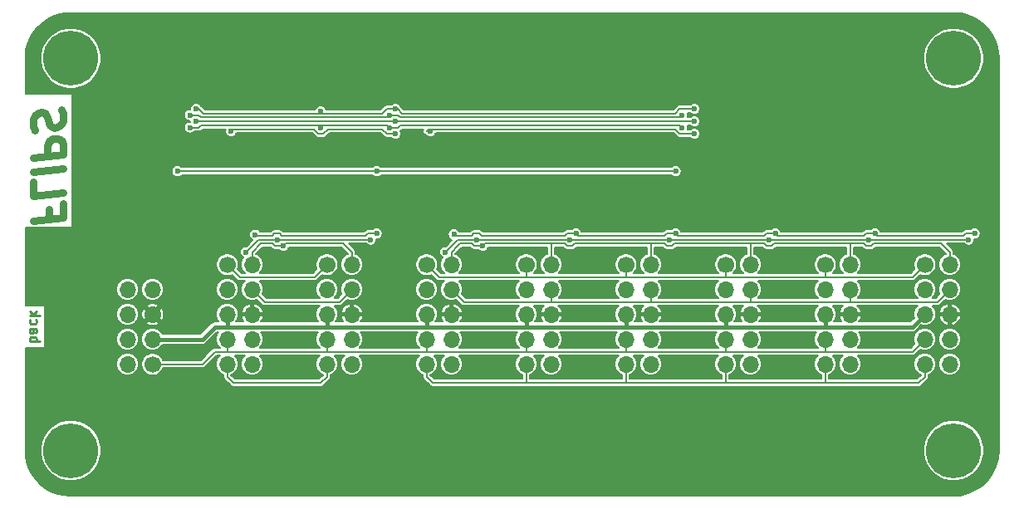
<source format=gbr>
G04 #@! TF.GenerationSoftware,KiCad,Pcbnew,(5.0.1)-4*
G04 #@! TF.CreationDate,2018-11-25T16:04:59+01:00*
G04 #@! TF.ProjectId,Flips6,466C697073362E6B696361645F706362,V1.0*
G04 #@! TF.SameCoordinates,Original*
G04 #@! TF.FileFunction,Copper,L2,Bot,Signal*
G04 #@! TF.FilePolarity,Positive*
%FSLAX46Y46*%
G04 Gerber Fmt 4.6, Leading zero omitted, Abs format (unit mm)*
G04 Created by KiCad (PCBNEW (5.0.1)-4) date 25.11.2018 16:04:59*
%MOMM*%
%LPD*%
G01*
G04 APERTURE LIST*
G04 #@! TA.AperFunction,NonConductor*
%ADD10C,0.250000*%
G04 #@! TD*
G04 #@! TA.AperFunction,NonConductor*
%ADD11C,0.750000*%
G04 #@! TD*
G04 #@! TA.AperFunction,ComponentPad*
%ADD12C,5.600000*%
G04 #@! TD*
G04 #@! TA.AperFunction,ComponentPad*
%ADD13O,1.700000X1.700000*%
G04 #@! TD*
G04 #@! TA.AperFunction,ComponentPad*
%ADD14C,1.700000*%
G04 #@! TD*
G04 #@! TA.AperFunction,Conductor*
%ADD15C,1.700000*%
G04 #@! TD*
G04 #@! TA.AperFunction,ViaPad*
%ADD16C,0.600000*%
G04 #@! TD*
G04 #@! TA.AperFunction,Conductor*
%ADD17C,0.200000*%
G04 #@! TD*
G04 #@! TA.AperFunction,Conductor*
%ADD18C,0.440000*%
G04 #@! TD*
G04 APERTURE END LIST*
D10*
X51617619Y-84685000D02*
X52617619Y-84685000D01*
X52236666Y-84685000D02*
X52284285Y-84589761D01*
X52284285Y-84399285D01*
X52236666Y-84304047D01*
X52189047Y-84256428D01*
X52093809Y-84208809D01*
X51808095Y-84208809D01*
X51712857Y-84256428D01*
X51665238Y-84304047D01*
X51617619Y-84399285D01*
X51617619Y-84589761D01*
X51665238Y-84685000D01*
X51617619Y-83351666D02*
X52141428Y-83351666D01*
X52236666Y-83399285D01*
X52284285Y-83494523D01*
X52284285Y-83685000D01*
X52236666Y-83780238D01*
X51665238Y-83351666D02*
X51617619Y-83446904D01*
X51617619Y-83685000D01*
X51665238Y-83780238D01*
X51760476Y-83827857D01*
X51855714Y-83827857D01*
X51950952Y-83780238D01*
X51998571Y-83685000D01*
X51998571Y-83446904D01*
X52046190Y-83351666D01*
X51665238Y-82446904D02*
X51617619Y-82542142D01*
X51617619Y-82732619D01*
X51665238Y-82827857D01*
X51712857Y-82875476D01*
X51808095Y-82923095D01*
X52093809Y-82923095D01*
X52189047Y-82875476D01*
X52236666Y-82827857D01*
X52284285Y-82732619D01*
X52284285Y-82542142D01*
X52236666Y-82446904D01*
X51617619Y-82018333D02*
X52617619Y-82018333D01*
X51998571Y-81923095D02*
X51617619Y-81637380D01*
X52284285Y-81637380D02*
X51903333Y-82018333D01*
D11*
X53554285Y-71219017D02*
X53554285Y-72219017D01*
X51982857Y-72415446D02*
X54982857Y-72040446D01*
X54982857Y-70611875D01*
X51982857Y-68415446D02*
X51982857Y-69844017D01*
X54982857Y-69469017D01*
X51982857Y-67415446D02*
X54982857Y-67040446D01*
X51982857Y-65986875D02*
X54982857Y-65611875D01*
X54982857Y-64469017D01*
X54840000Y-64201160D01*
X54697142Y-64076160D01*
X54411428Y-63969017D01*
X53982857Y-64022589D01*
X53697142Y-64201160D01*
X53554285Y-64361875D01*
X53411428Y-64665446D01*
X53411428Y-65808303D01*
X52125714Y-63111875D02*
X51982857Y-62701160D01*
X51982857Y-61986875D01*
X52125714Y-61683303D01*
X52268571Y-61522589D01*
X52554285Y-61344017D01*
X52840000Y-61308303D01*
X53125714Y-61415446D01*
X53268571Y-61540446D01*
X53411428Y-61808303D01*
X53554285Y-62361875D01*
X53697142Y-62629732D01*
X53840000Y-62754732D01*
X54125714Y-62861875D01*
X54411428Y-62826160D01*
X54697142Y-62647589D01*
X54840000Y-62486875D01*
X54982857Y-62183303D01*
X54982857Y-61469017D01*
X54840000Y-61058303D01*
D12*
G04 #@! TO.P,REF\002A\002A,1*
G04 #@! TO.N,N/C*
X55800000Y-95800000D03*
G04 #@! TD*
G04 #@! TO.P,REF\002A\002A,1*
G04 #@! TO.N,N/C*
X145800000Y-95800000D03*
G04 #@! TD*
G04 #@! TO.P,REF\002A\002A,1*
G04 #@! TO.N,N/C*
X145800000Y-55800000D03*
G04 #@! TD*
G04 #@! TO.P,REF\002A\002A,1*
G04 #@! TO.N,N/C*
X55800000Y-55800000D03*
G04 #@! TD*
D13*
G04 #@! TO.P,CNX1,10*
G04 #@! TO.N,/XA.2*
X94615000Y-86995000D03*
G04 #@! TO.P,CNX1,9*
G04 #@! TO.N,/XA.0*
X92075000Y-86995000D03*
G04 #@! TO.P,CNX1,8*
G04 #@! TO.N,/XA.1*
X94615000Y-84455000D03*
G04 #@! TO.P,CNX1,7*
G04 #@! TO.N,+5V*
X92075000Y-84455000D03*
G04 #@! TO.P,CNX1,6*
G04 #@! TO.N,GND*
X94615000Y-81915000D03*
G04 #@! TO.P,CNX1,5*
G04 #@! TO.N,+12V*
X92075000Y-81915000D03*
G04 #@! TO.P,CNX1,4*
G04 #@! TO.N,/XDAT*
X94615000Y-79375000D03*
G04 #@! TO.P,CNX1,3*
G04 #@! TO.N,/XEN1*
X92075000Y-79375000D03*
G04 #@! TO.P,CNX1,2*
G04 #@! TO.N,/XB.0*
X94615000Y-76835000D03*
D14*
G04 #@! TO.P,CNX1,1*
G04 #@! TO.N,/XB.1*
X92075000Y-76835000D03*
G04 #@! TD*
G04 #@! TO.P,CNX2,1*
G04 #@! TO.N,/XB.1*
X102235000Y-76835000D03*
D13*
G04 #@! TO.P,CNX2,2*
G04 #@! TO.N,/XB.0*
X104775000Y-76835000D03*
G04 #@! TO.P,CNX2,3*
G04 #@! TO.N,/XEN2*
X102235000Y-79375000D03*
G04 #@! TO.P,CNX2,4*
G04 #@! TO.N,/XDAT*
X104775000Y-79375000D03*
G04 #@! TO.P,CNX2,5*
G04 #@! TO.N,+12V*
X102235000Y-81915000D03*
G04 #@! TO.P,CNX2,6*
G04 #@! TO.N,GND*
X104775000Y-81915000D03*
G04 #@! TO.P,CNX2,7*
G04 #@! TO.N,+5V*
X102235000Y-84455000D03*
G04 #@! TO.P,CNX2,8*
G04 #@! TO.N,/XA.1*
X104775000Y-84455000D03*
G04 #@! TO.P,CNX2,9*
G04 #@! TO.N,/XA.0*
X102235000Y-86995000D03*
G04 #@! TO.P,CNX2,10*
G04 #@! TO.N,/XA.2*
X104775000Y-86995000D03*
G04 #@! TD*
G04 #@! TO.P,CNX3,10*
G04 #@! TO.N,/XA.2*
X114935000Y-86995000D03*
G04 #@! TO.P,CNX3,9*
G04 #@! TO.N,/XA.0*
X112395000Y-86995000D03*
G04 #@! TO.P,CNX3,8*
G04 #@! TO.N,/XA.1*
X114935000Y-84455000D03*
G04 #@! TO.P,CNX3,7*
G04 #@! TO.N,+5V*
X112395000Y-84455000D03*
G04 #@! TO.P,CNX3,6*
G04 #@! TO.N,GND*
X114935000Y-81915000D03*
G04 #@! TO.P,CNX3,5*
G04 #@! TO.N,+12V*
X112395000Y-81915000D03*
G04 #@! TO.P,CNX3,4*
G04 #@! TO.N,/XDAT*
X114935000Y-79375000D03*
G04 #@! TO.P,CNX3,3*
G04 #@! TO.N,/XEN3*
X112395000Y-79375000D03*
G04 #@! TO.P,CNX3,2*
G04 #@! TO.N,/XB.0*
X114935000Y-76835000D03*
D14*
G04 #@! TO.P,CNX3,1*
G04 #@! TO.N,/XB.1*
X112395000Y-76835000D03*
G04 #@! TD*
G04 #@! TO.P,CNX4,1*
G04 #@! TO.N,/XB.1*
X122555000Y-76835000D03*
D13*
G04 #@! TO.P,CNX4,2*
G04 #@! TO.N,/XB.0*
X125095000Y-76835000D03*
G04 #@! TO.P,CNX4,3*
G04 #@! TO.N,/XEN4*
X122555000Y-79375000D03*
G04 #@! TO.P,CNX4,4*
G04 #@! TO.N,/XDAT*
X125095000Y-79375000D03*
G04 #@! TO.P,CNX4,5*
G04 #@! TO.N,+12V*
X122555000Y-81915000D03*
G04 #@! TO.P,CNX4,6*
G04 #@! TO.N,GND*
X125095000Y-81915000D03*
G04 #@! TO.P,CNX4,7*
G04 #@! TO.N,+5V*
X122555000Y-84455000D03*
G04 #@! TO.P,CNX4,8*
G04 #@! TO.N,/XA.1*
X125095000Y-84455000D03*
G04 #@! TO.P,CNX4,9*
G04 #@! TO.N,/XA.0*
X122555000Y-86995000D03*
G04 #@! TO.P,CNX4,10*
G04 #@! TO.N,/XA.2*
X125095000Y-86995000D03*
G04 #@! TD*
G04 #@! TO.P,CNX5,10*
G04 #@! TO.N,/XA.2*
X135255000Y-86995000D03*
G04 #@! TO.P,CNX5,9*
G04 #@! TO.N,/XA.0*
X132715000Y-86995000D03*
G04 #@! TO.P,CNX5,8*
G04 #@! TO.N,/XA.1*
X135255000Y-84455000D03*
G04 #@! TO.P,CNX5,7*
G04 #@! TO.N,+5V*
X132715000Y-84455000D03*
G04 #@! TO.P,CNX5,6*
G04 #@! TO.N,GND*
X135255000Y-81915000D03*
G04 #@! TO.P,CNX5,5*
G04 #@! TO.N,+12V*
X132715000Y-81915000D03*
G04 #@! TO.P,CNX5,4*
G04 #@! TO.N,/XDAT*
X135255000Y-79375000D03*
G04 #@! TO.P,CNX5,3*
G04 #@! TO.N,/XEN5*
X132715000Y-79375000D03*
G04 #@! TO.P,CNX5,2*
G04 #@! TO.N,/XB.0*
X135255000Y-76835000D03*
D14*
G04 #@! TO.P,CNX5,1*
G04 #@! TO.N,/XB.1*
X132715000Y-76835000D03*
G04 #@! TD*
G04 #@! TO.P,CNY1,1*
G04 #@! TO.N,/YB.1*
X71755000Y-76835000D03*
D13*
G04 #@! TO.P,CNY1,2*
G04 #@! TO.N,/YB.0*
X74295000Y-76835000D03*
G04 #@! TO.P,CNY1,3*
G04 #@! TO.N,/YEN1*
X71755000Y-79375000D03*
G04 #@! TO.P,CNY1,4*
G04 #@! TO.N,/YDAT*
X74295000Y-79375000D03*
G04 #@! TO.P,CNY1,5*
G04 #@! TO.N,+12V*
X71755000Y-81915000D03*
G04 #@! TO.P,CNY1,6*
G04 #@! TO.N,GND*
X74295000Y-81915000D03*
G04 #@! TO.P,CNY1,7*
G04 #@! TO.N,+5V*
X71755000Y-84455000D03*
G04 #@! TO.P,CNY1,8*
G04 #@! TO.N,/YA.1*
X74295000Y-84455000D03*
G04 #@! TO.P,CNY1,9*
G04 #@! TO.N,/YA.0*
X71755000Y-86995000D03*
G04 #@! TO.P,CNY1,10*
G04 #@! TO.N,/YA.2*
X74295000Y-86995000D03*
G04 #@! TD*
G04 #@! TO.P,CNY2,10*
G04 #@! TO.N,/YA.2*
X84455000Y-86995000D03*
G04 #@! TO.P,CNY2,9*
G04 #@! TO.N,/YA.0*
X81915000Y-86995000D03*
G04 #@! TO.P,CNY2,8*
G04 #@! TO.N,/YA.1*
X84455000Y-84455000D03*
G04 #@! TO.P,CNY2,7*
G04 #@! TO.N,+5V*
X81915000Y-84455000D03*
G04 #@! TO.P,CNY2,6*
G04 #@! TO.N,GND*
X84455000Y-81915000D03*
G04 #@! TO.P,CNY2,5*
G04 #@! TO.N,+12V*
X81915000Y-81915000D03*
G04 #@! TO.P,CNY2,4*
G04 #@! TO.N,/YDAT*
X84455000Y-79375000D03*
G04 #@! TO.P,CNY2,3*
G04 #@! TO.N,/YEN2*
X81915000Y-79375000D03*
G04 #@! TO.P,CNY2,2*
G04 #@! TO.N,/YB.0*
X84455000Y-76835000D03*
D14*
G04 #@! TO.P,CNY2,1*
G04 #@! TO.N,/YB.1*
X81915000Y-76835000D03*
G04 #@! TD*
D13*
G04 #@! TO.P,CN1,8*
G04 #@! TO.N,/RCLK*
X61595000Y-79375000D03*
G04 #@! TO.P,CN1,7*
G04 #@! TO.N,/DIN*
X64135000Y-79375000D03*
G04 #@! TO.P,CN1,6*
G04 #@! TO.N,/SRCLK*
X61595000Y-81915000D03*
D14*
G04 #@! TO.P,CN1,5*
G04 #@! TO.N,GND*
X64135000Y-81915000D03*
D15*
G04 #@! TD*
G04 #@! TO.N,GND*
G04 #@! TO.C,CN1*
X64135000Y-81915000D02*
X64135000Y-81915000D01*
D13*
G04 #@! TO.P,CN1,4*
G04 #@! TO.N,/~SRCLR*
X61595000Y-84455000D03*
G04 #@! TO.P,CN1,3*
G04 #@! TO.N,+12V*
X64135000Y-84455000D03*
G04 #@! TO.P,CN1,2*
G04 #@! TO.N,/~OE*
X61595000Y-86995000D03*
D14*
G04 #@! TO.P,CN1,1*
G04 #@! TO.N,+5V*
X64135000Y-86995000D03*
G04 #@! TD*
D13*
G04 #@! TO.P,CNX6,10*
G04 #@! TO.N,/XA.2*
X145415000Y-86995000D03*
G04 #@! TO.P,CNX6,9*
G04 #@! TO.N,/XA.0*
X142875000Y-86995000D03*
G04 #@! TO.P,CNX6,8*
G04 #@! TO.N,/XA.1*
X145415000Y-84455000D03*
G04 #@! TO.P,CNX6,7*
G04 #@! TO.N,+5V*
X142875000Y-84455000D03*
G04 #@! TO.P,CNX6,6*
G04 #@! TO.N,GND*
X145415000Y-81915000D03*
G04 #@! TO.P,CNX6,5*
G04 #@! TO.N,+12V*
X142875000Y-81915000D03*
G04 #@! TO.P,CNX6,4*
G04 #@! TO.N,/XDAT*
X145415000Y-79375000D03*
G04 #@! TO.P,CNX6,3*
G04 #@! TO.N,/XEN6*
X142875000Y-79375000D03*
G04 #@! TO.P,CNX6,2*
G04 #@! TO.N,/XB.0*
X145415000Y-76835000D03*
D14*
G04 #@! TO.P,CNX6,1*
G04 #@! TO.N,/XB.1*
X142875000Y-76835000D03*
G04 #@! TD*
D16*
G04 #@! TO.N,+5V*
X86995000Y-67310000D03*
X66675000Y-67310000D03*
X117475000Y-67310000D03*
G04 #@! TO.N,GND*
X88265000Y-84455000D03*
X98425000Y-79375000D03*
X78105000Y-79375000D03*
X108585000Y-79375000D03*
X118745000Y-79375000D03*
X128905000Y-79375000D03*
X67945000Y-71755000D03*
X75819000Y-69723000D03*
X96139000Y-69723000D03*
X118745000Y-81915000D03*
X128905000Y-81915000D03*
X108585000Y-81915000D03*
X98425000Y-81915000D03*
X78105000Y-81915000D03*
X78105000Y-76835000D03*
X78105000Y-84455000D03*
X78105000Y-86995000D03*
X88265000Y-81915000D03*
X88265000Y-86995000D03*
X98425000Y-86995000D03*
X98425000Y-84455000D03*
X98425000Y-76835000D03*
X108585000Y-76835000D03*
X108585000Y-84455000D03*
X108585000Y-86995000D03*
X118745000Y-86995000D03*
X118745000Y-84455000D03*
X118745000Y-76835000D03*
X128905000Y-84455000D03*
X128905000Y-86995000D03*
X128905000Y-76835000D03*
X88265000Y-71755000D03*
X88265000Y-76835000D03*
X103505000Y-90170000D03*
X120015000Y-69850000D03*
X75692000Y-57150000D03*
X96012000Y-57150000D03*
X126492000Y-57150000D03*
X123825000Y-90170000D03*
X73025000Y-90170000D03*
X57785000Y-85725000D03*
X57785000Y-80645000D03*
X139065000Y-84455000D03*
X139065000Y-79375000D03*
X67945000Y-85725000D03*
X67945000Y-83185000D03*
X139065000Y-76835000D03*
X139065000Y-81915000D03*
X139065000Y-86995000D03*
X133985000Y-90170000D03*
X149225000Y-86995000D03*
X149225000Y-81915000D03*
X149225000Y-76835000D03*
X144145000Y-90170000D03*
X113665000Y-90170000D03*
X93345000Y-90170000D03*
X83185000Y-90170000D03*
X62865000Y-89535000D03*
X149225000Y-71755000D03*
X144145000Y-69215000D03*
G04 #@! TO.N,/RCLK*
X88900000Y-62230000D03*
X68580000Y-62230000D03*
X119380000Y-62230000D03*
G04 #@! TO.N,/SRCLK*
X88265000Y-61595000D03*
X67945000Y-61595000D03*
X118110000Y-61595000D03*
G04 #@! TO.N,/~SRCLR*
X68580000Y-60960000D03*
X88900000Y-60960000D03*
X119380000Y-60960000D03*
X81280000Y-61214000D03*
G04 #@! TO.N,Net-(IC1-Pad9)*
X88900000Y-63500000D03*
X72136000Y-63246000D03*
G04 #@! TO.N,/~OE*
X81280000Y-62865000D03*
X67945000Y-62865000D03*
X88265000Y-62865000D03*
X118110000Y-62865000D03*
G04 #@! TO.N,/XB.0*
X97790000Y-74930000D03*
G04 #@! TO.N,/XA.1*
X97155000Y-74295000D03*
X106680000Y-74295000D03*
X116840000Y-74295000D03*
X127000000Y-74295000D03*
X137160000Y-74295000D03*
X147320000Y-74295000D03*
X93980000Y-75565000D03*
G04 #@! TO.N,/XA.2*
X107315000Y-73660000D03*
X117475000Y-73660000D03*
X127635000Y-73660000D03*
X137795000Y-73660000D03*
X147955000Y-73660000D03*
X94858840Y-73756520D03*
G04 #@! TO.N,/YB.0*
X77470000Y-74930000D03*
G04 #@! TO.N,/YA.1*
X76835000Y-74295000D03*
X86360000Y-74295000D03*
X73660000Y-75565000D03*
G04 #@! TO.N,/YA.2*
X86995000Y-73660000D03*
X74584560Y-73802240D03*
G04 #@! TO.N,Net-(IC2-Pad9)*
X119380000Y-63500000D03*
X92456000Y-63246000D03*
G04 #@! TD*
D17*
G04 #@! TO.N,+5V*
X131445000Y-85725000D02*
X122555000Y-85725000D01*
X122555000Y-85725000D02*
X112395000Y-85725000D01*
X112395000Y-85725000D02*
X102235000Y-85725000D01*
X102235000Y-85725000D02*
X92075000Y-85725000D01*
X92075000Y-85725000D02*
X81915000Y-85725000D01*
X81915000Y-85725000D02*
X71755000Y-85725000D01*
X71755000Y-84455000D02*
X71755000Y-85725000D01*
X81915000Y-84455000D02*
X81915000Y-85725000D01*
X92075000Y-84455000D02*
X92075000Y-85725000D01*
X102235000Y-84455000D02*
X102235000Y-85725000D01*
X112395000Y-84455000D02*
X112395000Y-85725000D01*
X122555000Y-84455000D02*
X122555000Y-85725000D01*
X66675000Y-67310000D02*
X86995000Y-67310000D01*
X117475000Y-67310000D02*
X86995000Y-67310000D01*
X70485000Y-85725000D02*
X71755000Y-85725000D01*
X69215000Y-86995000D02*
X70485000Y-85725000D01*
X64135000Y-86995000D02*
X69215000Y-86995000D01*
X131445000Y-85725000D02*
X132715000Y-85725000D01*
X132715000Y-85725000D02*
X141605000Y-85725000D01*
X141605000Y-85725000D02*
X142875000Y-84455000D01*
X132715000Y-84455000D02*
X132715000Y-85725000D01*
D18*
G04 #@! TO.N,+12V*
X131445000Y-83185000D02*
X122555000Y-83185000D01*
X122555000Y-83185000D02*
X112395000Y-83185000D01*
X112395000Y-83185000D02*
X102235000Y-83185000D01*
X102235000Y-83185000D02*
X92075000Y-83185000D01*
X92075000Y-83185000D02*
X81915000Y-83185000D01*
X81915000Y-83185000D02*
X71755000Y-83185000D01*
X71755000Y-81915000D02*
X71755000Y-83185000D01*
X81915000Y-81915000D02*
X81915000Y-83185000D01*
X92075000Y-81915000D02*
X92075000Y-83185000D01*
X102235000Y-81915000D02*
X102235000Y-83185000D01*
X112395000Y-81915000D02*
X112395000Y-83185000D01*
X122555000Y-81915000D02*
X122555000Y-83185000D01*
X70485000Y-83185000D02*
X71755000Y-83185000D01*
X69215000Y-84455000D02*
X70485000Y-83185000D01*
X64135000Y-84455000D02*
X69215000Y-84455000D01*
X131445000Y-83185000D02*
X132715000Y-83185000D01*
X132715000Y-83185000D02*
X141605000Y-83185000D01*
X141605000Y-83185000D02*
X142875000Y-81915000D01*
X132715000Y-81915000D02*
X132715000Y-83185000D01*
D17*
G04 #@! TO.N,/RCLK*
X88900000Y-62230000D02*
X68580000Y-62230000D01*
X88900000Y-62230000D02*
X119380000Y-62230000D01*
G04 #@! TO.N,/SRCLK*
X68834000Y-61595000D02*
X68580000Y-61595000D01*
X86995000Y-61829998D02*
X69723000Y-61829998D01*
X117875002Y-61829998D02*
X118110000Y-61595000D01*
X101365002Y-61829998D02*
X117875002Y-61829998D01*
X90043000Y-61829998D02*
X101365002Y-61829998D01*
X88900000Y-61595000D02*
X89027000Y-61595000D01*
X88900000Y-61595000D02*
X88265000Y-61595000D01*
X86995000Y-61829998D02*
X88030002Y-61829998D01*
X88030002Y-61829998D02*
X88265000Y-61595000D01*
X68580000Y-61595000D02*
X67945000Y-61595000D01*
X69723000Y-61829998D02*
X69068998Y-61829998D01*
X69068998Y-61829998D02*
X68834000Y-61595000D01*
X89027000Y-61595000D02*
X89173002Y-61595000D01*
X89408000Y-61829998D02*
X90043000Y-61829998D01*
X89173002Y-61595000D02*
X89408000Y-61829998D01*
G04 #@! TO.N,/~SRCLR*
X69303996Y-61429996D02*
X68834000Y-60960000D01*
X68834000Y-60960000D02*
X68580000Y-60960000D01*
X69977000Y-61429996D02*
X69303996Y-61429996D01*
X70739000Y-61429996D02*
X69977000Y-61429996D01*
X70739000Y-61429996D02*
X81280000Y-61429996D01*
X88011000Y-60960000D02*
X88900000Y-60960000D01*
X87884000Y-61087000D02*
X88011000Y-60960000D01*
X87541004Y-61429996D02*
X87884000Y-61087000D01*
X81280000Y-61429996D02*
X87541004Y-61429996D01*
X118237000Y-60960000D02*
X119380000Y-60960000D01*
X90297000Y-61429996D02*
X117386004Y-61429996D01*
X117386004Y-61429996D02*
X117856000Y-60960000D01*
X117856000Y-60960000D02*
X118237000Y-60960000D01*
X81280000Y-61429996D02*
X81280000Y-61214000D01*
X90297000Y-61429996D02*
X89573686Y-61429996D01*
X89103690Y-60960000D02*
X88900000Y-60960000D01*
X89573686Y-61429996D02*
X89103690Y-60960000D01*
G04 #@! TO.N,Net-(IC1-Pad9)*
X88011000Y-63500000D02*
X88900000Y-63500000D01*
X87541004Y-63030004D02*
X88011000Y-63500000D01*
X82003996Y-63030004D02*
X87541004Y-63030004D01*
X81534000Y-63500000D02*
X82003996Y-63030004D01*
X81026000Y-63500000D02*
X81534000Y-63500000D01*
X80556004Y-63030004D02*
X81026000Y-63500000D01*
X72517000Y-63030004D02*
X80556004Y-63030004D01*
X72517000Y-63030004D02*
X72351996Y-63030004D01*
X72351996Y-63030004D02*
X72136000Y-63246000D01*
G04 #@! TO.N,/~OE*
X81045002Y-62630002D02*
X81280000Y-62865000D01*
X69596000Y-62630002D02*
X80010000Y-62630002D01*
X80010000Y-62630002D02*
X81045002Y-62630002D01*
X67945000Y-62865000D02*
X68834000Y-62865000D01*
X81280000Y-62865000D02*
X81514998Y-62630002D01*
X88030002Y-62630002D02*
X88265000Y-62865000D01*
X81514998Y-62630002D02*
X88030002Y-62630002D01*
X88265000Y-62865000D02*
X89154000Y-62865000D01*
X117875002Y-62630002D02*
X118110000Y-62865000D01*
X90043000Y-62630002D02*
X117875002Y-62630002D01*
X80010000Y-62630002D02*
X82315002Y-62630002D01*
X69596000Y-62630002D02*
X69068998Y-62630002D01*
X69068998Y-62630002D02*
X68834000Y-62865000D01*
X90043000Y-62630002D02*
X89388998Y-62630002D01*
X89388998Y-62630002D02*
X89154000Y-62865000D01*
G04 #@! TO.N,/XB.0*
X135255000Y-76835000D02*
X135255000Y-75565000D01*
X98024998Y-74695002D02*
X104775000Y-74695002D01*
X98024998Y-74695002D02*
X97790000Y-74930000D01*
X104775000Y-74695002D02*
X106191002Y-74695002D01*
X107188000Y-74695002D02*
X114935000Y-74695002D01*
X106953002Y-74930000D02*
X107188000Y-74695002D01*
X106934000Y-74930000D02*
X106953002Y-74930000D01*
X106426000Y-74930000D02*
X106934000Y-74930000D01*
X106191002Y-74695002D02*
X106426000Y-74930000D01*
X117348000Y-74695002D02*
X125095000Y-74695002D01*
X114935000Y-74695002D02*
X116351002Y-74695002D01*
X116351002Y-74695002D02*
X116586000Y-74930000D01*
X116586000Y-74930000D02*
X117094000Y-74930000D01*
X117094000Y-74930000D02*
X117113002Y-74930000D01*
X117113002Y-74930000D02*
X117348000Y-74695002D01*
X125095000Y-74695002D02*
X126492000Y-74695002D01*
X127508000Y-74695002D02*
X135255000Y-74695002D01*
X127273002Y-74930000D02*
X127508000Y-74695002D01*
X127254000Y-74930000D02*
X127273002Y-74930000D01*
X126746000Y-74930000D02*
X127254000Y-74930000D01*
X126511002Y-74695002D02*
X126746000Y-74930000D01*
X126492000Y-74695002D02*
X126511002Y-74695002D01*
X145415000Y-76835000D02*
X145415000Y-75565000D01*
X135255000Y-74695002D02*
X136398000Y-74695002D01*
X136398000Y-74695002D02*
X136652000Y-74695002D01*
X136652000Y-74695002D02*
X136671002Y-74695002D01*
X136671002Y-74695002D02*
X136906000Y-74930000D01*
X136906000Y-74930000D02*
X137414000Y-74930000D01*
X137414000Y-74930000D02*
X137433002Y-74930000D01*
X137433002Y-74930000D02*
X137668000Y-74695002D01*
X137668000Y-74695002D02*
X144545002Y-74695002D01*
X144545002Y-74695002D02*
X145415000Y-75565000D01*
X135255000Y-76835000D02*
X135255000Y-74695002D01*
X125095000Y-76835000D02*
X125095000Y-74695002D01*
X114935000Y-76835000D02*
X114935000Y-74695002D01*
X104775000Y-76835000D02*
X104775000Y-74695002D01*
X97790000Y-74930000D02*
X97155000Y-74930000D01*
X97155000Y-74930000D02*
X96901000Y-74930000D01*
X94615000Y-76835000D02*
X94615000Y-75565000D01*
X94615000Y-75565000D02*
X95250000Y-74930000D01*
X95250000Y-74930000D02*
X95484998Y-74695002D01*
X96666002Y-74695002D02*
X96901000Y-74930000D01*
X95484998Y-74695002D02*
X96666002Y-74695002D01*
G04 #@! TO.N,/XB.1*
X92075000Y-76835000D02*
X93345000Y-78105000D01*
X93345000Y-78105000D02*
X102235000Y-78105000D01*
X102235000Y-78105000D02*
X112395000Y-78105000D01*
X112395000Y-78105000D02*
X122555000Y-78105000D01*
X122555000Y-78105000D02*
X131445000Y-78105000D01*
X102235000Y-76835000D02*
X102235000Y-78105000D01*
X112395000Y-76835000D02*
X112395000Y-78105000D01*
X122555000Y-76835000D02*
X122555000Y-78105000D01*
X131445000Y-78105000D02*
X141605000Y-78105000D01*
X141605000Y-78105000D02*
X142875000Y-76835000D01*
X132715000Y-78105000D02*
X132715000Y-77470000D01*
X132715000Y-76835000D02*
X132715000Y-77470000D01*
G04 #@! TO.N,/XDAT*
X133985000Y-80645000D02*
X125095000Y-80645000D01*
X125095000Y-80645000D02*
X114935000Y-80645000D01*
X114935000Y-80645000D02*
X104775000Y-80645000D01*
X104775000Y-79375000D02*
X104775000Y-80645000D01*
X114935000Y-79375000D02*
X114935000Y-80645000D01*
X125095000Y-79375000D02*
X125095000Y-80645000D01*
X104775000Y-80645000D02*
X95885000Y-80645000D01*
X95885000Y-80645000D02*
X94615000Y-79375000D01*
X133985000Y-80645000D02*
X135255000Y-80645000D01*
X135255000Y-80645000D02*
X144145000Y-80645000D01*
X144145000Y-80645000D02*
X145415000Y-79375000D01*
X135255000Y-79375000D02*
X135255000Y-80645000D01*
G04 #@! TO.N,/XA.1*
X98425000Y-74295000D02*
X97155000Y-74295000D01*
X106680000Y-74295000D02*
X98425000Y-74295000D01*
X106680000Y-74295000D02*
X116840000Y-74295000D01*
X116840000Y-74295000D02*
X127000000Y-74295000D01*
X127000000Y-74295000D02*
X137160000Y-74295000D01*
X137160000Y-74295000D02*
X147320000Y-74295000D01*
X95484998Y-74295000D02*
X98425000Y-74295000D01*
X95250000Y-74295000D02*
X95484998Y-74295000D01*
X93980000Y-75565000D02*
X95250000Y-74295000D01*
G04 #@! TO.N,/XA.2*
X116586000Y-73660000D02*
X117475000Y-73660000D01*
X126746000Y-73660000D02*
X127635000Y-73660000D01*
X136906000Y-73660000D02*
X137795000Y-73660000D01*
X147066000Y-73660000D02*
X147955000Y-73660000D01*
X97155000Y-73660000D02*
X97428002Y-73660000D01*
X106426000Y-73660000D02*
X107315000Y-73660000D01*
X106191002Y-73894998D02*
X106426000Y-73660000D01*
X97663000Y-73894998D02*
X106191002Y-73894998D01*
X97428002Y-73660000D02*
X97663000Y-73894998D01*
X107315000Y-73660000D02*
X107549998Y-73894998D01*
X116351002Y-73894998D02*
X116586000Y-73660000D01*
X107549998Y-73894998D02*
X116351002Y-73894998D01*
X117475000Y-73660000D02*
X117709998Y-73894998D01*
X126511002Y-73894998D02*
X126746000Y-73660000D01*
X117709998Y-73894998D02*
X126511002Y-73894998D01*
X127635000Y-73660000D02*
X127869998Y-73894998D01*
X136671002Y-73894998D02*
X136906000Y-73660000D01*
X127869998Y-73894998D02*
X136671002Y-73894998D01*
X137795000Y-73660000D02*
X138029998Y-73894998D01*
X146831002Y-73894998D02*
X147066000Y-73660000D01*
X138029998Y-73894998D02*
X146831002Y-73894998D01*
X97155000Y-73660000D02*
X96881998Y-73660000D01*
X96012000Y-73894998D02*
X95484998Y-73894998D01*
X96647000Y-73894998D02*
X96012000Y-73894998D01*
X96881998Y-73660000D02*
X96647000Y-73894998D01*
X95484998Y-73894998D02*
X94997318Y-73894998D01*
X94997318Y-73894998D02*
X94858840Y-73756520D01*
G04 #@! TO.N,/XA.0*
X102235000Y-88265000D02*
X102235000Y-86995000D01*
X112395000Y-86995000D02*
X112395000Y-88265000D01*
X122555000Y-88265000D02*
X122555000Y-86995000D01*
X132715000Y-86995000D02*
X132715000Y-88265000D01*
X93980000Y-88900000D02*
X102235000Y-88900000D01*
X102235000Y-88900000D02*
X112395000Y-88900000D01*
X112395000Y-88900000D02*
X122555000Y-88900000D01*
X122555000Y-88900000D02*
X132715000Y-88900000D01*
X132715000Y-88900000D02*
X140970000Y-88900000D01*
X132715000Y-88265000D02*
X132715000Y-88900000D01*
X122555000Y-88265000D02*
X122555000Y-88900000D01*
X112395000Y-88265000D02*
X112395000Y-88900000D01*
X102235000Y-88265000D02*
X102235000Y-88900000D01*
X92075000Y-86995000D02*
X92075000Y-88265000D01*
X92710000Y-88900000D02*
X93980000Y-88900000D01*
X92075000Y-88265000D02*
X92710000Y-88900000D01*
X142875000Y-86995000D02*
X142875000Y-88265000D01*
X142240000Y-88900000D02*
X140970000Y-88900000D01*
X142875000Y-88265000D02*
X142240000Y-88900000D01*
G04 #@! TO.N,/YB.0*
X84455000Y-76835000D02*
X84455000Y-75565000D01*
X77470000Y-74930000D02*
X77704998Y-74695002D01*
X83585002Y-74695002D02*
X84455000Y-75565000D01*
X77704998Y-74695002D02*
X83585002Y-74695002D01*
X74295000Y-76835000D02*
X74295000Y-75565000D01*
X76346002Y-74695002D02*
X76581000Y-74930000D01*
X75164998Y-74695002D02*
X76346002Y-74695002D01*
X74295000Y-75565000D02*
X75164998Y-74695002D01*
X76581000Y-74930000D02*
X77470000Y-74930000D01*
G04 #@! TO.N,/YB.1*
X71755000Y-76835000D02*
X73025000Y-78105000D01*
X73025000Y-78105000D02*
X80645000Y-78105000D01*
X80645000Y-78105000D02*
X81915000Y-76835000D01*
G04 #@! TO.N,/YDAT*
X83185000Y-80645000D02*
X84455000Y-79375000D01*
X74295000Y-79375000D02*
X75565000Y-80645000D01*
X75565000Y-80645000D02*
X83185000Y-80645000D01*
G04 #@! TO.N,/YA.1*
X76835000Y-74295000D02*
X85090000Y-74295000D01*
X85090000Y-74295000D02*
X86360000Y-74295000D01*
X74930000Y-74295000D02*
X76835000Y-74295000D01*
X73660000Y-75565000D02*
X74930000Y-74295000D01*
G04 #@! TO.N,/YA.2*
X86995000Y-73660000D02*
X86995000Y-73660000D01*
X74910998Y-73894998D02*
X75692000Y-73894998D01*
X76962000Y-73660000D02*
X77089000Y-73660000D01*
X76561998Y-73660000D02*
X76327000Y-73894998D01*
X76327000Y-73894998D02*
X75692000Y-73894998D01*
X76962000Y-73660000D02*
X76561998Y-73660000D01*
X85871002Y-73894998D02*
X86106000Y-73660000D01*
X85217000Y-73894998D02*
X85871002Y-73894998D01*
X77323998Y-73894998D02*
X77089000Y-73660000D01*
X78359000Y-73894998D02*
X77323998Y-73894998D01*
X78359000Y-73894998D02*
X85217000Y-73894998D01*
X86995000Y-73660000D02*
X86106000Y-73660000D01*
X75692000Y-73894998D02*
X75164998Y-73894998D01*
X74910998Y-73894998D02*
X74677318Y-73894998D01*
X74677318Y-73894998D02*
X74584560Y-73802240D01*
G04 #@! TO.N,/YA.0*
X73660000Y-88900000D02*
X80010000Y-88900000D01*
X71755000Y-86995000D02*
X71755000Y-88265000D01*
X72390000Y-88900000D02*
X73660000Y-88900000D01*
X71755000Y-88265000D02*
X72390000Y-88900000D01*
X80010000Y-88900000D02*
X81280000Y-88900000D01*
X81915000Y-88265000D02*
X81915000Y-86995000D01*
X81280000Y-88900000D02*
X81915000Y-88265000D01*
G04 #@! TO.N,Net-(IC2-Pad9)*
X117856000Y-63500000D02*
X119380000Y-63500000D01*
X117386004Y-63030004D02*
X117856000Y-63500000D01*
X92290996Y-63030004D02*
X117386004Y-63030004D01*
X92075000Y-63246000D02*
X92290996Y-63030004D01*
X92671996Y-63030004D02*
X92964000Y-63030004D01*
X92456000Y-63246000D02*
X92671996Y-63030004D01*
G04 #@! TD*
G04 #@! TO.N,GND*
G36*
X146618752Y-51249562D02*
X147411628Y-51466468D01*
X148153558Y-51820351D01*
X148821098Y-52300027D01*
X149393140Y-52890329D01*
X149851613Y-53572609D01*
X150182016Y-54325289D01*
X150374603Y-55127470D01*
X150425000Y-55813751D01*
X150425001Y-95783293D01*
X150350438Y-96618752D01*
X150133533Y-97411622D01*
X149779649Y-98153558D01*
X149299973Y-98821098D01*
X148709671Y-99393140D01*
X148027391Y-99851613D01*
X147274714Y-100182015D01*
X146472530Y-100374603D01*
X145786249Y-100425000D01*
X55816696Y-100425000D01*
X54981248Y-100350438D01*
X54188378Y-100133533D01*
X53446442Y-99779649D01*
X52778902Y-99299973D01*
X52206860Y-98709671D01*
X51748387Y-98027391D01*
X51417985Y-97274714D01*
X51225397Y-96472530D01*
X51175000Y-95786249D01*
X51175000Y-95494677D01*
X52700000Y-95494677D01*
X52700000Y-96105323D01*
X52819131Y-96704237D01*
X53052815Y-97268401D01*
X53392072Y-97776135D01*
X53823865Y-98207928D01*
X54331599Y-98547185D01*
X54895763Y-98780869D01*
X55494677Y-98900000D01*
X56105323Y-98900000D01*
X56704237Y-98780869D01*
X57268401Y-98547185D01*
X57776135Y-98207928D01*
X58207928Y-97776135D01*
X58547185Y-97268401D01*
X58780869Y-96704237D01*
X58900000Y-96105323D01*
X58900000Y-95494677D01*
X142700000Y-95494677D01*
X142700000Y-96105323D01*
X142819131Y-96704237D01*
X143052815Y-97268401D01*
X143392072Y-97776135D01*
X143823865Y-98207928D01*
X144331599Y-98547185D01*
X144895763Y-98780869D01*
X145494677Y-98900000D01*
X146105323Y-98900000D01*
X146704237Y-98780869D01*
X147268401Y-98547185D01*
X147776135Y-98207928D01*
X148207928Y-97776135D01*
X148547185Y-97268401D01*
X148780869Y-96704237D01*
X148900000Y-96105323D01*
X148900000Y-95494677D01*
X148780869Y-94895763D01*
X148547185Y-94331599D01*
X148207928Y-93823865D01*
X147776135Y-93392072D01*
X147268401Y-93052815D01*
X146704237Y-92819131D01*
X146105323Y-92700000D01*
X145494677Y-92700000D01*
X144895763Y-92819131D01*
X144331599Y-93052815D01*
X143823865Y-93392072D01*
X143392072Y-93823865D01*
X143052815Y-94331599D01*
X142819131Y-94895763D01*
X142700000Y-95494677D01*
X58900000Y-95494677D01*
X58780869Y-94895763D01*
X58547185Y-94331599D01*
X58207928Y-93823865D01*
X57776135Y-93392072D01*
X57268401Y-93052815D01*
X56704237Y-92819131D01*
X56105323Y-92700000D01*
X55494677Y-92700000D01*
X54895763Y-92819131D01*
X54331599Y-93052815D01*
X53823865Y-93392072D01*
X53392072Y-93823865D01*
X53052815Y-94331599D01*
X52819131Y-94895763D01*
X52700000Y-95494677D01*
X51175000Y-95494677D01*
X51175000Y-86995000D01*
X60439436Y-86995000D01*
X60461640Y-87220439D01*
X60527398Y-87437215D01*
X60634184Y-87636997D01*
X60777893Y-87812107D01*
X60953003Y-87955816D01*
X61152785Y-88062602D01*
X61369561Y-88128360D01*
X61538508Y-88145000D01*
X61651492Y-88145000D01*
X61820439Y-88128360D01*
X62037215Y-88062602D01*
X62236997Y-87955816D01*
X62412107Y-87812107D01*
X62555816Y-87636997D01*
X62662602Y-87437215D01*
X62728360Y-87220439D01*
X62750564Y-86995000D01*
X62728360Y-86769561D01*
X62662602Y-86552785D01*
X62555816Y-86353003D01*
X62412107Y-86177893D01*
X62236997Y-86034184D01*
X62037215Y-85927398D01*
X61820439Y-85861640D01*
X61651492Y-85845000D01*
X61538508Y-85845000D01*
X61369561Y-85861640D01*
X61152785Y-85927398D01*
X60953003Y-86034184D01*
X60777893Y-86177893D01*
X60634184Y-86353003D01*
X60527398Y-86552785D01*
X60461640Y-86769561D01*
X60439436Y-86995000D01*
X51175000Y-86995000D01*
X51175000Y-85348095D01*
X53152500Y-85348095D01*
X53152500Y-84455000D01*
X60439436Y-84455000D01*
X60461640Y-84680439D01*
X60527398Y-84897215D01*
X60634184Y-85096997D01*
X60777893Y-85272107D01*
X60953003Y-85415816D01*
X61152785Y-85522602D01*
X61369561Y-85588360D01*
X61538508Y-85605000D01*
X61651492Y-85605000D01*
X61820439Y-85588360D01*
X62037215Y-85522602D01*
X62236997Y-85415816D01*
X62412107Y-85272107D01*
X62555816Y-85096997D01*
X62662602Y-84897215D01*
X62728360Y-84680439D01*
X62750564Y-84455000D01*
X62979436Y-84455000D01*
X63001640Y-84680439D01*
X63067398Y-84897215D01*
X63174184Y-85096997D01*
X63317893Y-85272107D01*
X63493003Y-85415816D01*
X63692785Y-85522602D01*
X63909561Y-85588360D01*
X64078508Y-85605000D01*
X64191492Y-85605000D01*
X64360439Y-85588360D01*
X64577215Y-85522602D01*
X64776997Y-85415816D01*
X64952107Y-85272107D01*
X65095816Y-85096997D01*
X65161025Y-84975000D01*
X69189457Y-84975000D01*
X69215000Y-84977516D01*
X69240543Y-84975000D01*
X69240545Y-84975000D01*
X69316938Y-84967476D01*
X69414958Y-84937742D01*
X69505294Y-84889456D01*
X69584475Y-84824475D01*
X69600766Y-84804624D01*
X70700391Y-83705000D01*
X70882820Y-83705000D01*
X70794184Y-83813003D01*
X70687398Y-84012785D01*
X70621640Y-84229561D01*
X70599436Y-84455000D01*
X70621640Y-84680439D01*
X70687398Y-84897215D01*
X70794184Y-85096997D01*
X70937893Y-85272107D01*
X71002343Y-85325000D01*
X70504635Y-85325000D01*
X70484999Y-85323066D01*
X70465363Y-85325000D01*
X70465353Y-85325000D01*
X70406586Y-85330788D01*
X70331186Y-85353660D01*
X70261697Y-85390803D01*
X70261695Y-85390804D01*
X70261696Y-85390804D01*
X70216049Y-85428265D01*
X70216047Y-85428267D01*
X70200789Y-85440789D01*
X70188267Y-85456047D01*
X69049315Y-86595000D01*
X65214065Y-86595000D01*
X65154116Y-86450271D01*
X65028263Y-86261918D01*
X64868082Y-86101737D01*
X64679729Y-85975884D01*
X64470443Y-85889194D01*
X64248265Y-85845000D01*
X64021735Y-85845000D01*
X63799557Y-85889194D01*
X63590271Y-85975884D01*
X63401918Y-86101737D01*
X63241737Y-86261918D01*
X63115884Y-86450271D01*
X63029194Y-86659557D01*
X62985000Y-86881735D01*
X62985000Y-87108265D01*
X63029194Y-87330443D01*
X63115884Y-87539729D01*
X63241737Y-87728082D01*
X63401918Y-87888263D01*
X63590271Y-88014116D01*
X63799557Y-88100806D01*
X64021735Y-88145000D01*
X64248265Y-88145000D01*
X64470443Y-88100806D01*
X64679729Y-88014116D01*
X64868082Y-87888263D01*
X65028263Y-87728082D01*
X65154116Y-87539729D01*
X65214065Y-87395000D01*
X69195354Y-87395000D01*
X69215000Y-87396935D01*
X69234646Y-87395000D01*
X69234647Y-87395000D01*
X69293414Y-87389212D01*
X69368814Y-87366340D01*
X69438303Y-87329197D01*
X69499211Y-87279211D01*
X69511737Y-87263948D01*
X70650686Y-86125000D01*
X71002343Y-86125000D01*
X70937893Y-86177893D01*
X70794184Y-86353003D01*
X70687398Y-86552785D01*
X70621640Y-86769561D01*
X70599436Y-86995000D01*
X70621640Y-87220439D01*
X70687398Y-87437215D01*
X70794184Y-87636997D01*
X70937893Y-87812107D01*
X71113003Y-87955816D01*
X71312785Y-88062602D01*
X71355001Y-88075408D01*
X71355001Y-88245344D01*
X71353065Y-88265000D01*
X71360788Y-88343413D01*
X71383661Y-88418814D01*
X71420803Y-88488302D01*
X71458265Y-88533950D01*
X71458268Y-88533953D01*
X71470790Y-88549211D01*
X71486048Y-88561733D01*
X72093263Y-89168948D01*
X72105789Y-89184211D01*
X72121050Y-89196735D01*
X72166697Y-89234197D01*
X72236186Y-89271340D01*
X72311586Y-89294212D01*
X72390000Y-89301935D01*
X72409647Y-89300000D01*
X81260354Y-89300000D01*
X81280000Y-89301935D01*
X81299646Y-89300000D01*
X81299647Y-89300000D01*
X81358414Y-89294212D01*
X81433814Y-89271340D01*
X81503303Y-89234197D01*
X81564211Y-89184211D01*
X81576737Y-89168948D01*
X82183949Y-88561736D01*
X82199211Y-88549211D01*
X82249197Y-88488303D01*
X82286340Y-88418814D01*
X82309212Y-88343414D01*
X82315000Y-88284647D01*
X82315000Y-88284646D01*
X82316935Y-88265000D01*
X82315000Y-88245353D01*
X82315000Y-88075408D01*
X82357215Y-88062602D01*
X82556997Y-87955816D01*
X82732107Y-87812107D01*
X82875816Y-87636997D01*
X82982602Y-87437215D01*
X83048360Y-87220439D01*
X83070564Y-86995000D01*
X83048360Y-86769561D01*
X82982602Y-86552785D01*
X82875816Y-86353003D01*
X82732107Y-86177893D01*
X82667657Y-86125000D01*
X83702343Y-86125000D01*
X83637893Y-86177893D01*
X83494184Y-86353003D01*
X83387398Y-86552785D01*
X83321640Y-86769561D01*
X83299436Y-86995000D01*
X83321640Y-87220439D01*
X83387398Y-87437215D01*
X83494184Y-87636997D01*
X83637893Y-87812107D01*
X83813003Y-87955816D01*
X84012785Y-88062602D01*
X84229561Y-88128360D01*
X84398508Y-88145000D01*
X84511492Y-88145000D01*
X84680439Y-88128360D01*
X84897215Y-88062602D01*
X85096997Y-87955816D01*
X85272107Y-87812107D01*
X85415816Y-87636997D01*
X85522602Y-87437215D01*
X85588360Y-87220439D01*
X85610564Y-86995000D01*
X85588360Y-86769561D01*
X85522602Y-86552785D01*
X85415816Y-86353003D01*
X85272107Y-86177893D01*
X85207657Y-86125000D01*
X91322343Y-86125000D01*
X91257893Y-86177893D01*
X91114184Y-86353003D01*
X91007398Y-86552785D01*
X90941640Y-86769561D01*
X90919436Y-86995000D01*
X90941640Y-87220439D01*
X91007398Y-87437215D01*
X91114184Y-87636997D01*
X91257893Y-87812107D01*
X91433003Y-87955816D01*
X91632785Y-88062602D01*
X91675001Y-88075408D01*
X91675001Y-88245344D01*
X91673065Y-88265000D01*
X91680788Y-88343413D01*
X91703661Y-88418814D01*
X91740803Y-88488302D01*
X91778265Y-88533950D01*
X91778268Y-88533953D01*
X91790790Y-88549211D01*
X91806048Y-88561733D01*
X92413263Y-89168948D01*
X92425789Y-89184211D01*
X92441050Y-89196735D01*
X92486697Y-89234197D01*
X92556186Y-89271340D01*
X92631586Y-89294212D01*
X92710000Y-89301935D01*
X92729647Y-89300000D01*
X102215354Y-89300000D01*
X102235000Y-89301935D01*
X102254647Y-89300000D01*
X112375354Y-89300000D01*
X112395000Y-89301935D01*
X112414647Y-89300000D01*
X122535354Y-89300000D01*
X122555000Y-89301935D01*
X122574647Y-89300000D01*
X132695354Y-89300000D01*
X132715000Y-89301935D01*
X132734647Y-89300000D01*
X142220354Y-89300000D01*
X142240000Y-89301935D01*
X142259646Y-89300000D01*
X142259647Y-89300000D01*
X142318414Y-89294212D01*
X142393814Y-89271340D01*
X142463303Y-89234197D01*
X142524211Y-89184211D01*
X142536737Y-89168948D01*
X143143948Y-88561737D01*
X143159211Y-88549211D01*
X143209197Y-88488303D01*
X143246340Y-88418814D01*
X143269212Y-88343414D01*
X143275000Y-88284647D01*
X143275000Y-88284646D01*
X143276935Y-88265000D01*
X143275000Y-88245353D01*
X143275000Y-88075408D01*
X143317215Y-88062602D01*
X143516997Y-87955816D01*
X143692107Y-87812107D01*
X143835816Y-87636997D01*
X143942602Y-87437215D01*
X144008360Y-87220439D01*
X144030564Y-86995000D01*
X144259436Y-86995000D01*
X144281640Y-87220439D01*
X144347398Y-87437215D01*
X144454184Y-87636997D01*
X144597893Y-87812107D01*
X144773003Y-87955816D01*
X144972785Y-88062602D01*
X145189561Y-88128360D01*
X145358508Y-88145000D01*
X145471492Y-88145000D01*
X145640439Y-88128360D01*
X145857215Y-88062602D01*
X146056997Y-87955816D01*
X146232107Y-87812107D01*
X146375816Y-87636997D01*
X146482602Y-87437215D01*
X146548360Y-87220439D01*
X146570564Y-86995000D01*
X146548360Y-86769561D01*
X146482602Y-86552785D01*
X146375816Y-86353003D01*
X146232107Y-86177893D01*
X146056997Y-86034184D01*
X145857215Y-85927398D01*
X145640439Y-85861640D01*
X145471492Y-85845000D01*
X145358508Y-85845000D01*
X145189561Y-85861640D01*
X144972785Y-85927398D01*
X144773003Y-86034184D01*
X144597893Y-86177893D01*
X144454184Y-86353003D01*
X144347398Y-86552785D01*
X144281640Y-86769561D01*
X144259436Y-86995000D01*
X144030564Y-86995000D01*
X144008360Y-86769561D01*
X143942602Y-86552785D01*
X143835816Y-86353003D01*
X143692107Y-86177893D01*
X143516997Y-86034184D01*
X143317215Y-85927398D01*
X143100439Y-85861640D01*
X142931492Y-85845000D01*
X142818508Y-85845000D01*
X142649561Y-85861640D01*
X142432785Y-85927398D01*
X142233003Y-86034184D01*
X142057893Y-86177893D01*
X141914184Y-86353003D01*
X141807398Y-86552785D01*
X141741640Y-86769561D01*
X141719436Y-86995000D01*
X141741640Y-87220439D01*
X141807398Y-87437215D01*
X141914184Y-87636997D01*
X142057893Y-87812107D01*
X142233003Y-87955816D01*
X142432785Y-88062602D01*
X142475001Y-88075408D01*
X142475001Y-88099314D01*
X142074315Y-88500000D01*
X133115000Y-88500000D01*
X133115000Y-88075408D01*
X133157215Y-88062602D01*
X133356997Y-87955816D01*
X133532107Y-87812107D01*
X133675816Y-87636997D01*
X133782602Y-87437215D01*
X133848360Y-87220439D01*
X133870564Y-86995000D01*
X133848360Y-86769561D01*
X133782602Y-86552785D01*
X133675816Y-86353003D01*
X133532107Y-86177893D01*
X133467657Y-86125000D01*
X134502343Y-86125000D01*
X134437893Y-86177893D01*
X134294184Y-86353003D01*
X134187398Y-86552785D01*
X134121640Y-86769561D01*
X134099436Y-86995000D01*
X134121640Y-87220439D01*
X134187398Y-87437215D01*
X134294184Y-87636997D01*
X134437893Y-87812107D01*
X134613003Y-87955816D01*
X134812785Y-88062602D01*
X135029561Y-88128360D01*
X135198508Y-88145000D01*
X135311492Y-88145000D01*
X135480439Y-88128360D01*
X135697215Y-88062602D01*
X135896997Y-87955816D01*
X136072107Y-87812107D01*
X136215816Y-87636997D01*
X136322602Y-87437215D01*
X136388360Y-87220439D01*
X136410564Y-86995000D01*
X136388360Y-86769561D01*
X136322602Y-86552785D01*
X136215816Y-86353003D01*
X136072107Y-86177893D01*
X136007657Y-86125000D01*
X141585354Y-86125000D01*
X141605000Y-86126935D01*
X141624646Y-86125000D01*
X141624647Y-86125000D01*
X141683414Y-86119212D01*
X141758814Y-86096340D01*
X141828303Y-86059197D01*
X141889211Y-86009211D01*
X141901737Y-85993948D01*
X142393879Y-85501806D01*
X142432785Y-85522602D01*
X142649561Y-85588360D01*
X142818508Y-85605000D01*
X142931492Y-85605000D01*
X143100439Y-85588360D01*
X143317215Y-85522602D01*
X143516997Y-85415816D01*
X143692107Y-85272107D01*
X143835816Y-85096997D01*
X143942602Y-84897215D01*
X144008360Y-84680439D01*
X144030564Y-84455000D01*
X144259436Y-84455000D01*
X144281640Y-84680439D01*
X144347398Y-84897215D01*
X144454184Y-85096997D01*
X144597893Y-85272107D01*
X144773003Y-85415816D01*
X144972785Y-85522602D01*
X145189561Y-85588360D01*
X145358508Y-85605000D01*
X145471492Y-85605000D01*
X145640439Y-85588360D01*
X145857215Y-85522602D01*
X146056997Y-85415816D01*
X146232107Y-85272107D01*
X146375816Y-85096997D01*
X146482602Y-84897215D01*
X146548360Y-84680439D01*
X146570564Y-84455000D01*
X146548360Y-84229561D01*
X146482602Y-84012785D01*
X146375816Y-83813003D01*
X146232107Y-83637893D01*
X146056997Y-83494184D01*
X145857215Y-83387398D01*
X145640439Y-83321640D01*
X145471492Y-83305000D01*
X145358508Y-83305000D01*
X145189561Y-83321640D01*
X144972785Y-83387398D01*
X144773003Y-83494184D01*
X144597893Y-83637893D01*
X144454184Y-83813003D01*
X144347398Y-84012785D01*
X144281640Y-84229561D01*
X144259436Y-84455000D01*
X144030564Y-84455000D01*
X144008360Y-84229561D01*
X143942602Y-84012785D01*
X143835816Y-83813003D01*
X143692107Y-83637893D01*
X143516997Y-83494184D01*
X143317215Y-83387398D01*
X143100439Y-83321640D01*
X142931492Y-83305000D01*
X142818508Y-83305000D01*
X142649561Y-83321640D01*
X142432785Y-83387398D01*
X142233003Y-83494184D01*
X142057893Y-83637893D01*
X141914184Y-83813003D01*
X141807398Y-84012785D01*
X141741640Y-84229561D01*
X141719436Y-84455000D01*
X141741640Y-84680439D01*
X141807398Y-84897215D01*
X141828194Y-84936121D01*
X141439315Y-85325000D01*
X136007657Y-85325000D01*
X136072107Y-85272107D01*
X136215816Y-85096997D01*
X136322602Y-84897215D01*
X136388360Y-84680439D01*
X136410564Y-84455000D01*
X136388360Y-84229561D01*
X136322602Y-84012785D01*
X136215816Y-83813003D01*
X136127180Y-83705000D01*
X141579457Y-83705000D01*
X141605000Y-83707516D01*
X141630543Y-83705000D01*
X141630545Y-83705000D01*
X141706938Y-83697476D01*
X141804958Y-83667742D01*
X141895294Y-83619456D01*
X141974475Y-83554475D01*
X141990766Y-83534624D01*
X142517186Y-83008205D01*
X142649561Y-83048360D01*
X142818508Y-83065000D01*
X142931492Y-83065000D01*
X143100439Y-83048360D01*
X143317215Y-82982602D01*
X143516997Y-82875816D01*
X143692107Y-82732107D01*
X143835816Y-82556997D01*
X143942602Y-82357215D01*
X143976525Y-82245383D01*
X144313480Y-82245383D01*
X144315561Y-82252272D01*
X144402485Y-82460281D01*
X144528319Y-82647336D01*
X144688228Y-82806247D01*
X144876066Y-82930908D01*
X145084615Y-83016528D01*
X145261000Y-82979650D01*
X145261000Y-82069000D01*
X145569000Y-82069000D01*
X145569000Y-82979650D01*
X145745385Y-83016528D01*
X145953934Y-82930908D01*
X146141772Y-82806247D01*
X146301681Y-82647336D01*
X146427515Y-82460281D01*
X146514439Y-82252272D01*
X146516520Y-82245383D01*
X146478912Y-82069000D01*
X145569000Y-82069000D01*
X145261000Y-82069000D01*
X144351088Y-82069000D01*
X144313480Y-82245383D01*
X143976525Y-82245383D01*
X144008360Y-82140439D01*
X144030564Y-81915000D01*
X144008360Y-81689561D01*
X143976526Y-81584617D01*
X144313480Y-81584617D01*
X144351088Y-81761000D01*
X145261000Y-81761000D01*
X145261000Y-80850350D01*
X145569000Y-80850350D01*
X145569000Y-81761000D01*
X146478912Y-81761000D01*
X146516520Y-81584617D01*
X146514439Y-81577728D01*
X146427515Y-81369719D01*
X146301681Y-81182664D01*
X146141772Y-81023753D01*
X145953934Y-80899092D01*
X145745385Y-80813472D01*
X145569000Y-80850350D01*
X145261000Y-80850350D01*
X145084615Y-80813472D01*
X144876066Y-80899092D01*
X144688228Y-81023753D01*
X144528319Y-81182664D01*
X144402485Y-81369719D01*
X144315561Y-81577728D01*
X144313480Y-81584617D01*
X143976526Y-81584617D01*
X143942602Y-81472785D01*
X143835816Y-81273003D01*
X143692107Y-81097893D01*
X143627657Y-81045000D01*
X144125354Y-81045000D01*
X144145000Y-81046935D01*
X144164646Y-81045000D01*
X144164647Y-81045000D01*
X144223414Y-81039212D01*
X144298814Y-81016340D01*
X144368303Y-80979197D01*
X144429211Y-80929211D01*
X144441737Y-80913948D01*
X144933879Y-80421806D01*
X144972785Y-80442602D01*
X145189561Y-80508360D01*
X145358508Y-80525000D01*
X145471492Y-80525000D01*
X145640439Y-80508360D01*
X145857215Y-80442602D01*
X146056997Y-80335816D01*
X146232107Y-80192107D01*
X146375816Y-80016997D01*
X146482602Y-79817215D01*
X146548360Y-79600439D01*
X146570564Y-79375000D01*
X146548360Y-79149561D01*
X146482602Y-78932785D01*
X146375816Y-78733003D01*
X146232107Y-78557893D01*
X146056997Y-78414184D01*
X145857215Y-78307398D01*
X145640439Y-78241640D01*
X145471492Y-78225000D01*
X145358508Y-78225000D01*
X145189561Y-78241640D01*
X144972785Y-78307398D01*
X144773003Y-78414184D01*
X144597893Y-78557893D01*
X144454184Y-78733003D01*
X144347398Y-78932785D01*
X144281640Y-79149561D01*
X144259436Y-79375000D01*
X144281640Y-79600439D01*
X144347398Y-79817215D01*
X144368194Y-79856121D01*
X143979315Y-80245000D01*
X143627657Y-80245000D01*
X143692107Y-80192107D01*
X143835816Y-80016997D01*
X143942602Y-79817215D01*
X144008360Y-79600439D01*
X144030564Y-79375000D01*
X144008360Y-79149561D01*
X143942602Y-78932785D01*
X143835816Y-78733003D01*
X143692107Y-78557893D01*
X143516997Y-78414184D01*
X143317215Y-78307398D01*
X143100439Y-78241640D01*
X142931492Y-78225000D01*
X142818508Y-78225000D01*
X142649561Y-78241640D01*
X142432785Y-78307398D01*
X142233003Y-78414184D01*
X142057893Y-78557893D01*
X141914184Y-78733003D01*
X141807398Y-78932785D01*
X141741640Y-79149561D01*
X141719436Y-79375000D01*
X141741640Y-79600439D01*
X141807398Y-79817215D01*
X141914184Y-80016997D01*
X142057893Y-80192107D01*
X142122343Y-80245000D01*
X136007657Y-80245000D01*
X136072107Y-80192107D01*
X136215816Y-80016997D01*
X136322602Y-79817215D01*
X136388360Y-79600439D01*
X136410564Y-79375000D01*
X136388360Y-79149561D01*
X136322602Y-78932785D01*
X136215816Y-78733003D01*
X136072107Y-78557893D01*
X136007657Y-78505000D01*
X141585354Y-78505000D01*
X141605000Y-78506935D01*
X141624646Y-78505000D01*
X141624647Y-78505000D01*
X141683414Y-78499212D01*
X141758814Y-78476340D01*
X141828303Y-78439197D01*
X141889211Y-78389211D01*
X141901737Y-78373948D01*
X142394829Y-77880857D01*
X142539557Y-77940806D01*
X142761735Y-77985000D01*
X142988265Y-77985000D01*
X143210443Y-77940806D01*
X143419729Y-77854116D01*
X143608082Y-77728263D01*
X143768263Y-77568082D01*
X143894116Y-77379729D01*
X143980806Y-77170443D01*
X144025000Y-76948265D01*
X144025000Y-76721735D01*
X143980806Y-76499557D01*
X143894116Y-76290271D01*
X143768263Y-76101918D01*
X143608082Y-75941737D01*
X143419729Y-75815884D01*
X143210443Y-75729194D01*
X142988265Y-75685000D01*
X142761735Y-75685000D01*
X142539557Y-75729194D01*
X142330271Y-75815884D01*
X142141918Y-75941737D01*
X141981737Y-76101918D01*
X141855884Y-76290271D01*
X141769194Y-76499557D01*
X141725000Y-76721735D01*
X141725000Y-76948265D01*
X141769194Y-77170443D01*
X141829143Y-77315171D01*
X141439315Y-77705000D01*
X136007657Y-77705000D01*
X136072107Y-77652107D01*
X136215816Y-77476997D01*
X136322602Y-77277215D01*
X136388360Y-77060439D01*
X136410564Y-76835000D01*
X136388360Y-76609561D01*
X136322602Y-76392785D01*
X136215816Y-76193003D01*
X136072107Y-76017893D01*
X135896997Y-75874184D01*
X135697215Y-75767398D01*
X135655000Y-75754592D01*
X135655000Y-75095002D01*
X136505317Y-75095002D01*
X136609259Y-75198943D01*
X136621789Y-75214211D01*
X136682697Y-75264197D01*
X136752186Y-75301340D01*
X136827586Y-75324212D01*
X136886353Y-75330000D01*
X136886363Y-75330000D01*
X136905999Y-75331934D01*
X136925635Y-75330000D01*
X137413356Y-75330000D01*
X137433002Y-75331935D01*
X137452648Y-75330000D01*
X137452649Y-75330000D01*
X137511416Y-75324212D01*
X137586816Y-75301340D01*
X137656305Y-75264197D01*
X137717213Y-75214211D01*
X137729740Y-75198947D01*
X137833684Y-75095002D01*
X144379317Y-75095002D01*
X145015001Y-75730687D01*
X145015001Y-75754592D01*
X144972785Y-75767398D01*
X144773003Y-75874184D01*
X144597893Y-76017893D01*
X144454184Y-76193003D01*
X144347398Y-76392785D01*
X144281640Y-76609561D01*
X144259436Y-76835000D01*
X144281640Y-77060439D01*
X144347398Y-77277215D01*
X144454184Y-77476997D01*
X144597893Y-77652107D01*
X144773003Y-77795816D01*
X144972785Y-77902602D01*
X145189561Y-77968360D01*
X145358508Y-77985000D01*
X145471492Y-77985000D01*
X145640439Y-77968360D01*
X145857215Y-77902602D01*
X146056997Y-77795816D01*
X146232107Y-77652107D01*
X146375816Y-77476997D01*
X146482602Y-77277215D01*
X146548360Y-77060439D01*
X146570564Y-76835000D01*
X146548360Y-76609561D01*
X146482602Y-76392785D01*
X146375816Y-76193003D01*
X146232107Y-76017893D01*
X146056997Y-75874184D01*
X145857215Y-75767398D01*
X145815000Y-75754592D01*
X145815000Y-75584646D01*
X145816935Y-75565000D01*
X145809212Y-75486586D01*
X145801667Y-75461713D01*
X145786340Y-75411186D01*
X145749197Y-75341697D01*
X145739598Y-75330000D01*
X145711735Y-75296049D01*
X145711733Y-75296047D01*
X145699211Y-75280789D01*
X145683953Y-75268267D01*
X145110685Y-74695000D01*
X146871472Y-74695000D01*
X146937522Y-74761050D01*
X147035793Y-74826713D01*
X147144986Y-74871942D01*
X147260905Y-74895000D01*
X147379095Y-74895000D01*
X147495014Y-74871942D01*
X147604207Y-74826713D01*
X147702478Y-74761050D01*
X147786050Y-74677478D01*
X147851713Y-74579207D01*
X147896942Y-74470014D01*
X147920000Y-74354095D01*
X147920000Y-74260000D01*
X148014095Y-74260000D01*
X148130014Y-74236942D01*
X148239207Y-74191713D01*
X148337478Y-74126050D01*
X148421050Y-74042478D01*
X148486713Y-73944207D01*
X148531942Y-73835014D01*
X148555000Y-73719095D01*
X148555000Y-73600905D01*
X148531942Y-73484986D01*
X148486713Y-73375793D01*
X148421050Y-73277522D01*
X148337478Y-73193950D01*
X148239207Y-73128287D01*
X148130014Y-73083058D01*
X148014095Y-73060000D01*
X147895905Y-73060000D01*
X147779986Y-73083058D01*
X147670793Y-73128287D01*
X147572522Y-73193950D01*
X147506472Y-73260000D01*
X147085635Y-73260000D01*
X147065999Y-73258066D01*
X147046363Y-73260000D01*
X147046353Y-73260000D01*
X146987586Y-73265788D01*
X146912186Y-73288660D01*
X146842697Y-73325803D01*
X146781789Y-73375789D01*
X146769259Y-73391057D01*
X146665317Y-73494998D01*
X138373934Y-73494998D01*
X138371942Y-73484986D01*
X138326713Y-73375793D01*
X138261050Y-73277522D01*
X138177478Y-73193950D01*
X138079207Y-73128287D01*
X137970014Y-73083058D01*
X137854095Y-73060000D01*
X137735905Y-73060000D01*
X137619986Y-73083058D01*
X137510793Y-73128287D01*
X137412522Y-73193950D01*
X137346472Y-73260000D01*
X136925635Y-73260000D01*
X136905999Y-73258066D01*
X136886363Y-73260000D01*
X136886353Y-73260000D01*
X136827586Y-73265788D01*
X136752186Y-73288660D01*
X136682697Y-73325803D01*
X136621789Y-73375789D01*
X136609259Y-73391057D01*
X136505317Y-73494998D01*
X128213934Y-73494998D01*
X128211942Y-73484986D01*
X128166713Y-73375793D01*
X128101050Y-73277522D01*
X128017478Y-73193950D01*
X127919207Y-73128287D01*
X127810014Y-73083058D01*
X127694095Y-73060000D01*
X127575905Y-73060000D01*
X127459986Y-73083058D01*
X127350793Y-73128287D01*
X127252522Y-73193950D01*
X127186472Y-73260000D01*
X126765635Y-73260000D01*
X126745999Y-73258066D01*
X126726363Y-73260000D01*
X126726353Y-73260000D01*
X126667586Y-73265788D01*
X126592186Y-73288660D01*
X126522697Y-73325803D01*
X126461789Y-73375789D01*
X126449259Y-73391057D01*
X126345317Y-73494998D01*
X118053934Y-73494998D01*
X118051942Y-73484986D01*
X118006713Y-73375793D01*
X117941050Y-73277522D01*
X117857478Y-73193950D01*
X117759207Y-73128287D01*
X117650014Y-73083058D01*
X117534095Y-73060000D01*
X117415905Y-73060000D01*
X117299986Y-73083058D01*
X117190793Y-73128287D01*
X117092522Y-73193950D01*
X117026472Y-73260000D01*
X116605635Y-73260000D01*
X116585999Y-73258066D01*
X116566363Y-73260000D01*
X116566353Y-73260000D01*
X116507586Y-73265788D01*
X116432186Y-73288660D01*
X116362697Y-73325803D01*
X116301789Y-73375789D01*
X116289259Y-73391057D01*
X116185317Y-73494998D01*
X107893934Y-73494998D01*
X107891942Y-73484986D01*
X107846713Y-73375793D01*
X107781050Y-73277522D01*
X107697478Y-73193950D01*
X107599207Y-73128287D01*
X107490014Y-73083058D01*
X107374095Y-73060000D01*
X107255905Y-73060000D01*
X107139986Y-73083058D01*
X107030793Y-73128287D01*
X106932522Y-73193950D01*
X106866472Y-73260000D01*
X106445635Y-73260000D01*
X106425999Y-73258066D01*
X106406363Y-73260000D01*
X106406353Y-73260000D01*
X106347586Y-73265788D01*
X106272186Y-73288660D01*
X106202697Y-73325803D01*
X106141789Y-73375789D01*
X106129259Y-73391057D01*
X106025317Y-73494998D01*
X97828684Y-73494998D01*
X97724740Y-73391053D01*
X97712213Y-73375789D01*
X97651305Y-73325803D01*
X97581816Y-73288660D01*
X97506416Y-73265788D01*
X97447649Y-73260000D01*
X97447648Y-73260000D01*
X97428002Y-73258065D01*
X97408356Y-73260000D01*
X96901633Y-73260000D01*
X96881997Y-73258066D01*
X96862361Y-73260000D01*
X96862351Y-73260000D01*
X96803584Y-73265788D01*
X96728184Y-73288660D01*
X96658695Y-73325803D01*
X96597787Y-73375789D01*
X96585257Y-73391057D01*
X96481315Y-73494998D01*
X95399949Y-73494998D01*
X95390553Y-73472313D01*
X95324890Y-73374042D01*
X95241318Y-73290470D01*
X95143047Y-73224807D01*
X95033854Y-73179578D01*
X94917935Y-73156520D01*
X94799745Y-73156520D01*
X94683826Y-73179578D01*
X94574633Y-73224807D01*
X94476362Y-73290470D01*
X94392790Y-73374042D01*
X94327127Y-73472313D01*
X94281898Y-73581506D01*
X94258840Y-73697425D01*
X94258840Y-73815615D01*
X94281898Y-73931534D01*
X94327127Y-74040727D01*
X94392790Y-74138998D01*
X94476362Y-74222570D01*
X94574633Y-74288233D01*
X94656974Y-74322340D01*
X94014315Y-74965000D01*
X93920905Y-74965000D01*
X93804986Y-74988058D01*
X93695793Y-75033287D01*
X93597522Y-75098950D01*
X93513950Y-75182522D01*
X93448287Y-75280793D01*
X93403058Y-75389986D01*
X93380000Y-75505905D01*
X93380000Y-75624095D01*
X93403058Y-75740014D01*
X93448287Y-75849207D01*
X93513950Y-75947478D01*
X93597522Y-76031050D01*
X93695793Y-76096713D01*
X93723715Y-76108279D01*
X93654184Y-76193003D01*
X93547398Y-76392785D01*
X93481640Y-76609561D01*
X93459436Y-76835000D01*
X93481640Y-77060439D01*
X93547398Y-77277215D01*
X93654184Y-77476997D01*
X93797893Y-77652107D01*
X93862343Y-77705000D01*
X93510686Y-77705000D01*
X93120857Y-77315171D01*
X93180806Y-77170443D01*
X93225000Y-76948265D01*
X93225000Y-76721735D01*
X93180806Y-76499557D01*
X93094116Y-76290271D01*
X92968263Y-76101918D01*
X92808082Y-75941737D01*
X92619729Y-75815884D01*
X92410443Y-75729194D01*
X92188265Y-75685000D01*
X91961735Y-75685000D01*
X91739557Y-75729194D01*
X91530271Y-75815884D01*
X91341918Y-75941737D01*
X91181737Y-76101918D01*
X91055884Y-76290271D01*
X90969194Y-76499557D01*
X90925000Y-76721735D01*
X90925000Y-76948265D01*
X90969194Y-77170443D01*
X91055884Y-77379729D01*
X91181737Y-77568082D01*
X91341918Y-77728263D01*
X91530271Y-77854116D01*
X91739557Y-77940806D01*
X91961735Y-77985000D01*
X92188265Y-77985000D01*
X92410443Y-77940806D01*
X92555171Y-77880857D01*
X93048267Y-78373953D01*
X93060789Y-78389211D01*
X93076047Y-78401733D01*
X93076049Y-78401735D01*
X93107982Y-78427941D01*
X93121697Y-78439197D01*
X93191186Y-78476340D01*
X93266586Y-78499212D01*
X93325353Y-78505000D01*
X93325363Y-78505000D01*
X93344999Y-78506934D01*
X93364635Y-78505000D01*
X93862343Y-78505000D01*
X93797893Y-78557893D01*
X93654184Y-78733003D01*
X93547398Y-78932785D01*
X93481640Y-79149561D01*
X93459436Y-79375000D01*
X93481640Y-79600439D01*
X93547398Y-79817215D01*
X93654184Y-80016997D01*
X93797893Y-80192107D01*
X93973003Y-80335816D01*
X94172785Y-80442602D01*
X94389561Y-80508360D01*
X94558508Y-80525000D01*
X94671492Y-80525000D01*
X94840439Y-80508360D01*
X95057215Y-80442602D01*
X95096121Y-80421806D01*
X95588267Y-80913953D01*
X95600789Y-80929211D01*
X95616047Y-80941733D01*
X95616049Y-80941735D01*
X95647982Y-80967941D01*
X95661697Y-80979197D01*
X95731186Y-81016340D01*
X95806586Y-81039212D01*
X95865353Y-81045000D01*
X95865363Y-81045000D01*
X95884999Y-81046934D01*
X95904635Y-81045000D01*
X101482343Y-81045000D01*
X101417893Y-81097893D01*
X101274184Y-81273003D01*
X101167398Y-81472785D01*
X101101640Y-81689561D01*
X101079436Y-81915000D01*
X101101640Y-82140439D01*
X101167398Y-82357215D01*
X101274184Y-82556997D01*
X101362820Y-82665000D01*
X95483906Y-82665000D01*
X95501681Y-82647336D01*
X95627515Y-82460281D01*
X95714439Y-82252272D01*
X95716520Y-82245383D01*
X95678912Y-82069000D01*
X94769000Y-82069000D01*
X94769000Y-82089000D01*
X94461000Y-82089000D01*
X94461000Y-82069000D01*
X93551088Y-82069000D01*
X93513480Y-82245383D01*
X93515561Y-82252272D01*
X93602485Y-82460281D01*
X93728319Y-82647336D01*
X93746094Y-82665000D01*
X92947180Y-82665000D01*
X93035816Y-82556997D01*
X93142602Y-82357215D01*
X93208360Y-82140439D01*
X93230564Y-81915000D01*
X93208360Y-81689561D01*
X93176526Y-81584617D01*
X93513480Y-81584617D01*
X93551088Y-81761000D01*
X94461000Y-81761000D01*
X94461000Y-80850350D01*
X94769000Y-80850350D01*
X94769000Y-81761000D01*
X95678912Y-81761000D01*
X95716520Y-81584617D01*
X95714439Y-81577728D01*
X95627515Y-81369719D01*
X95501681Y-81182664D01*
X95341772Y-81023753D01*
X95153934Y-80899092D01*
X94945385Y-80813472D01*
X94769000Y-80850350D01*
X94461000Y-80850350D01*
X94284615Y-80813472D01*
X94076066Y-80899092D01*
X93888228Y-81023753D01*
X93728319Y-81182664D01*
X93602485Y-81369719D01*
X93515561Y-81577728D01*
X93513480Y-81584617D01*
X93176526Y-81584617D01*
X93142602Y-81472785D01*
X93035816Y-81273003D01*
X92892107Y-81097893D01*
X92716997Y-80954184D01*
X92517215Y-80847398D01*
X92300439Y-80781640D01*
X92131492Y-80765000D01*
X92018508Y-80765000D01*
X91849561Y-80781640D01*
X91632785Y-80847398D01*
X91433003Y-80954184D01*
X91257893Y-81097893D01*
X91114184Y-81273003D01*
X91007398Y-81472785D01*
X90941640Y-81689561D01*
X90919436Y-81915000D01*
X90941640Y-82140439D01*
X91007398Y-82357215D01*
X91114184Y-82556997D01*
X91202820Y-82665000D01*
X85323906Y-82665000D01*
X85341681Y-82647336D01*
X85467515Y-82460281D01*
X85554439Y-82252272D01*
X85556520Y-82245383D01*
X85518912Y-82069000D01*
X84609000Y-82069000D01*
X84609000Y-82089000D01*
X84301000Y-82089000D01*
X84301000Y-82069000D01*
X83391088Y-82069000D01*
X83353480Y-82245383D01*
X83355561Y-82252272D01*
X83442485Y-82460281D01*
X83568319Y-82647336D01*
X83586094Y-82665000D01*
X82787180Y-82665000D01*
X82875816Y-82556997D01*
X82982602Y-82357215D01*
X83048360Y-82140439D01*
X83070564Y-81915000D01*
X83048360Y-81689561D01*
X83016526Y-81584617D01*
X83353480Y-81584617D01*
X83391088Y-81761000D01*
X84301000Y-81761000D01*
X84301000Y-80850350D01*
X84609000Y-80850350D01*
X84609000Y-81761000D01*
X85518912Y-81761000D01*
X85556520Y-81584617D01*
X85554439Y-81577728D01*
X85467515Y-81369719D01*
X85341681Y-81182664D01*
X85181772Y-81023753D01*
X84993934Y-80899092D01*
X84785385Y-80813472D01*
X84609000Y-80850350D01*
X84301000Y-80850350D01*
X84124615Y-80813472D01*
X83916066Y-80899092D01*
X83728228Y-81023753D01*
X83568319Y-81182664D01*
X83442485Y-81369719D01*
X83355561Y-81577728D01*
X83353480Y-81584617D01*
X83016526Y-81584617D01*
X82982602Y-81472785D01*
X82875816Y-81273003D01*
X82732107Y-81097893D01*
X82667657Y-81045000D01*
X83165354Y-81045000D01*
X83185000Y-81046935D01*
X83204646Y-81045000D01*
X83204647Y-81045000D01*
X83263414Y-81039212D01*
X83338814Y-81016340D01*
X83408303Y-80979197D01*
X83469211Y-80929211D01*
X83481737Y-80913948D01*
X83973879Y-80421806D01*
X84012785Y-80442602D01*
X84229561Y-80508360D01*
X84398508Y-80525000D01*
X84511492Y-80525000D01*
X84680439Y-80508360D01*
X84897215Y-80442602D01*
X85096997Y-80335816D01*
X85272107Y-80192107D01*
X85415816Y-80016997D01*
X85522602Y-79817215D01*
X85588360Y-79600439D01*
X85610564Y-79375000D01*
X90919436Y-79375000D01*
X90941640Y-79600439D01*
X91007398Y-79817215D01*
X91114184Y-80016997D01*
X91257893Y-80192107D01*
X91433003Y-80335816D01*
X91632785Y-80442602D01*
X91849561Y-80508360D01*
X92018508Y-80525000D01*
X92131492Y-80525000D01*
X92300439Y-80508360D01*
X92517215Y-80442602D01*
X92716997Y-80335816D01*
X92892107Y-80192107D01*
X93035816Y-80016997D01*
X93142602Y-79817215D01*
X93208360Y-79600439D01*
X93230564Y-79375000D01*
X93208360Y-79149561D01*
X93142602Y-78932785D01*
X93035816Y-78733003D01*
X92892107Y-78557893D01*
X92716997Y-78414184D01*
X92517215Y-78307398D01*
X92300439Y-78241640D01*
X92131492Y-78225000D01*
X92018508Y-78225000D01*
X91849561Y-78241640D01*
X91632785Y-78307398D01*
X91433003Y-78414184D01*
X91257893Y-78557893D01*
X91114184Y-78733003D01*
X91007398Y-78932785D01*
X90941640Y-79149561D01*
X90919436Y-79375000D01*
X85610564Y-79375000D01*
X85588360Y-79149561D01*
X85522602Y-78932785D01*
X85415816Y-78733003D01*
X85272107Y-78557893D01*
X85096997Y-78414184D01*
X84897215Y-78307398D01*
X84680439Y-78241640D01*
X84511492Y-78225000D01*
X84398508Y-78225000D01*
X84229561Y-78241640D01*
X84012785Y-78307398D01*
X83813003Y-78414184D01*
X83637893Y-78557893D01*
X83494184Y-78733003D01*
X83387398Y-78932785D01*
X83321640Y-79149561D01*
X83299436Y-79375000D01*
X83321640Y-79600439D01*
X83387398Y-79817215D01*
X83408194Y-79856121D01*
X83019315Y-80245000D01*
X82667657Y-80245000D01*
X82732107Y-80192107D01*
X82875816Y-80016997D01*
X82982602Y-79817215D01*
X83048360Y-79600439D01*
X83070564Y-79375000D01*
X83048360Y-79149561D01*
X82982602Y-78932785D01*
X82875816Y-78733003D01*
X82732107Y-78557893D01*
X82556997Y-78414184D01*
X82357215Y-78307398D01*
X82140439Y-78241640D01*
X81971492Y-78225000D01*
X81858508Y-78225000D01*
X81689561Y-78241640D01*
X81472785Y-78307398D01*
X81273003Y-78414184D01*
X81097893Y-78557893D01*
X80954184Y-78733003D01*
X80847398Y-78932785D01*
X80781640Y-79149561D01*
X80759436Y-79375000D01*
X80781640Y-79600439D01*
X80847398Y-79817215D01*
X80954184Y-80016997D01*
X81097893Y-80192107D01*
X81162343Y-80245000D01*
X75730686Y-80245000D01*
X75341806Y-79856121D01*
X75362602Y-79817215D01*
X75428360Y-79600439D01*
X75450564Y-79375000D01*
X75428360Y-79149561D01*
X75362602Y-78932785D01*
X75255816Y-78733003D01*
X75112107Y-78557893D01*
X75047657Y-78505000D01*
X80625354Y-78505000D01*
X80645000Y-78506935D01*
X80664646Y-78505000D01*
X80664647Y-78505000D01*
X80723414Y-78499212D01*
X80798814Y-78476340D01*
X80868303Y-78439197D01*
X80929211Y-78389211D01*
X80941737Y-78373948D01*
X81434829Y-77880857D01*
X81579557Y-77940806D01*
X81801735Y-77985000D01*
X82028265Y-77985000D01*
X82250443Y-77940806D01*
X82459729Y-77854116D01*
X82648082Y-77728263D01*
X82808263Y-77568082D01*
X82934116Y-77379729D01*
X83020806Y-77170443D01*
X83065000Y-76948265D01*
X83065000Y-76721735D01*
X83020806Y-76499557D01*
X82934116Y-76290271D01*
X82808263Y-76101918D01*
X82648082Y-75941737D01*
X82459729Y-75815884D01*
X82250443Y-75729194D01*
X82028265Y-75685000D01*
X81801735Y-75685000D01*
X81579557Y-75729194D01*
X81370271Y-75815884D01*
X81181918Y-75941737D01*
X81021737Y-76101918D01*
X80895884Y-76290271D01*
X80809194Y-76499557D01*
X80765000Y-76721735D01*
X80765000Y-76948265D01*
X80809194Y-77170443D01*
X80869143Y-77315171D01*
X80479315Y-77705000D01*
X75047657Y-77705000D01*
X75112107Y-77652107D01*
X75255816Y-77476997D01*
X75362602Y-77277215D01*
X75428360Y-77060439D01*
X75450564Y-76835000D01*
X75428360Y-76609561D01*
X75362602Y-76392785D01*
X75255816Y-76193003D01*
X75112107Y-76017893D01*
X74936997Y-75874184D01*
X74737215Y-75767398D01*
X74695000Y-75754592D01*
X74695000Y-75730685D01*
X75330684Y-75095002D01*
X76180317Y-75095002D01*
X76284259Y-75198943D01*
X76296789Y-75214211D01*
X76357697Y-75264197D01*
X76427186Y-75301340D01*
X76502586Y-75324212D01*
X76561353Y-75330000D01*
X76561363Y-75330000D01*
X76580999Y-75331934D01*
X76600635Y-75330000D01*
X77021472Y-75330000D01*
X77087522Y-75396050D01*
X77185793Y-75461713D01*
X77294986Y-75506942D01*
X77410905Y-75530000D01*
X77529095Y-75530000D01*
X77645014Y-75506942D01*
X77754207Y-75461713D01*
X77852478Y-75396050D01*
X77936050Y-75312478D01*
X78001713Y-75214207D01*
X78046942Y-75105014D01*
X78048934Y-75095002D01*
X83419317Y-75095002D01*
X84055001Y-75730687D01*
X84055001Y-75754592D01*
X84012785Y-75767398D01*
X83813003Y-75874184D01*
X83637893Y-76017893D01*
X83494184Y-76193003D01*
X83387398Y-76392785D01*
X83321640Y-76609561D01*
X83299436Y-76835000D01*
X83321640Y-77060439D01*
X83387398Y-77277215D01*
X83494184Y-77476997D01*
X83637893Y-77652107D01*
X83813003Y-77795816D01*
X84012785Y-77902602D01*
X84229561Y-77968360D01*
X84398508Y-77985000D01*
X84511492Y-77985000D01*
X84680439Y-77968360D01*
X84897215Y-77902602D01*
X85096997Y-77795816D01*
X85272107Y-77652107D01*
X85415816Y-77476997D01*
X85522602Y-77277215D01*
X85588360Y-77060439D01*
X85610564Y-76835000D01*
X85588360Y-76609561D01*
X85522602Y-76392785D01*
X85415816Y-76193003D01*
X85272107Y-76017893D01*
X85096997Y-75874184D01*
X84897215Y-75767398D01*
X84855000Y-75754592D01*
X84855000Y-75584646D01*
X84856935Y-75565000D01*
X84849212Y-75486586D01*
X84841667Y-75461713D01*
X84826340Y-75411186D01*
X84789197Y-75341697D01*
X84779598Y-75330000D01*
X84751735Y-75296049D01*
X84751733Y-75296047D01*
X84739211Y-75280789D01*
X84723953Y-75268267D01*
X84150685Y-74695000D01*
X85911472Y-74695000D01*
X85977522Y-74761050D01*
X86075793Y-74826713D01*
X86184986Y-74871942D01*
X86300905Y-74895000D01*
X86419095Y-74895000D01*
X86535014Y-74871942D01*
X86644207Y-74826713D01*
X86742478Y-74761050D01*
X86826050Y-74677478D01*
X86891713Y-74579207D01*
X86936942Y-74470014D01*
X86960000Y-74354095D01*
X86960000Y-74260000D01*
X87054095Y-74260000D01*
X87170014Y-74236942D01*
X87279207Y-74191713D01*
X87377478Y-74126050D01*
X87461050Y-74042478D01*
X87526713Y-73944207D01*
X87571942Y-73835014D01*
X87595000Y-73719095D01*
X87595000Y-73600905D01*
X87571942Y-73484986D01*
X87526713Y-73375793D01*
X87461050Y-73277522D01*
X87377478Y-73193950D01*
X87279207Y-73128287D01*
X87170014Y-73083058D01*
X87054095Y-73060000D01*
X86935905Y-73060000D01*
X86819986Y-73083058D01*
X86710793Y-73128287D01*
X86612522Y-73193950D01*
X86546472Y-73260000D01*
X86125635Y-73260000D01*
X86105999Y-73258066D01*
X86086363Y-73260000D01*
X86086353Y-73260000D01*
X86027586Y-73265788D01*
X85952186Y-73288660D01*
X85882697Y-73325803D01*
X85821789Y-73375789D01*
X85809259Y-73391057D01*
X85705317Y-73494998D01*
X77489682Y-73494998D01*
X77385738Y-73391053D01*
X77373211Y-73375789D01*
X77312303Y-73325803D01*
X77242814Y-73288660D01*
X77167414Y-73265788D01*
X77108647Y-73260000D01*
X77108646Y-73260000D01*
X77089000Y-73258065D01*
X77069354Y-73260000D01*
X76581633Y-73260000D01*
X76561997Y-73258066D01*
X76542361Y-73260000D01*
X76542351Y-73260000D01*
X76483584Y-73265788D01*
X76408184Y-73288660D01*
X76338695Y-73325803D01*
X76277787Y-73375789D01*
X76265257Y-73391057D01*
X76161315Y-73494998D01*
X75100881Y-73494998D01*
X75050610Y-73419762D01*
X74967038Y-73336190D01*
X74868767Y-73270527D01*
X74759574Y-73225298D01*
X74643655Y-73202240D01*
X74525465Y-73202240D01*
X74409546Y-73225298D01*
X74300353Y-73270527D01*
X74202082Y-73336190D01*
X74118510Y-73419762D01*
X74052847Y-73518033D01*
X74007618Y-73627226D01*
X73984560Y-73743145D01*
X73984560Y-73861335D01*
X74007618Y-73977254D01*
X74052847Y-74086447D01*
X74118510Y-74184718D01*
X74202082Y-74268290D01*
X74300353Y-74333953D01*
X74318037Y-74341278D01*
X73694315Y-74965000D01*
X73600905Y-74965000D01*
X73484986Y-74988058D01*
X73375793Y-75033287D01*
X73277522Y-75098950D01*
X73193950Y-75182522D01*
X73128287Y-75280793D01*
X73083058Y-75389986D01*
X73060000Y-75505905D01*
X73060000Y-75624095D01*
X73083058Y-75740014D01*
X73128287Y-75849207D01*
X73193950Y-75947478D01*
X73277522Y-76031050D01*
X73375793Y-76096713D01*
X73403715Y-76108279D01*
X73334184Y-76193003D01*
X73227398Y-76392785D01*
X73161640Y-76609561D01*
X73139436Y-76835000D01*
X73161640Y-77060439D01*
X73227398Y-77277215D01*
X73334184Y-77476997D01*
X73477893Y-77652107D01*
X73542343Y-77705000D01*
X73190686Y-77705000D01*
X72800857Y-77315171D01*
X72860806Y-77170443D01*
X72905000Y-76948265D01*
X72905000Y-76721735D01*
X72860806Y-76499557D01*
X72774116Y-76290271D01*
X72648263Y-76101918D01*
X72488082Y-75941737D01*
X72299729Y-75815884D01*
X72090443Y-75729194D01*
X71868265Y-75685000D01*
X71641735Y-75685000D01*
X71419557Y-75729194D01*
X71210271Y-75815884D01*
X71021918Y-75941737D01*
X70861737Y-76101918D01*
X70735884Y-76290271D01*
X70649194Y-76499557D01*
X70605000Y-76721735D01*
X70605000Y-76948265D01*
X70649194Y-77170443D01*
X70735884Y-77379729D01*
X70861737Y-77568082D01*
X71021918Y-77728263D01*
X71210271Y-77854116D01*
X71419557Y-77940806D01*
X71641735Y-77985000D01*
X71868265Y-77985000D01*
X72090443Y-77940806D01*
X72235171Y-77880857D01*
X72728267Y-78373953D01*
X72740789Y-78389211D01*
X72756047Y-78401733D01*
X72756049Y-78401735D01*
X72787982Y-78427941D01*
X72801697Y-78439197D01*
X72871186Y-78476340D01*
X72946586Y-78499212D01*
X73005353Y-78505000D01*
X73005363Y-78505000D01*
X73024999Y-78506934D01*
X73044635Y-78505000D01*
X73542343Y-78505000D01*
X73477893Y-78557893D01*
X73334184Y-78733003D01*
X73227398Y-78932785D01*
X73161640Y-79149561D01*
X73139436Y-79375000D01*
X73161640Y-79600439D01*
X73227398Y-79817215D01*
X73334184Y-80016997D01*
X73477893Y-80192107D01*
X73653003Y-80335816D01*
X73852785Y-80442602D01*
X74069561Y-80508360D01*
X74238508Y-80525000D01*
X74351492Y-80525000D01*
X74520439Y-80508360D01*
X74737215Y-80442602D01*
X74776121Y-80421806D01*
X75268267Y-80913953D01*
X75280789Y-80929211D01*
X75296047Y-80941733D01*
X75296049Y-80941735D01*
X75327982Y-80967941D01*
X75341697Y-80979197D01*
X75411186Y-81016340D01*
X75486586Y-81039212D01*
X75545353Y-81045000D01*
X75545363Y-81045000D01*
X75564999Y-81046934D01*
X75584635Y-81045000D01*
X81162343Y-81045000D01*
X81097893Y-81097893D01*
X80954184Y-81273003D01*
X80847398Y-81472785D01*
X80781640Y-81689561D01*
X80759436Y-81915000D01*
X80781640Y-82140439D01*
X80847398Y-82357215D01*
X80954184Y-82556997D01*
X81042820Y-82665000D01*
X75163906Y-82665000D01*
X75181681Y-82647336D01*
X75307515Y-82460281D01*
X75394439Y-82252272D01*
X75396520Y-82245383D01*
X75358912Y-82069000D01*
X74449000Y-82069000D01*
X74449000Y-82089000D01*
X74141000Y-82089000D01*
X74141000Y-82069000D01*
X73231088Y-82069000D01*
X73193480Y-82245383D01*
X73195561Y-82252272D01*
X73282485Y-82460281D01*
X73408319Y-82647336D01*
X73426094Y-82665000D01*
X72627180Y-82665000D01*
X72715816Y-82556997D01*
X72822602Y-82357215D01*
X72888360Y-82140439D01*
X72910564Y-81915000D01*
X72888360Y-81689561D01*
X72856526Y-81584617D01*
X73193480Y-81584617D01*
X73231088Y-81761000D01*
X74141000Y-81761000D01*
X74141000Y-80850350D01*
X74449000Y-80850350D01*
X74449000Y-81761000D01*
X75358912Y-81761000D01*
X75396520Y-81584617D01*
X75394439Y-81577728D01*
X75307515Y-81369719D01*
X75181681Y-81182664D01*
X75021772Y-81023753D01*
X74833934Y-80899092D01*
X74625385Y-80813472D01*
X74449000Y-80850350D01*
X74141000Y-80850350D01*
X73964615Y-80813472D01*
X73756066Y-80899092D01*
X73568228Y-81023753D01*
X73408319Y-81182664D01*
X73282485Y-81369719D01*
X73195561Y-81577728D01*
X73193480Y-81584617D01*
X72856526Y-81584617D01*
X72822602Y-81472785D01*
X72715816Y-81273003D01*
X72572107Y-81097893D01*
X72396997Y-80954184D01*
X72197215Y-80847398D01*
X71980439Y-80781640D01*
X71811492Y-80765000D01*
X71698508Y-80765000D01*
X71529561Y-80781640D01*
X71312785Y-80847398D01*
X71113003Y-80954184D01*
X70937893Y-81097893D01*
X70794184Y-81273003D01*
X70687398Y-81472785D01*
X70621640Y-81689561D01*
X70599436Y-81915000D01*
X70621640Y-82140439D01*
X70687398Y-82357215D01*
X70794184Y-82556997D01*
X70882820Y-82665000D01*
X70510542Y-82665000D01*
X70484999Y-82662484D01*
X70459456Y-82665000D01*
X70459455Y-82665000D01*
X70383062Y-82672524D01*
X70285042Y-82702258D01*
X70242991Y-82724735D01*
X70194705Y-82750544D01*
X70163451Y-82776194D01*
X70115525Y-82815525D01*
X70099241Y-82835368D01*
X68999610Y-83935000D01*
X65161025Y-83935000D01*
X65095816Y-83813003D01*
X64952107Y-83637893D01*
X64776997Y-83494184D01*
X64577215Y-83387398D01*
X64360439Y-83321640D01*
X64191492Y-83305000D01*
X64078508Y-83305000D01*
X63909561Y-83321640D01*
X63692785Y-83387398D01*
X63493003Y-83494184D01*
X63317893Y-83637893D01*
X63174184Y-83813003D01*
X63067398Y-84012785D01*
X63001640Y-84229561D01*
X62979436Y-84455000D01*
X62750564Y-84455000D01*
X62728360Y-84229561D01*
X62662602Y-84012785D01*
X62555816Y-83813003D01*
X62412107Y-83637893D01*
X62236997Y-83494184D01*
X62037215Y-83387398D01*
X61820439Y-83321640D01*
X61651492Y-83305000D01*
X61538508Y-83305000D01*
X61369561Y-83321640D01*
X61152785Y-83387398D01*
X60953003Y-83494184D01*
X60777893Y-83637893D01*
X60634184Y-83813003D01*
X60527398Y-84012785D01*
X60461640Y-84229561D01*
X60439436Y-84455000D01*
X53152500Y-84455000D01*
X53152500Y-81915000D01*
X60439436Y-81915000D01*
X60461640Y-82140439D01*
X60527398Y-82357215D01*
X60634184Y-82556997D01*
X60777893Y-82732107D01*
X60953003Y-82875816D01*
X61152785Y-82982602D01*
X61369561Y-83048360D01*
X61538508Y-83065000D01*
X61651492Y-83065000D01*
X61820439Y-83048360D01*
X62037215Y-82982602D01*
X62236997Y-82875816D01*
X62358386Y-82776194D01*
X63491595Y-82776194D01*
X63589724Y-82927508D01*
X63596067Y-82930908D01*
X63804616Y-83016528D01*
X64025862Y-83059818D01*
X64251301Y-83059112D01*
X64472272Y-83014439D01*
X64680280Y-82927515D01*
X64778927Y-82776716D01*
X64135000Y-82132789D01*
X63491595Y-82776194D01*
X62358386Y-82776194D01*
X62412107Y-82732107D01*
X62555816Y-82556997D01*
X62662602Y-82357215D01*
X62728360Y-82140439D01*
X62739814Y-82024138D01*
X62990182Y-82024138D01*
X63033472Y-82245384D01*
X63119092Y-82453933D01*
X63122492Y-82460276D01*
X63273806Y-82558405D01*
X63917211Y-81915000D01*
X64352789Y-81915000D01*
X64996716Y-82558927D01*
X65147515Y-82460280D01*
X65234439Y-82252272D01*
X65279112Y-82031301D01*
X65279818Y-81805862D01*
X65236528Y-81584616D01*
X65150908Y-81376067D01*
X65147508Y-81369724D01*
X64996194Y-81271595D01*
X64352789Y-81915000D01*
X63917211Y-81915000D01*
X63273284Y-81271073D01*
X63122485Y-81369720D01*
X63035561Y-81577728D01*
X62990888Y-81798699D01*
X62990182Y-82024138D01*
X62739814Y-82024138D01*
X62750564Y-81915000D01*
X62728360Y-81689561D01*
X62662602Y-81472785D01*
X62555816Y-81273003D01*
X62412107Y-81097893D01*
X62357751Y-81053284D01*
X63491073Y-81053284D01*
X64135000Y-81697211D01*
X64778405Y-81053806D01*
X64680276Y-80902492D01*
X64673933Y-80899092D01*
X64465384Y-80813472D01*
X64244138Y-80770182D01*
X64018699Y-80770888D01*
X63797728Y-80815561D01*
X63589720Y-80902485D01*
X63491073Y-81053284D01*
X62357751Y-81053284D01*
X62236997Y-80954184D01*
X62037215Y-80847398D01*
X61820439Y-80781640D01*
X61651492Y-80765000D01*
X61538508Y-80765000D01*
X61369561Y-80781640D01*
X61152785Y-80847398D01*
X60953003Y-80954184D01*
X60777893Y-81097893D01*
X60634184Y-81273003D01*
X60527398Y-81472785D01*
X60461640Y-81689561D01*
X60439436Y-81915000D01*
X53152500Y-81915000D01*
X53152500Y-81021905D01*
X51175000Y-81021905D01*
X51175000Y-79375000D01*
X60439436Y-79375000D01*
X60461640Y-79600439D01*
X60527398Y-79817215D01*
X60634184Y-80016997D01*
X60777893Y-80192107D01*
X60953003Y-80335816D01*
X61152785Y-80442602D01*
X61369561Y-80508360D01*
X61538508Y-80525000D01*
X61651492Y-80525000D01*
X61820439Y-80508360D01*
X62037215Y-80442602D01*
X62236997Y-80335816D01*
X62412107Y-80192107D01*
X62555816Y-80016997D01*
X62662602Y-79817215D01*
X62728360Y-79600439D01*
X62750564Y-79375000D01*
X62979436Y-79375000D01*
X63001640Y-79600439D01*
X63067398Y-79817215D01*
X63174184Y-80016997D01*
X63317893Y-80192107D01*
X63493003Y-80335816D01*
X63692785Y-80442602D01*
X63909561Y-80508360D01*
X64078508Y-80525000D01*
X64191492Y-80525000D01*
X64360439Y-80508360D01*
X64577215Y-80442602D01*
X64776997Y-80335816D01*
X64952107Y-80192107D01*
X65095816Y-80016997D01*
X65202602Y-79817215D01*
X65268360Y-79600439D01*
X65290564Y-79375000D01*
X70599436Y-79375000D01*
X70621640Y-79600439D01*
X70687398Y-79817215D01*
X70794184Y-80016997D01*
X70937893Y-80192107D01*
X71113003Y-80335816D01*
X71312785Y-80442602D01*
X71529561Y-80508360D01*
X71698508Y-80525000D01*
X71811492Y-80525000D01*
X71980439Y-80508360D01*
X72197215Y-80442602D01*
X72396997Y-80335816D01*
X72572107Y-80192107D01*
X72715816Y-80016997D01*
X72822602Y-79817215D01*
X72888360Y-79600439D01*
X72910564Y-79375000D01*
X72888360Y-79149561D01*
X72822602Y-78932785D01*
X72715816Y-78733003D01*
X72572107Y-78557893D01*
X72396997Y-78414184D01*
X72197215Y-78307398D01*
X71980439Y-78241640D01*
X71811492Y-78225000D01*
X71698508Y-78225000D01*
X71529561Y-78241640D01*
X71312785Y-78307398D01*
X71113003Y-78414184D01*
X70937893Y-78557893D01*
X70794184Y-78733003D01*
X70687398Y-78932785D01*
X70621640Y-79149561D01*
X70599436Y-79375000D01*
X65290564Y-79375000D01*
X65268360Y-79149561D01*
X65202602Y-78932785D01*
X65095816Y-78733003D01*
X64952107Y-78557893D01*
X64776997Y-78414184D01*
X64577215Y-78307398D01*
X64360439Y-78241640D01*
X64191492Y-78225000D01*
X64078508Y-78225000D01*
X63909561Y-78241640D01*
X63692785Y-78307398D01*
X63493003Y-78414184D01*
X63317893Y-78557893D01*
X63174184Y-78733003D01*
X63067398Y-78932785D01*
X63001640Y-79149561D01*
X62979436Y-79375000D01*
X62750564Y-79375000D01*
X62728360Y-79149561D01*
X62662602Y-78932785D01*
X62555816Y-78733003D01*
X62412107Y-78557893D01*
X62236997Y-78414184D01*
X62037215Y-78307398D01*
X61820439Y-78241640D01*
X61651492Y-78225000D01*
X61538508Y-78225000D01*
X61369561Y-78241640D01*
X61152785Y-78307398D01*
X60953003Y-78414184D01*
X60777893Y-78557893D01*
X60634184Y-78733003D01*
X60527398Y-78932785D01*
X60461640Y-79149561D01*
X60439436Y-79375000D01*
X51175000Y-79375000D01*
X51175000Y-73025714D01*
X55987500Y-73025714D01*
X55987500Y-67250905D01*
X66075000Y-67250905D01*
X66075000Y-67369095D01*
X66098058Y-67485014D01*
X66143287Y-67594207D01*
X66208950Y-67692478D01*
X66292522Y-67776050D01*
X66390793Y-67841713D01*
X66499986Y-67886942D01*
X66615905Y-67910000D01*
X66734095Y-67910000D01*
X66850014Y-67886942D01*
X66959207Y-67841713D01*
X67057478Y-67776050D01*
X67123528Y-67710000D01*
X86546472Y-67710000D01*
X86612522Y-67776050D01*
X86710793Y-67841713D01*
X86819986Y-67886942D01*
X86935905Y-67910000D01*
X87054095Y-67910000D01*
X87170014Y-67886942D01*
X87279207Y-67841713D01*
X87377478Y-67776050D01*
X87443528Y-67710000D01*
X117026472Y-67710000D01*
X117092522Y-67776050D01*
X117190793Y-67841713D01*
X117299986Y-67886942D01*
X117415905Y-67910000D01*
X117534095Y-67910000D01*
X117650014Y-67886942D01*
X117759207Y-67841713D01*
X117857478Y-67776050D01*
X117941050Y-67692478D01*
X118006713Y-67594207D01*
X118051942Y-67485014D01*
X118075000Y-67369095D01*
X118075000Y-67250905D01*
X118051942Y-67134986D01*
X118006713Y-67025793D01*
X117941050Y-66927522D01*
X117857478Y-66843950D01*
X117759207Y-66778287D01*
X117650014Y-66733058D01*
X117534095Y-66710000D01*
X117415905Y-66710000D01*
X117299986Y-66733058D01*
X117190793Y-66778287D01*
X117092522Y-66843950D01*
X117026472Y-66910000D01*
X87443528Y-66910000D01*
X87377478Y-66843950D01*
X87279207Y-66778287D01*
X87170014Y-66733058D01*
X87054095Y-66710000D01*
X86935905Y-66710000D01*
X86819986Y-66733058D01*
X86710793Y-66778287D01*
X86612522Y-66843950D01*
X86546472Y-66910000D01*
X67123528Y-66910000D01*
X67057478Y-66843950D01*
X66959207Y-66778287D01*
X66850014Y-66733058D01*
X66734095Y-66710000D01*
X66615905Y-66710000D01*
X66499986Y-66733058D01*
X66390793Y-66778287D01*
X66292522Y-66843950D01*
X66208950Y-66927522D01*
X66143287Y-67025793D01*
X66098058Y-67134986D01*
X66075000Y-67250905D01*
X55987500Y-67250905D01*
X55987500Y-61535905D01*
X67345000Y-61535905D01*
X67345000Y-61654095D01*
X67368058Y-61770014D01*
X67413287Y-61879207D01*
X67478950Y-61977478D01*
X67562522Y-62061050D01*
X67660793Y-62126713D01*
X67769986Y-62171942D01*
X67885905Y-62195000D01*
X67980000Y-62195000D01*
X67980000Y-62265000D01*
X67885905Y-62265000D01*
X67769986Y-62288058D01*
X67660793Y-62333287D01*
X67562522Y-62398950D01*
X67478950Y-62482522D01*
X67413287Y-62580793D01*
X67368058Y-62689986D01*
X67345000Y-62805905D01*
X67345000Y-62924095D01*
X67368058Y-63040014D01*
X67413287Y-63149207D01*
X67478950Y-63247478D01*
X67562522Y-63331050D01*
X67660793Y-63396713D01*
X67769986Y-63441942D01*
X67885905Y-63465000D01*
X68004095Y-63465000D01*
X68120014Y-63441942D01*
X68229207Y-63396713D01*
X68327478Y-63331050D01*
X68393528Y-63265000D01*
X68814354Y-63265000D01*
X68834000Y-63266935D01*
X68853646Y-63265000D01*
X68853647Y-63265000D01*
X68912414Y-63259212D01*
X68987814Y-63236340D01*
X69057303Y-63199197D01*
X69118211Y-63149211D01*
X69130738Y-63133947D01*
X69234682Y-63030002D01*
X71576034Y-63030002D01*
X71559058Y-63070986D01*
X71536000Y-63186905D01*
X71536000Y-63305095D01*
X71559058Y-63421014D01*
X71604287Y-63530207D01*
X71669950Y-63628478D01*
X71753522Y-63712050D01*
X71851793Y-63777713D01*
X71960986Y-63822942D01*
X72076905Y-63846000D01*
X72195095Y-63846000D01*
X72311014Y-63822942D01*
X72420207Y-63777713D01*
X72518478Y-63712050D01*
X72602050Y-63628478D01*
X72667713Y-63530207D01*
X72709218Y-63430004D01*
X80390319Y-63430004D01*
X80729263Y-63768948D01*
X80741789Y-63784211D01*
X80757050Y-63796735D01*
X80802697Y-63834197D01*
X80872186Y-63871340D01*
X80947586Y-63894212D01*
X81026000Y-63901935D01*
X81045647Y-63900000D01*
X81514354Y-63900000D01*
X81534000Y-63901935D01*
X81553646Y-63900000D01*
X81553647Y-63900000D01*
X81612414Y-63894212D01*
X81687814Y-63871340D01*
X81757303Y-63834197D01*
X81818211Y-63784211D01*
X81830737Y-63768948D01*
X82169681Y-63430004D01*
X87375319Y-63430004D01*
X87714263Y-63768948D01*
X87726789Y-63784211D01*
X87742050Y-63796735D01*
X87787697Y-63834197D01*
X87857186Y-63871340D01*
X87932586Y-63894212D01*
X88011000Y-63901935D01*
X88030647Y-63900000D01*
X88451472Y-63900000D01*
X88517522Y-63966050D01*
X88615793Y-64031713D01*
X88724986Y-64076942D01*
X88840905Y-64100000D01*
X88959095Y-64100000D01*
X89075014Y-64076942D01*
X89184207Y-64031713D01*
X89282478Y-63966050D01*
X89366050Y-63882478D01*
X89431713Y-63784207D01*
X89476942Y-63675014D01*
X89500000Y-63559095D01*
X89500000Y-63440905D01*
X89476942Y-63324986D01*
X89431713Y-63215793D01*
X89405281Y-63176236D01*
X89438211Y-63149211D01*
X89450738Y-63133947D01*
X89554682Y-63030002D01*
X91736899Y-63030002D01*
X91703661Y-63092186D01*
X91680788Y-63167587D01*
X91673065Y-63246000D01*
X91680788Y-63324413D01*
X91703661Y-63399814D01*
X91740803Y-63469302D01*
X91790790Y-63530210D01*
X91851698Y-63580197D01*
X91921186Y-63617339D01*
X91996587Y-63640212D01*
X92002241Y-63640769D01*
X92073522Y-63712050D01*
X92171793Y-63777713D01*
X92280986Y-63822942D01*
X92396905Y-63846000D01*
X92515095Y-63846000D01*
X92631014Y-63822942D01*
X92740207Y-63777713D01*
X92838478Y-63712050D01*
X92922050Y-63628478D01*
X92987713Y-63530207D01*
X93029218Y-63430004D01*
X117220319Y-63430004D01*
X117559263Y-63768948D01*
X117571789Y-63784211D01*
X117587050Y-63796735D01*
X117632697Y-63834197D01*
X117702186Y-63871340D01*
X117777586Y-63894212D01*
X117856000Y-63901935D01*
X117875647Y-63900000D01*
X118931472Y-63900000D01*
X118997522Y-63966050D01*
X119095793Y-64031713D01*
X119204986Y-64076942D01*
X119320905Y-64100000D01*
X119439095Y-64100000D01*
X119555014Y-64076942D01*
X119664207Y-64031713D01*
X119762478Y-63966050D01*
X119846050Y-63882478D01*
X119911713Y-63784207D01*
X119956942Y-63675014D01*
X119980000Y-63559095D01*
X119980000Y-63440905D01*
X119956942Y-63324986D01*
X119911713Y-63215793D01*
X119846050Y-63117522D01*
X119762478Y-63033950D01*
X119664207Y-62968287D01*
X119555014Y-62923058D01*
X119439095Y-62900000D01*
X119320905Y-62900000D01*
X119204986Y-62923058D01*
X119095793Y-62968287D01*
X118997522Y-63033950D01*
X118931472Y-63100000D01*
X118662095Y-63100000D01*
X118686942Y-63040014D01*
X118710000Y-62924095D01*
X118710000Y-62805905D01*
X118686942Y-62689986D01*
X118662095Y-62630000D01*
X118931472Y-62630000D01*
X118997522Y-62696050D01*
X119095793Y-62761713D01*
X119204986Y-62806942D01*
X119320905Y-62830000D01*
X119439095Y-62830000D01*
X119555014Y-62806942D01*
X119664207Y-62761713D01*
X119762478Y-62696050D01*
X119846050Y-62612478D01*
X119911713Y-62514207D01*
X119956942Y-62405014D01*
X119980000Y-62289095D01*
X119980000Y-62170905D01*
X119956942Y-62054986D01*
X119911713Y-61945793D01*
X119846050Y-61847522D01*
X119762478Y-61763950D01*
X119664207Y-61698287D01*
X119555014Y-61653058D01*
X119439095Y-61630000D01*
X119320905Y-61630000D01*
X119204986Y-61653058D01*
X119095793Y-61698287D01*
X118997522Y-61763950D01*
X118931472Y-61830000D01*
X118662095Y-61830000D01*
X118686942Y-61770014D01*
X118710000Y-61654095D01*
X118710000Y-61535905D01*
X118686942Y-61419986D01*
X118662095Y-61360000D01*
X118931472Y-61360000D01*
X118997522Y-61426050D01*
X119095793Y-61491713D01*
X119204986Y-61536942D01*
X119320905Y-61560000D01*
X119439095Y-61560000D01*
X119555014Y-61536942D01*
X119664207Y-61491713D01*
X119762478Y-61426050D01*
X119846050Y-61342478D01*
X119911713Y-61244207D01*
X119956942Y-61135014D01*
X119980000Y-61019095D01*
X119980000Y-60900905D01*
X119956942Y-60784986D01*
X119911713Y-60675793D01*
X119846050Y-60577522D01*
X119762478Y-60493950D01*
X119664207Y-60428287D01*
X119555014Y-60383058D01*
X119439095Y-60360000D01*
X119320905Y-60360000D01*
X119204986Y-60383058D01*
X119095793Y-60428287D01*
X118997522Y-60493950D01*
X118931472Y-60560000D01*
X117875647Y-60560000D01*
X117856000Y-60558065D01*
X117836353Y-60560000D01*
X117777586Y-60565788D01*
X117702186Y-60588660D01*
X117632697Y-60625803D01*
X117571789Y-60675789D01*
X117559263Y-60691052D01*
X117220319Y-61029996D01*
X89739371Y-61029996D01*
X89464625Y-60755250D01*
X89431713Y-60675793D01*
X89366050Y-60577522D01*
X89282478Y-60493950D01*
X89184207Y-60428287D01*
X89075014Y-60383058D01*
X88959095Y-60360000D01*
X88840905Y-60360000D01*
X88724986Y-60383058D01*
X88615793Y-60428287D01*
X88517522Y-60493950D01*
X88451472Y-60560000D01*
X88030635Y-60560000D01*
X88010999Y-60558066D01*
X87991363Y-60560000D01*
X87991353Y-60560000D01*
X87932586Y-60565788D01*
X87857186Y-60588660D01*
X87787697Y-60625803D01*
X87726789Y-60675789D01*
X87714263Y-60691052D01*
X87375319Y-61029996D01*
X81853218Y-61029996D01*
X81811713Y-60929793D01*
X81746050Y-60831522D01*
X81662478Y-60747950D01*
X81564207Y-60682287D01*
X81455014Y-60637058D01*
X81339095Y-60614000D01*
X81220905Y-60614000D01*
X81104986Y-60637058D01*
X80995793Y-60682287D01*
X80897522Y-60747950D01*
X80813950Y-60831522D01*
X80748287Y-60929793D01*
X80706782Y-61029996D01*
X69469681Y-61029996D01*
X69130737Y-60691052D01*
X69118211Y-60675789D01*
X69103817Y-60663976D01*
X69046050Y-60577522D01*
X68962478Y-60493950D01*
X68864207Y-60428287D01*
X68755014Y-60383058D01*
X68639095Y-60360000D01*
X68520905Y-60360000D01*
X68404986Y-60383058D01*
X68295793Y-60428287D01*
X68197522Y-60493950D01*
X68113950Y-60577522D01*
X68048287Y-60675793D01*
X68003058Y-60784986D01*
X67980000Y-60900905D01*
X67980000Y-60995000D01*
X67885905Y-60995000D01*
X67769986Y-61018058D01*
X67660793Y-61063287D01*
X67562522Y-61128950D01*
X67478950Y-61212522D01*
X67413287Y-61310793D01*
X67368058Y-61419986D01*
X67345000Y-61535905D01*
X55987500Y-61535905D01*
X55987500Y-59390000D01*
X51175000Y-59390000D01*
X51175000Y-55816696D01*
X51203739Y-55494677D01*
X52700000Y-55494677D01*
X52700000Y-56105323D01*
X52819131Y-56704237D01*
X53052815Y-57268401D01*
X53392072Y-57776135D01*
X53823865Y-58207928D01*
X54331599Y-58547185D01*
X54895763Y-58780869D01*
X55494677Y-58900000D01*
X56105323Y-58900000D01*
X56704237Y-58780869D01*
X57268401Y-58547185D01*
X57776135Y-58207928D01*
X58207928Y-57776135D01*
X58547185Y-57268401D01*
X58780869Y-56704237D01*
X58900000Y-56105323D01*
X58900000Y-55494677D01*
X142700000Y-55494677D01*
X142700000Y-56105323D01*
X142819131Y-56704237D01*
X143052815Y-57268401D01*
X143392072Y-57776135D01*
X143823865Y-58207928D01*
X144331599Y-58547185D01*
X144895763Y-58780869D01*
X145494677Y-58900000D01*
X146105323Y-58900000D01*
X146704237Y-58780869D01*
X147268401Y-58547185D01*
X147776135Y-58207928D01*
X148207928Y-57776135D01*
X148547185Y-57268401D01*
X148780869Y-56704237D01*
X148900000Y-56105323D01*
X148900000Y-55494677D01*
X148780869Y-54895763D01*
X148547185Y-54331599D01*
X148207928Y-53823865D01*
X147776135Y-53392072D01*
X147268401Y-53052815D01*
X146704237Y-52819131D01*
X146105323Y-52700000D01*
X145494677Y-52700000D01*
X144895763Y-52819131D01*
X144331599Y-53052815D01*
X143823865Y-53392072D01*
X143392072Y-53823865D01*
X143052815Y-54331599D01*
X142819131Y-54895763D01*
X142700000Y-55494677D01*
X58900000Y-55494677D01*
X58780869Y-54895763D01*
X58547185Y-54331599D01*
X58207928Y-53823865D01*
X57776135Y-53392072D01*
X57268401Y-53052815D01*
X56704237Y-52819131D01*
X56105323Y-52700000D01*
X55494677Y-52700000D01*
X54895763Y-52819131D01*
X54331599Y-53052815D01*
X53823865Y-53392072D01*
X53392072Y-53823865D01*
X53052815Y-54331599D01*
X52819131Y-54895763D01*
X52700000Y-55494677D01*
X51203739Y-55494677D01*
X51249562Y-54981248D01*
X51466468Y-54188372D01*
X51820351Y-53446442D01*
X52300027Y-52778902D01*
X52890329Y-52206860D01*
X53572609Y-51748387D01*
X54325289Y-51417984D01*
X55127470Y-51225397D01*
X55813751Y-51175000D01*
X145783304Y-51175000D01*
X146618752Y-51249562D01*
X146618752Y-51249562D01*
G37*
X146618752Y-51249562D02*
X147411628Y-51466468D01*
X148153558Y-51820351D01*
X148821098Y-52300027D01*
X149393140Y-52890329D01*
X149851613Y-53572609D01*
X150182016Y-54325289D01*
X150374603Y-55127470D01*
X150425000Y-55813751D01*
X150425001Y-95783293D01*
X150350438Y-96618752D01*
X150133533Y-97411622D01*
X149779649Y-98153558D01*
X149299973Y-98821098D01*
X148709671Y-99393140D01*
X148027391Y-99851613D01*
X147274714Y-100182015D01*
X146472530Y-100374603D01*
X145786249Y-100425000D01*
X55816696Y-100425000D01*
X54981248Y-100350438D01*
X54188378Y-100133533D01*
X53446442Y-99779649D01*
X52778902Y-99299973D01*
X52206860Y-98709671D01*
X51748387Y-98027391D01*
X51417985Y-97274714D01*
X51225397Y-96472530D01*
X51175000Y-95786249D01*
X51175000Y-95494677D01*
X52700000Y-95494677D01*
X52700000Y-96105323D01*
X52819131Y-96704237D01*
X53052815Y-97268401D01*
X53392072Y-97776135D01*
X53823865Y-98207928D01*
X54331599Y-98547185D01*
X54895763Y-98780869D01*
X55494677Y-98900000D01*
X56105323Y-98900000D01*
X56704237Y-98780869D01*
X57268401Y-98547185D01*
X57776135Y-98207928D01*
X58207928Y-97776135D01*
X58547185Y-97268401D01*
X58780869Y-96704237D01*
X58900000Y-96105323D01*
X58900000Y-95494677D01*
X142700000Y-95494677D01*
X142700000Y-96105323D01*
X142819131Y-96704237D01*
X143052815Y-97268401D01*
X143392072Y-97776135D01*
X143823865Y-98207928D01*
X144331599Y-98547185D01*
X144895763Y-98780869D01*
X145494677Y-98900000D01*
X146105323Y-98900000D01*
X146704237Y-98780869D01*
X147268401Y-98547185D01*
X147776135Y-98207928D01*
X148207928Y-97776135D01*
X148547185Y-97268401D01*
X148780869Y-96704237D01*
X148900000Y-96105323D01*
X148900000Y-95494677D01*
X148780869Y-94895763D01*
X148547185Y-94331599D01*
X148207928Y-93823865D01*
X147776135Y-93392072D01*
X147268401Y-93052815D01*
X146704237Y-92819131D01*
X146105323Y-92700000D01*
X145494677Y-92700000D01*
X144895763Y-92819131D01*
X144331599Y-93052815D01*
X143823865Y-93392072D01*
X143392072Y-93823865D01*
X143052815Y-94331599D01*
X142819131Y-94895763D01*
X142700000Y-95494677D01*
X58900000Y-95494677D01*
X58780869Y-94895763D01*
X58547185Y-94331599D01*
X58207928Y-93823865D01*
X57776135Y-93392072D01*
X57268401Y-93052815D01*
X56704237Y-92819131D01*
X56105323Y-92700000D01*
X55494677Y-92700000D01*
X54895763Y-92819131D01*
X54331599Y-93052815D01*
X53823865Y-93392072D01*
X53392072Y-93823865D01*
X53052815Y-94331599D01*
X52819131Y-94895763D01*
X52700000Y-95494677D01*
X51175000Y-95494677D01*
X51175000Y-86995000D01*
X60439436Y-86995000D01*
X60461640Y-87220439D01*
X60527398Y-87437215D01*
X60634184Y-87636997D01*
X60777893Y-87812107D01*
X60953003Y-87955816D01*
X61152785Y-88062602D01*
X61369561Y-88128360D01*
X61538508Y-88145000D01*
X61651492Y-88145000D01*
X61820439Y-88128360D01*
X62037215Y-88062602D01*
X62236997Y-87955816D01*
X62412107Y-87812107D01*
X62555816Y-87636997D01*
X62662602Y-87437215D01*
X62728360Y-87220439D01*
X62750564Y-86995000D01*
X62728360Y-86769561D01*
X62662602Y-86552785D01*
X62555816Y-86353003D01*
X62412107Y-86177893D01*
X62236997Y-86034184D01*
X62037215Y-85927398D01*
X61820439Y-85861640D01*
X61651492Y-85845000D01*
X61538508Y-85845000D01*
X61369561Y-85861640D01*
X61152785Y-85927398D01*
X60953003Y-86034184D01*
X60777893Y-86177893D01*
X60634184Y-86353003D01*
X60527398Y-86552785D01*
X60461640Y-86769561D01*
X60439436Y-86995000D01*
X51175000Y-86995000D01*
X51175000Y-85348095D01*
X53152500Y-85348095D01*
X53152500Y-84455000D01*
X60439436Y-84455000D01*
X60461640Y-84680439D01*
X60527398Y-84897215D01*
X60634184Y-85096997D01*
X60777893Y-85272107D01*
X60953003Y-85415816D01*
X61152785Y-85522602D01*
X61369561Y-85588360D01*
X61538508Y-85605000D01*
X61651492Y-85605000D01*
X61820439Y-85588360D01*
X62037215Y-85522602D01*
X62236997Y-85415816D01*
X62412107Y-85272107D01*
X62555816Y-85096997D01*
X62662602Y-84897215D01*
X62728360Y-84680439D01*
X62750564Y-84455000D01*
X62979436Y-84455000D01*
X63001640Y-84680439D01*
X63067398Y-84897215D01*
X63174184Y-85096997D01*
X63317893Y-85272107D01*
X63493003Y-85415816D01*
X63692785Y-85522602D01*
X63909561Y-85588360D01*
X64078508Y-85605000D01*
X64191492Y-85605000D01*
X64360439Y-85588360D01*
X64577215Y-85522602D01*
X64776997Y-85415816D01*
X64952107Y-85272107D01*
X65095816Y-85096997D01*
X65161025Y-84975000D01*
X69189457Y-84975000D01*
X69215000Y-84977516D01*
X69240543Y-84975000D01*
X69240545Y-84975000D01*
X69316938Y-84967476D01*
X69414958Y-84937742D01*
X69505294Y-84889456D01*
X69584475Y-84824475D01*
X69600766Y-84804624D01*
X70700391Y-83705000D01*
X70882820Y-83705000D01*
X70794184Y-83813003D01*
X70687398Y-84012785D01*
X70621640Y-84229561D01*
X70599436Y-84455000D01*
X70621640Y-84680439D01*
X70687398Y-84897215D01*
X70794184Y-85096997D01*
X70937893Y-85272107D01*
X71002343Y-85325000D01*
X70504635Y-85325000D01*
X70484999Y-85323066D01*
X70465363Y-85325000D01*
X70465353Y-85325000D01*
X70406586Y-85330788D01*
X70331186Y-85353660D01*
X70261697Y-85390803D01*
X70261695Y-85390804D01*
X70261696Y-85390804D01*
X70216049Y-85428265D01*
X70216047Y-85428267D01*
X70200789Y-85440789D01*
X70188267Y-85456047D01*
X69049315Y-86595000D01*
X65214065Y-86595000D01*
X65154116Y-86450271D01*
X65028263Y-86261918D01*
X64868082Y-86101737D01*
X64679729Y-85975884D01*
X64470443Y-85889194D01*
X64248265Y-85845000D01*
X64021735Y-85845000D01*
X63799557Y-85889194D01*
X63590271Y-85975884D01*
X63401918Y-86101737D01*
X63241737Y-86261918D01*
X63115884Y-86450271D01*
X63029194Y-86659557D01*
X62985000Y-86881735D01*
X62985000Y-87108265D01*
X63029194Y-87330443D01*
X63115884Y-87539729D01*
X63241737Y-87728082D01*
X63401918Y-87888263D01*
X63590271Y-88014116D01*
X63799557Y-88100806D01*
X64021735Y-88145000D01*
X64248265Y-88145000D01*
X64470443Y-88100806D01*
X64679729Y-88014116D01*
X64868082Y-87888263D01*
X65028263Y-87728082D01*
X65154116Y-87539729D01*
X65214065Y-87395000D01*
X69195354Y-87395000D01*
X69215000Y-87396935D01*
X69234646Y-87395000D01*
X69234647Y-87395000D01*
X69293414Y-87389212D01*
X69368814Y-87366340D01*
X69438303Y-87329197D01*
X69499211Y-87279211D01*
X69511737Y-87263948D01*
X70650686Y-86125000D01*
X71002343Y-86125000D01*
X70937893Y-86177893D01*
X70794184Y-86353003D01*
X70687398Y-86552785D01*
X70621640Y-86769561D01*
X70599436Y-86995000D01*
X70621640Y-87220439D01*
X70687398Y-87437215D01*
X70794184Y-87636997D01*
X70937893Y-87812107D01*
X71113003Y-87955816D01*
X71312785Y-88062602D01*
X71355001Y-88075408D01*
X71355001Y-88245344D01*
X71353065Y-88265000D01*
X71360788Y-88343413D01*
X71383661Y-88418814D01*
X71420803Y-88488302D01*
X71458265Y-88533950D01*
X71458268Y-88533953D01*
X71470790Y-88549211D01*
X71486048Y-88561733D01*
X72093263Y-89168948D01*
X72105789Y-89184211D01*
X72121050Y-89196735D01*
X72166697Y-89234197D01*
X72236186Y-89271340D01*
X72311586Y-89294212D01*
X72390000Y-89301935D01*
X72409647Y-89300000D01*
X81260354Y-89300000D01*
X81280000Y-89301935D01*
X81299646Y-89300000D01*
X81299647Y-89300000D01*
X81358414Y-89294212D01*
X81433814Y-89271340D01*
X81503303Y-89234197D01*
X81564211Y-89184211D01*
X81576737Y-89168948D01*
X82183949Y-88561736D01*
X82199211Y-88549211D01*
X82249197Y-88488303D01*
X82286340Y-88418814D01*
X82309212Y-88343414D01*
X82315000Y-88284647D01*
X82315000Y-88284646D01*
X82316935Y-88265000D01*
X82315000Y-88245353D01*
X82315000Y-88075408D01*
X82357215Y-88062602D01*
X82556997Y-87955816D01*
X82732107Y-87812107D01*
X82875816Y-87636997D01*
X82982602Y-87437215D01*
X83048360Y-87220439D01*
X83070564Y-86995000D01*
X83048360Y-86769561D01*
X82982602Y-86552785D01*
X82875816Y-86353003D01*
X82732107Y-86177893D01*
X82667657Y-86125000D01*
X83702343Y-86125000D01*
X83637893Y-86177893D01*
X83494184Y-86353003D01*
X83387398Y-86552785D01*
X83321640Y-86769561D01*
X83299436Y-86995000D01*
X83321640Y-87220439D01*
X83387398Y-87437215D01*
X83494184Y-87636997D01*
X83637893Y-87812107D01*
X83813003Y-87955816D01*
X84012785Y-88062602D01*
X84229561Y-88128360D01*
X84398508Y-88145000D01*
X84511492Y-88145000D01*
X84680439Y-88128360D01*
X84897215Y-88062602D01*
X85096997Y-87955816D01*
X85272107Y-87812107D01*
X85415816Y-87636997D01*
X85522602Y-87437215D01*
X85588360Y-87220439D01*
X85610564Y-86995000D01*
X85588360Y-86769561D01*
X85522602Y-86552785D01*
X85415816Y-86353003D01*
X85272107Y-86177893D01*
X85207657Y-86125000D01*
X91322343Y-86125000D01*
X91257893Y-86177893D01*
X91114184Y-86353003D01*
X91007398Y-86552785D01*
X90941640Y-86769561D01*
X90919436Y-86995000D01*
X90941640Y-87220439D01*
X91007398Y-87437215D01*
X91114184Y-87636997D01*
X91257893Y-87812107D01*
X91433003Y-87955816D01*
X91632785Y-88062602D01*
X91675001Y-88075408D01*
X91675001Y-88245344D01*
X91673065Y-88265000D01*
X91680788Y-88343413D01*
X91703661Y-88418814D01*
X91740803Y-88488302D01*
X91778265Y-88533950D01*
X91778268Y-88533953D01*
X91790790Y-88549211D01*
X91806048Y-88561733D01*
X92413263Y-89168948D01*
X92425789Y-89184211D01*
X92441050Y-89196735D01*
X92486697Y-89234197D01*
X92556186Y-89271340D01*
X92631586Y-89294212D01*
X92710000Y-89301935D01*
X92729647Y-89300000D01*
X102215354Y-89300000D01*
X102235000Y-89301935D01*
X102254647Y-89300000D01*
X112375354Y-89300000D01*
X112395000Y-89301935D01*
X112414647Y-89300000D01*
X122535354Y-89300000D01*
X122555000Y-89301935D01*
X122574647Y-89300000D01*
X132695354Y-89300000D01*
X132715000Y-89301935D01*
X132734647Y-89300000D01*
X142220354Y-89300000D01*
X142240000Y-89301935D01*
X142259646Y-89300000D01*
X142259647Y-89300000D01*
X142318414Y-89294212D01*
X142393814Y-89271340D01*
X142463303Y-89234197D01*
X142524211Y-89184211D01*
X142536737Y-89168948D01*
X143143948Y-88561737D01*
X143159211Y-88549211D01*
X143209197Y-88488303D01*
X143246340Y-88418814D01*
X143269212Y-88343414D01*
X143275000Y-88284647D01*
X143275000Y-88284646D01*
X143276935Y-88265000D01*
X143275000Y-88245353D01*
X143275000Y-88075408D01*
X143317215Y-88062602D01*
X143516997Y-87955816D01*
X143692107Y-87812107D01*
X143835816Y-87636997D01*
X143942602Y-87437215D01*
X144008360Y-87220439D01*
X144030564Y-86995000D01*
X144259436Y-86995000D01*
X144281640Y-87220439D01*
X144347398Y-87437215D01*
X144454184Y-87636997D01*
X144597893Y-87812107D01*
X144773003Y-87955816D01*
X144972785Y-88062602D01*
X145189561Y-88128360D01*
X145358508Y-88145000D01*
X145471492Y-88145000D01*
X145640439Y-88128360D01*
X145857215Y-88062602D01*
X146056997Y-87955816D01*
X146232107Y-87812107D01*
X146375816Y-87636997D01*
X146482602Y-87437215D01*
X146548360Y-87220439D01*
X146570564Y-86995000D01*
X146548360Y-86769561D01*
X146482602Y-86552785D01*
X146375816Y-86353003D01*
X146232107Y-86177893D01*
X146056997Y-86034184D01*
X145857215Y-85927398D01*
X145640439Y-85861640D01*
X145471492Y-85845000D01*
X145358508Y-85845000D01*
X145189561Y-85861640D01*
X144972785Y-85927398D01*
X144773003Y-86034184D01*
X144597893Y-86177893D01*
X144454184Y-86353003D01*
X144347398Y-86552785D01*
X144281640Y-86769561D01*
X144259436Y-86995000D01*
X144030564Y-86995000D01*
X144008360Y-86769561D01*
X143942602Y-86552785D01*
X143835816Y-86353003D01*
X143692107Y-86177893D01*
X143516997Y-86034184D01*
X143317215Y-85927398D01*
X143100439Y-85861640D01*
X142931492Y-85845000D01*
X142818508Y-85845000D01*
X142649561Y-85861640D01*
X142432785Y-85927398D01*
X142233003Y-86034184D01*
X142057893Y-86177893D01*
X141914184Y-86353003D01*
X141807398Y-86552785D01*
X141741640Y-86769561D01*
X141719436Y-86995000D01*
X141741640Y-87220439D01*
X141807398Y-87437215D01*
X141914184Y-87636997D01*
X142057893Y-87812107D01*
X142233003Y-87955816D01*
X142432785Y-88062602D01*
X142475001Y-88075408D01*
X142475001Y-88099314D01*
X142074315Y-88500000D01*
X133115000Y-88500000D01*
X133115000Y-88075408D01*
X133157215Y-88062602D01*
X133356997Y-87955816D01*
X133532107Y-87812107D01*
X133675816Y-87636997D01*
X133782602Y-87437215D01*
X133848360Y-87220439D01*
X133870564Y-86995000D01*
X133848360Y-86769561D01*
X133782602Y-86552785D01*
X133675816Y-86353003D01*
X133532107Y-86177893D01*
X133467657Y-86125000D01*
X134502343Y-86125000D01*
X134437893Y-86177893D01*
X134294184Y-86353003D01*
X134187398Y-86552785D01*
X134121640Y-86769561D01*
X134099436Y-86995000D01*
X134121640Y-87220439D01*
X134187398Y-87437215D01*
X134294184Y-87636997D01*
X134437893Y-87812107D01*
X134613003Y-87955816D01*
X134812785Y-88062602D01*
X135029561Y-88128360D01*
X135198508Y-88145000D01*
X135311492Y-88145000D01*
X135480439Y-88128360D01*
X135697215Y-88062602D01*
X135896997Y-87955816D01*
X136072107Y-87812107D01*
X136215816Y-87636997D01*
X136322602Y-87437215D01*
X136388360Y-87220439D01*
X136410564Y-86995000D01*
X136388360Y-86769561D01*
X136322602Y-86552785D01*
X136215816Y-86353003D01*
X136072107Y-86177893D01*
X136007657Y-86125000D01*
X141585354Y-86125000D01*
X141605000Y-86126935D01*
X141624646Y-86125000D01*
X141624647Y-86125000D01*
X141683414Y-86119212D01*
X141758814Y-86096340D01*
X141828303Y-86059197D01*
X141889211Y-86009211D01*
X141901737Y-85993948D01*
X142393879Y-85501806D01*
X142432785Y-85522602D01*
X142649561Y-85588360D01*
X142818508Y-85605000D01*
X142931492Y-85605000D01*
X143100439Y-85588360D01*
X143317215Y-85522602D01*
X143516997Y-85415816D01*
X143692107Y-85272107D01*
X143835816Y-85096997D01*
X143942602Y-84897215D01*
X144008360Y-84680439D01*
X144030564Y-84455000D01*
X144259436Y-84455000D01*
X144281640Y-84680439D01*
X144347398Y-84897215D01*
X144454184Y-85096997D01*
X144597893Y-85272107D01*
X144773003Y-85415816D01*
X144972785Y-85522602D01*
X145189561Y-85588360D01*
X145358508Y-85605000D01*
X145471492Y-85605000D01*
X145640439Y-85588360D01*
X145857215Y-85522602D01*
X146056997Y-85415816D01*
X146232107Y-85272107D01*
X146375816Y-85096997D01*
X146482602Y-84897215D01*
X146548360Y-84680439D01*
X146570564Y-84455000D01*
X146548360Y-84229561D01*
X146482602Y-84012785D01*
X146375816Y-83813003D01*
X146232107Y-83637893D01*
X146056997Y-83494184D01*
X145857215Y-83387398D01*
X145640439Y-83321640D01*
X145471492Y-83305000D01*
X145358508Y-83305000D01*
X145189561Y-83321640D01*
X144972785Y-83387398D01*
X144773003Y-83494184D01*
X144597893Y-83637893D01*
X144454184Y-83813003D01*
X144347398Y-84012785D01*
X144281640Y-84229561D01*
X144259436Y-84455000D01*
X144030564Y-84455000D01*
X144008360Y-84229561D01*
X143942602Y-84012785D01*
X143835816Y-83813003D01*
X143692107Y-83637893D01*
X143516997Y-83494184D01*
X143317215Y-83387398D01*
X143100439Y-83321640D01*
X142931492Y-83305000D01*
X142818508Y-83305000D01*
X142649561Y-83321640D01*
X142432785Y-83387398D01*
X142233003Y-83494184D01*
X142057893Y-83637893D01*
X141914184Y-83813003D01*
X141807398Y-84012785D01*
X141741640Y-84229561D01*
X141719436Y-84455000D01*
X141741640Y-84680439D01*
X141807398Y-84897215D01*
X141828194Y-84936121D01*
X141439315Y-85325000D01*
X136007657Y-85325000D01*
X136072107Y-85272107D01*
X136215816Y-85096997D01*
X136322602Y-84897215D01*
X136388360Y-84680439D01*
X136410564Y-84455000D01*
X136388360Y-84229561D01*
X136322602Y-84012785D01*
X136215816Y-83813003D01*
X136127180Y-83705000D01*
X141579457Y-83705000D01*
X141605000Y-83707516D01*
X141630543Y-83705000D01*
X141630545Y-83705000D01*
X141706938Y-83697476D01*
X141804958Y-83667742D01*
X141895294Y-83619456D01*
X141974475Y-83554475D01*
X141990766Y-83534624D01*
X142517186Y-83008205D01*
X142649561Y-83048360D01*
X142818508Y-83065000D01*
X142931492Y-83065000D01*
X143100439Y-83048360D01*
X143317215Y-82982602D01*
X143516997Y-82875816D01*
X143692107Y-82732107D01*
X143835816Y-82556997D01*
X143942602Y-82357215D01*
X143976525Y-82245383D01*
X144313480Y-82245383D01*
X144315561Y-82252272D01*
X144402485Y-82460281D01*
X144528319Y-82647336D01*
X144688228Y-82806247D01*
X144876066Y-82930908D01*
X145084615Y-83016528D01*
X145261000Y-82979650D01*
X145261000Y-82069000D01*
X145569000Y-82069000D01*
X145569000Y-82979650D01*
X145745385Y-83016528D01*
X145953934Y-82930908D01*
X146141772Y-82806247D01*
X146301681Y-82647336D01*
X146427515Y-82460281D01*
X146514439Y-82252272D01*
X146516520Y-82245383D01*
X146478912Y-82069000D01*
X145569000Y-82069000D01*
X145261000Y-82069000D01*
X144351088Y-82069000D01*
X144313480Y-82245383D01*
X143976525Y-82245383D01*
X144008360Y-82140439D01*
X144030564Y-81915000D01*
X144008360Y-81689561D01*
X143976526Y-81584617D01*
X144313480Y-81584617D01*
X144351088Y-81761000D01*
X145261000Y-81761000D01*
X145261000Y-80850350D01*
X145569000Y-80850350D01*
X145569000Y-81761000D01*
X146478912Y-81761000D01*
X146516520Y-81584617D01*
X146514439Y-81577728D01*
X146427515Y-81369719D01*
X146301681Y-81182664D01*
X146141772Y-81023753D01*
X145953934Y-80899092D01*
X145745385Y-80813472D01*
X145569000Y-80850350D01*
X145261000Y-80850350D01*
X145084615Y-80813472D01*
X144876066Y-80899092D01*
X144688228Y-81023753D01*
X144528319Y-81182664D01*
X144402485Y-81369719D01*
X144315561Y-81577728D01*
X144313480Y-81584617D01*
X143976526Y-81584617D01*
X143942602Y-81472785D01*
X143835816Y-81273003D01*
X143692107Y-81097893D01*
X143627657Y-81045000D01*
X144125354Y-81045000D01*
X144145000Y-81046935D01*
X144164646Y-81045000D01*
X144164647Y-81045000D01*
X144223414Y-81039212D01*
X144298814Y-81016340D01*
X144368303Y-80979197D01*
X144429211Y-80929211D01*
X144441737Y-80913948D01*
X144933879Y-80421806D01*
X144972785Y-80442602D01*
X145189561Y-80508360D01*
X145358508Y-80525000D01*
X145471492Y-80525000D01*
X145640439Y-80508360D01*
X145857215Y-80442602D01*
X146056997Y-80335816D01*
X146232107Y-80192107D01*
X146375816Y-80016997D01*
X146482602Y-79817215D01*
X146548360Y-79600439D01*
X146570564Y-79375000D01*
X146548360Y-79149561D01*
X146482602Y-78932785D01*
X146375816Y-78733003D01*
X146232107Y-78557893D01*
X146056997Y-78414184D01*
X145857215Y-78307398D01*
X145640439Y-78241640D01*
X145471492Y-78225000D01*
X145358508Y-78225000D01*
X145189561Y-78241640D01*
X144972785Y-78307398D01*
X144773003Y-78414184D01*
X144597893Y-78557893D01*
X144454184Y-78733003D01*
X144347398Y-78932785D01*
X144281640Y-79149561D01*
X144259436Y-79375000D01*
X144281640Y-79600439D01*
X144347398Y-79817215D01*
X144368194Y-79856121D01*
X143979315Y-80245000D01*
X143627657Y-80245000D01*
X143692107Y-80192107D01*
X143835816Y-80016997D01*
X143942602Y-79817215D01*
X144008360Y-79600439D01*
X144030564Y-79375000D01*
X144008360Y-79149561D01*
X143942602Y-78932785D01*
X143835816Y-78733003D01*
X143692107Y-78557893D01*
X143516997Y-78414184D01*
X143317215Y-78307398D01*
X143100439Y-78241640D01*
X142931492Y-78225000D01*
X142818508Y-78225000D01*
X142649561Y-78241640D01*
X142432785Y-78307398D01*
X142233003Y-78414184D01*
X142057893Y-78557893D01*
X141914184Y-78733003D01*
X141807398Y-78932785D01*
X141741640Y-79149561D01*
X141719436Y-79375000D01*
X141741640Y-79600439D01*
X141807398Y-79817215D01*
X141914184Y-80016997D01*
X142057893Y-80192107D01*
X142122343Y-80245000D01*
X136007657Y-80245000D01*
X136072107Y-80192107D01*
X136215816Y-80016997D01*
X136322602Y-79817215D01*
X136388360Y-79600439D01*
X136410564Y-79375000D01*
X136388360Y-79149561D01*
X136322602Y-78932785D01*
X136215816Y-78733003D01*
X136072107Y-78557893D01*
X136007657Y-78505000D01*
X141585354Y-78505000D01*
X141605000Y-78506935D01*
X141624646Y-78505000D01*
X141624647Y-78505000D01*
X141683414Y-78499212D01*
X141758814Y-78476340D01*
X141828303Y-78439197D01*
X141889211Y-78389211D01*
X141901737Y-78373948D01*
X142394829Y-77880857D01*
X142539557Y-77940806D01*
X142761735Y-77985000D01*
X142988265Y-77985000D01*
X143210443Y-77940806D01*
X143419729Y-77854116D01*
X143608082Y-77728263D01*
X143768263Y-77568082D01*
X143894116Y-77379729D01*
X143980806Y-77170443D01*
X144025000Y-76948265D01*
X144025000Y-76721735D01*
X143980806Y-76499557D01*
X143894116Y-76290271D01*
X143768263Y-76101918D01*
X143608082Y-75941737D01*
X143419729Y-75815884D01*
X143210443Y-75729194D01*
X142988265Y-75685000D01*
X142761735Y-75685000D01*
X142539557Y-75729194D01*
X142330271Y-75815884D01*
X142141918Y-75941737D01*
X141981737Y-76101918D01*
X141855884Y-76290271D01*
X141769194Y-76499557D01*
X141725000Y-76721735D01*
X141725000Y-76948265D01*
X141769194Y-77170443D01*
X141829143Y-77315171D01*
X141439315Y-77705000D01*
X136007657Y-77705000D01*
X136072107Y-77652107D01*
X136215816Y-77476997D01*
X136322602Y-77277215D01*
X136388360Y-77060439D01*
X136410564Y-76835000D01*
X136388360Y-76609561D01*
X136322602Y-76392785D01*
X136215816Y-76193003D01*
X136072107Y-76017893D01*
X135896997Y-75874184D01*
X135697215Y-75767398D01*
X135655000Y-75754592D01*
X135655000Y-75095002D01*
X136505317Y-75095002D01*
X136609259Y-75198943D01*
X136621789Y-75214211D01*
X136682697Y-75264197D01*
X136752186Y-75301340D01*
X136827586Y-75324212D01*
X136886353Y-75330000D01*
X136886363Y-75330000D01*
X136905999Y-75331934D01*
X136925635Y-75330000D01*
X137413356Y-75330000D01*
X137433002Y-75331935D01*
X137452648Y-75330000D01*
X137452649Y-75330000D01*
X137511416Y-75324212D01*
X137586816Y-75301340D01*
X137656305Y-75264197D01*
X137717213Y-75214211D01*
X137729740Y-75198947D01*
X137833684Y-75095002D01*
X144379317Y-75095002D01*
X145015001Y-75730687D01*
X145015001Y-75754592D01*
X144972785Y-75767398D01*
X144773003Y-75874184D01*
X144597893Y-76017893D01*
X144454184Y-76193003D01*
X144347398Y-76392785D01*
X144281640Y-76609561D01*
X144259436Y-76835000D01*
X144281640Y-77060439D01*
X144347398Y-77277215D01*
X144454184Y-77476997D01*
X144597893Y-77652107D01*
X144773003Y-77795816D01*
X144972785Y-77902602D01*
X145189561Y-77968360D01*
X145358508Y-77985000D01*
X145471492Y-77985000D01*
X145640439Y-77968360D01*
X145857215Y-77902602D01*
X146056997Y-77795816D01*
X146232107Y-77652107D01*
X146375816Y-77476997D01*
X146482602Y-77277215D01*
X146548360Y-77060439D01*
X146570564Y-76835000D01*
X146548360Y-76609561D01*
X146482602Y-76392785D01*
X146375816Y-76193003D01*
X146232107Y-76017893D01*
X146056997Y-75874184D01*
X145857215Y-75767398D01*
X145815000Y-75754592D01*
X145815000Y-75584646D01*
X145816935Y-75565000D01*
X145809212Y-75486586D01*
X145801667Y-75461713D01*
X145786340Y-75411186D01*
X145749197Y-75341697D01*
X145739598Y-75330000D01*
X145711735Y-75296049D01*
X145711733Y-75296047D01*
X145699211Y-75280789D01*
X145683953Y-75268267D01*
X145110685Y-74695000D01*
X146871472Y-74695000D01*
X146937522Y-74761050D01*
X147035793Y-74826713D01*
X147144986Y-74871942D01*
X147260905Y-74895000D01*
X147379095Y-74895000D01*
X147495014Y-74871942D01*
X147604207Y-74826713D01*
X147702478Y-74761050D01*
X147786050Y-74677478D01*
X147851713Y-74579207D01*
X147896942Y-74470014D01*
X147920000Y-74354095D01*
X147920000Y-74260000D01*
X148014095Y-74260000D01*
X148130014Y-74236942D01*
X148239207Y-74191713D01*
X148337478Y-74126050D01*
X148421050Y-74042478D01*
X148486713Y-73944207D01*
X148531942Y-73835014D01*
X148555000Y-73719095D01*
X148555000Y-73600905D01*
X148531942Y-73484986D01*
X148486713Y-73375793D01*
X148421050Y-73277522D01*
X148337478Y-73193950D01*
X148239207Y-73128287D01*
X148130014Y-73083058D01*
X148014095Y-73060000D01*
X147895905Y-73060000D01*
X147779986Y-73083058D01*
X147670793Y-73128287D01*
X147572522Y-73193950D01*
X147506472Y-73260000D01*
X147085635Y-73260000D01*
X147065999Y-73258066D01*
X147046363Y-73260000D01*
X147046353Y-73260000D01*
X146987586Y-73265788D01*
X146912186Y-73288660D01*
X146842697Y-73325803D01*
X146781789Y-73375789D01*
X146769259Y-73391057D01*
X146665317Y-73494998D01*
X138373934Y-73494998D01*
X138371942Y-73484986D01*
X138326713Y-73375793D01*
X138261050Y-73277522D01*
X138177478Y-73193950D01*
X138079207Y-73128287D01*
X137970014Y-73083058D01*
X137854095Y-73060000D01*
X137735905Y-73060000D01*
X137619986Y-73083058D01*
X137510793Y-73128287D01*
X137412522Y-73193950D01*
X137346472Y-73260000D01*
X136925635Y-73260000D01*
X136905999Y-73258066D01*
X136886363Y-73260000D01*
X136886353Y-73260000D01*
X136827586Y-73265788D01*
X136752186Y-73288660D01*
X136682697Y-73325803D01*
X136621789Y-73375789D01*
X136609259Y-73391057D01*
X136505317Y-73494998D01*
X128213934Y-73494998D01*
X128211942Y-73484986D01*
X128166713Y-73375793D01*
X128101050Y-73277522D01*
X128017478Y-73193950D01*
X127919207Y-73128287D01*
X127810014Y-73083058D01*
X127694095Y-73060000D01*
X127575905Y-73060000D01*
X127459986Y-73083058D01*
X127350793Y-73128287D01*
X127252522Y-73193950D01*
X127186472Y-73260000D01*
X126765635Y-73260000D01*
X126745999Y-73258066D01*
X126726363Y-73260000D01*
X126726353Y-73260000D01*
X126667586Y-73265788D01*
X126592186Y-73288660D01*
X126522697Y-73325803D01*
X126461789Y-73375789D01*
X126449259Y-73391057D01*
X126345317Y-73494998D01*
X118053934Y-73494998D01*
X118051942Y-73484986D01*
X118006713Y-73375793D01*
X117941050Y-73277522D01*
X117857478Y-73193950D01*
X117759207Y-73128287D01*
X117650014Y-73083058D01*
X117534095Y-73060000D01*
X117415905Y-73060000D01*
X117299986Y-73083058D01*
X117190793Y-73128287D01*
X117092522Y-73193950D01*
X117026472Y-73260000D01*
X116605635Y-73260000D01*
X116585999Y-73258066D01*
X116566363Y-73260000D01*
X116566353Y-73260000D01*
X116507586Y-73265788D01*
X116432186Y-73288660D01*
X116362697Y-73325803D01*
X116301789Y-73375789D01*
X116289259Y-73391057D01*
X116185317Y-73494998D01*
X107893934Y-73494998D01*
X107891942Y-73484986D01*
X107846713Y-73375793D01*
X107781050Y-73277522D01*
X107697478Y-73193950D01*
X107599207Y-73128287D01*
X107490014Y-73083058D01*
X107374095Y-73060000D01*
X107255905Y-73060000D01*
X107139986Y-73083058D01*
X107030793Y-73128287D01*
X106932522Y-73193950D01*
X106866472Y-73260000D01*
X106445635Y-73260000D01*
X106425999Y-73258066D01*
X106406363Y-73260000D01*
X106406353Y-73260000D01*
X106347586Y-73265788D01*
X106272186Y-73288660D01*
X106202697Y-73325803D01*
X106141789Y-73375789D01*
X106129259Y-73391057D01*
X106025317Y-73494998D01*
X97828684Y-73494998D01*
X97724740Y-73391053D01*
X97712213Y-73375789D01*
X97651305Y-73325803D01*
X97581816Y-73288660D01*
X97506416Y-73265788D01*
X97447649Y-73260000D01*
X97447648Y-73260000D01*
X97428002Y-73258065D01*
X97408356Y-73260000D01*
X96901633Y-73260000D01*
X96881997Y-73258066D01*
X96862361Y-73260000D01*
X96862351Y-73260000D01*
X96803584Y-73265788D01*
X96728184Y-73288660D01*
X96658695Y-73325803D01*
X96597787Y-73375789D01*
X96585257Y-73391057D01*
X96481315Y-73494998D01*
X95399949Y-73494998D01*
X95390553Y-73472313D01*
X95324890Y-73374042D01*
X95241318Y-73290470D01*
X95143047Y-73224807D01*
X95033854Y-73179578D01*
X94917935Y-73156520D01*
X94799745Y-73156520D01*
X94683826Y-73179578D01*
X94574633Y-73224807D01*
X94476362Y-73290470D01*
X94392790Y-73374042D01*
X94327127Y-73472313D01*
X94281898Y-73581506D01*
X94258840Y-73697425D01*
X94258840Y-73815615D01*
X94281898Y-73931534D01*
X94327127Y-74040727D01*
X94392790Y-74138998D01*
X94476362Y-74222570D01*
X94574633Y-74288233D01*
X94656974Y-74322340D01*
X94014315Y-74965000D01*
X93920905Y-74965000D01*
X93804986Y-74988058D01*
X93695793Y-75033287D01*
X93597522Y-75098950D01*
X93513950Y-75182522D01*
X93448287Y-75280793D01*
X93403058Y-75389986D01*
X93380000Y-75505905D01*
X93380000Y-75624095D01*
X93403058Y-75740014D01*
X93448287Y-75849207D01*
X93513950Y-75947478D01*
X93597522Y-76031050D01*
X93695793Y-76096713D01*
X93723715Y-76108279D01*
X93654184Y-76193003D01*
X93547398Y-76392785D01*
X93481640Y-76609561D01*
X93459436Y-76835000D01*
X93481640Y-77060439D01*
X93547398Y-77277215D01*
X93654184Y-77476997D01*
X93797893Y-77652107D01*
X93862343Y-77705000D01*
X93510686Y-77705000D01*
X93120857Y-77315171D01*
X93180806Y-77170443D01*
X93225000Y-76948265D01*
X93225000Y-76721735D01*
X93180806Y-76499557D01*
X93094116Y-76290271D01*
X92968263Y-76101918D01*
X92808082Y-75941737D01*
X92619729Y-75815884D01*
X92410443Y-75729194D01*
X92188265Y-75685000D01*
X91961735Y-75685000D01*
X91739557Y-75729194D01*
X91530271Y-75815884D01*
X91341918Y-75941737D01*
X91181737Y-76101918D01*
X91055884Y-76290271D01*
X90969194Y-76499557D01*
X90925000Y-76721735D01*
X90925000Y-76948265D01*
X90969194Y-77170443D01*
X91055884Y-77379729D01*
X91181737Y-77568082D01*
X91341918Y-77728263D01*
X91530271Y-77854116D01*
X91739557Y-77940806D01*
X91961735Y-77985000D01*
X92188265Y-77985000D01*
X92410443Y-77940806D01*
X92555171Y-77880857D01*
X93048267Y-78373953D01*
X93060789Y-78389211D01*
X93076047Y-78401733D01*
X93076049Y-78401735D01*
X93107982Y-78427941D01*
X93121697Y-78439197D01*
X93191186Y-78476340D01*
X93266586Y-78499212D01*
X93325353Y-78505000D01*
X93325363Y-78505000D01*
X93344999Y-78506934D01*
X93364635Y-78505000D01*
X93862343Y-78505000D01*
X93797893Y-78557893D01*
X93654184Y-78733003D01*
X93547398Y-78932785D01*
X93481640Y-79149561D01*
X93459436Y-79375000D01*
X93481640Y-79600439D01*
X93547398Y-79817215D01*
X93654184Y-80016997D01*
X93797893Y-80192107D01*
X93973003Y-80335816D01*
X94172785Y-80442602D01*
X94389561Y-80508360D01*
X94558508Y-80525000D01*
X94671492Y-80525000D01*
X94840439Y-80508360D01*
X95057215Y-80442602D01*
X95096121Y-80421806D01*
X95588267Y-80913953D01*
X95600789Y-80929211D01*
X95616047Y-80941733D01*
X95616049Y-80941735D01*
X95647982Y-80967941D01*
X95661697Y-80979197D01*
X95731186Y-81016340D01*
X95806586Y-81039212D01*
X95865353Y-81045000D01*
X95865363Y-81045000D01*
X95884999Y-81046934D01*
X95904635Y-81045000D01*
X101482343Y-81045000D01*
X101417893Y-81097893D01*
X101274184Y-81273003D01*
X101167398Y-81472785D01*
X101101640Y-81689561D01*
X101079436Y-81915000D01*
X101101640Y-82140439D01*
X101167398Y-82357215D01*
X101274184Y-82556997D01*
X101362820Y-82665000D01*
X95483906Y-82665000D01*
X95501681Y-82647336D01*
X95627515Y-82460281D01*
X95714439Y-82252272D01*
X95716520Y-82245383D01*
X95678912Y-82069000D01*
X94769000Y-82069000D01*
X94769000Y-82089000D01*
X94461000Y-82089000D01*
X94461000Y-82069000D01*
X93551088Y-82069000D01*
X93513480Y-82245383D01*
X93515561Y-82252272D01*
X93602485Y-82460281D01*
X93728319Y-82647336D01*
X93746094Y-82665000D01*
X92947180Y-82665000D01*
X93035816Y-82556997D01*
X93142602Y-82357215D01*
X93208360Y-82140439D01*
X93230564Y-81915000D01*
X93208360Y-81689561D01*
X93176526Y-81584617D01*
X93513480Y-81584617D01*
X93551088Y-81761000D01*
X94461000Y-81761000D01*
X94461000Y-80850350D01*
X94769000Y-80850350D01*
X94769000Y-81761000D01*
X95678912Y-81761000D01*
X95716520Y-81584617D01*
X95714439Y-81577728D01*
X95627515Y-81369719D01*
X95501681Y-81182664D01*
X95341772Y-81023753D01*
X95153934Y-80899092D01*
X94945385Y-80813472D01*
X94769000Y-80850350D01*
X94461000Y-80850350D01*
X94284615Y-80813472D01*
X94076066Y-80899092D01*
X93888228Y-81023753D01*
X93728319Y-81182664D01*
X93602485Y-81369719D01*
X93515561Y-81577728D01*
X93513480Y-81584617D01*
X93176526Y-81584617D01*
X93142602Y-81472785D01*
X93035816Y-81273003D01*
X92892107Y-81097893D01*
X92716997Y-80954184D01*
X92517215Y-80847398D01*
X92300439Y-80781640D01*
X92131492Y-80765000D01*
X92018508Y-80765000D01*
X91849561Y-80781640D01*
X91632785Y-80847398D01*
X91433003Y-80954184D01*
X91257893Y-81097893D01*
X91114184Y-81273003D01*
X91007398Y-81472785D01*
X90941640Y-81689561D01*
X90919436Y-81915000D01*
X90941640Y-82140439D01*
X91007398Y-82357215D01*
X91114184Y-82556997D01*
X91202820Y-82665000D01*
X85323906Y-82665000D01*
X85341681Y-82647336D01*
X85467515Y-82460281D01*
X85554439Y-82252272D01*
X85556520Y-82245383D01*
X85518912Y-82069000D01*
X84609000Y-82069000D01*
X84609000Y-82089000D01*
X84301000Y-82089000D01*
X84301000Y-82069000D01*
X83391088Y-82069000D01*
X83353480Y-82245383D01*
X83355561Y-82252272D01*
X83442485Y-82460281D01*
X83568319Y-82647336D01*
X83586094Y-82665000D01*
X82787180Y-82665000D01*
X82875816Y-82556997D01*
X82982602Y-82357215D01*
X83048360Y-82140439D01*
X83070564Y-81915000D01*
X83048360Y-81689561D01*
X83016526Y-81584617D01*
X83353480Y-81584617D01*
X83391088Y-81761000D01*
X84301000Y-81761000D01*
X84301000Y-80850350D01*
X84609000Y-80850350D01*
X84609000Y-81761000D01*
X85518912Y-81761000D01*
X85556520Y-81584617D01*
X85554439Y-81577728D01*
X85467515Y-81369719D01*
X85341681Y-81182664D01*
X85181772Y-81023753D01*
X84993934Y-80899092D01*
X84785385Y-80813472D01*
X84609000Y-80850350D01*
X84301000Y-80850350D01*
X84124615Y-80813472D01*
X83916066Y-80899092D01*
X83728228Y-81023753D01*
X83568319Y-81182664D01*
X83442485Y-81369719D01*
X83355561Y-81577728D01*
X83353480Y-81584617D01*
X83016526Y-81584617D01*
X82982602Y-81472785D01*
X82875816Y-81273003D01*
X82732107Y-81097893D01*
X82667657Y-81045000D01*
X83165354Y-81045000D01*
X83185000Y-81046935D01*
X83204646Y-81045000D01*
X83204647Y-81045000D01*
X83263414Y-81039212D01*
X83338814Y-81016340D01*
X83408303Y-80979197D01*
X83469211Y-80929211D01*
X83481737Y-80913948D01*
X83973879Y-80421806D01*
X84012785Y-80442602D01*
X84229561Y-80508360D01*
X84398508Y-80525000D01*
X84511492Y-80525000D01*
X84680439Y-80508360D01*
X84897215Y-80442602D01*
X85096997Y-80335816D01*
X85272107Y-80192107D01*
X85415816Y-80016997D01*
X85522602Y-79817215D01*
X85588360Y-79600439D01*
X85610564Y-79375000D01*
X90919436Y-79375000D01*
X90941640Y-79600439D01*
X91007398Y-79817215D01*
X91114184Y-80016997D01*
X91257893Y-80192107D01*
X91433003Y-80335816D01*
X91632785Y-80442602D01*
X91849561Y-80508360D01*
X92018508Y-80525000D01*
X92131492Y-80525000D01*
X92300439Y-80508360D01*
X92517215Y-80442602D01*
X92716997Y-80335816D01*
X92892107Y-80192107D01*
X93035816Y-80016997D01*
X93142602Y-79817215D01*
X93208360Y-79600439D01*
X93230564Y-79375000D01*
X93208360Y-79149561D01*
X93142602Y-78932785D01*
X93035816Y-78733003D01*
X92892107Y-78557893D01*
X92716997Y-78414184D01*
X92517215Y-78307398D01*
X92300439Y-78241640D01*
X92131492Y-78225000D01*
X92018508Y-78225000D01*
X91849561Y-78241640D01*
X91632785Y-78307398D01*
X91433003Y-78414184D01*
X91257893Y-78557893D01*
X91114184Y-78733003D01*
X91007398Y-78932785D01*
X90941640Y-79149561D01*
X90919436Y-79375000D01*
X85610564Y-79375000D01*
X85588360Y-79149561D01*
X85522602Y-78932785D01*
X85415816Y-78733003D01*
X85272107Y-78557893D01*
X85096997Y-78414184D01*
X84897215Y-78307398D01*
X84680439Y-78241640D01*
X84511492Y-78225000D01*
X84398508Y-78225000D01*
X84229561Y-78241640D01*
X84012785Y-78307398D01*
X83813003Y-78414184D01*
X83637893Y-78557893D01*
X83494184Y-78733003D01*
X83387398Y-78932785D01*
X83321640Y-79149561D01*
X83299436Y-79375000D01*
X83321640Y-79600439D01*
X83387398Y-79817215D01*
X83408194Y-79856121D01*
X83019315Y-80245000D01*
X82667657Y-80245000D01*
X82732107Y-80192107D01*
X82875816Y-80016997D01*
X82982602Y-79817215D01*
X83048360Y-79600439D01*
X83070564Y-79375000D01*
X83048360Y-79149561D01*
X82982602Y-78932785D01*
X82875816Y-78733003D01*
X82732107Y-78557893D01*
X82556997Y-78414184D01*
X82357215Y-78307398D01*
X82140439Y-78241640D01*
X81971492Y-78225000D01*
X81858508Y-78225000D01*
X81689561Y-78241640D01*
X81472785Y-78307398D01*
X81273003Y-78414184D01*
X81097893Y-78557893D01*
X80954184Y-78733003D01*
X80847398Y-78932785D01*
X80781640Y-79149561D01*
X80759436Y-79375000D01*
X80781640Y-79600439D01*
X80847398Y-79817215D01*
X80954184Y-80016997D01*
X81097893Y-80192107D01*
X81162343Y-80245000D01*
X75730686Y-80245000D01*
X75341806Y-79856121D01*
X75362602Y-79817215D01*
X75428360Y-79600439D01*
X75450564Y-79375000D01*
X75428360Y-79149561D01*
X75362602Y-78932785D01*
X75255816Y-78733003D01*
X75112107Y-78557893D01*
X75047657Y-78505000D01*
X80625354Y-78505000D01*
X80645000Y-78506935D01*
X80664646Y-78505000D01*
X80664647Y-78505000D01*
X80723414Y-78499212D01*
X80798814Y-78476340D01*
X80868303Y-78439197D01*
X80929211Y-78389211D01*
X80941737Y-78373948D01*
X81434829Y-77880857D01*
X81579557Y-77940806D01*
X81801735Y-77985000D01*
X82028265Y-77985000D01*
X82250443Y-77940806D01*
X82459729Y-77854116D01*
X82648082Y-77728263D01*
X82808263Y-77568082D01*
X82934116Y-77379729D01*
X83020806Y-77170443D01*
X83065000Y-76948265D01*
X83065000Y-76721735D01*
X83020806Y-76499557D01*
X82934116Y-76290271D01*
X82808263Y-76101918D01*
X82648082Y-75941737D01*
X82459729Y-75815884D01*
X82250443Y-75729194D01*
X82028265Y-75685000D01*
X81801735Y-75685000D01*
X81579557Y-75729194D01*
X81370271Y-75815884D01*
X81181918Y-75941737D01*
X81021737Y-76101918D01*
X80895884Y-76290271D01*
X80809194Y-76499557D01*
X80765000Y-76721735D01*
X80765000Y-76948265D01*
X80809194Y-77170443D01*
X80869143Y-77315171D01*
X80479315Y-77705000D01*
X75047657Y-77705000D01*
X75112107Y-77652107D01*
X75255816Y-77476997D01*
X75362602Y-77277215D01*
X75428360Y-77060439D01*
X75450564Y-76835000D01*
X75428360Y-76609561D01*
X75362602Y-76392785D01*
X75255816Y-76193003D01*
X75112107Y-76017893D01*
X74936997Y-75874184D01*
X74737215Y-75767398D01*
X74695000Y-75754592D01*
X74695000Y-75730685D01*
X75330684Y-75095002D01*
X76180317Y-75095002D01*
X76284259Y-75198943D01*
X76296789Y-75214211D01*
X76357697Y-75264197D01*
X76427186Y-75301340D01*
X76502586Y-75324212D01*
X76561353Y-75330000D01*
X76561363Y-75330000D01*
X76580999Y-75331934D01*
X76600635Y-75330000D01*
X77021472Y-75330000D01*
X77087522Y-75396050D01*
X77185793Y-75461713D01*
X77294986Y-75506942D01*
X77410905Y-75530000D01*
X77529095Y-75530000D01*
X77645014Y-75506942D01*
X77754207Y-75461713D01*
X77852478Y-75396050D01*
X77936050Y-75312478D01*
X78001713Y-75214207D01*
X78046942Y-75105014D01*
X78048934Y-75095002D01*
X83419317Y-75095002D01*
X84055001Y-75730687D01*
X84055001Y-75754592D01*
X84012785Y-75767398D01*
X83813003Y-75874184D01*
X83637893Y-76017893D01*
X83494184Y-76193003D01*
X83387398Y-76392785D01*
X83321640Y-76609561D01*
X83299436Y-76835000D01*
X83321640Y-77060439D01*
X83387398Y-77277215D01*
X83494184Y-77476997D01*
X83637893Y-77652107D01*
X83813003Y-77795816D01*
X84012785Y-77902602D01*
X84229561Y-77968360D01*
X84398508Y-77985000D01*
X84511492Y-77985000D01*
X84680439Y-77968360D01*
X84897215Y-77902602D01*
X85096997Y-77795816D01*
X85272107Y-77652107D01*
X85415816Y-77476997D01*
X85522602Y-77277215D01*
X85588360Y-77060439D01*
X85610564Y-76835000D01*
X85588360Y-76609561D01*
X85522602Y-76392785D01*
X85415816Y-76193003D01*
X85272107Y-76017893D01*
X85096997Y-75874184D01*
X84897215Y-75767398D01*
X84855000Y-75754592D01*
X84855000Y-75584646D01*
X84856935Y-75565000D01*
X84849212Y-75486586D01*
X84841667Y-75461713D01*
X84826340Y-75411186D01*
X84789197Y-75341697D01*
X84779598Y-75330000D01*
X84751735Y-75296049D01*
X84751733Y-75296047D01*
X84739211Y-75280789D01*
X84723953Y-75268267D01*
X84150685Y-74695000D01*
X85911472Y-74695000D01*
X85977522Y-74761050D01*
X86075793Y-74826713D01*
X86184986Y-74871942D01*
X86300905Y-74895000D01*
X86419095Y-74895000D01*
X86535014Y-74871942D01*
X86644207Y-74826713D01*
X86742478Y-74761050D01*
X86826050Y-74677478D01*
X86891713Y-74579207D01*
X86936942Y-74470014D01*
X86960000Y-74354095D01*
X86960000Y-74260000D01*
X87054095Y-74260000D01*
X87170014Y-74236942D01*
X87279207Y-74191713D01*
X87377478Y-74126050D01*
X87461050Y-74042478D01*
X87526713Y-73944207D01*
X87571942Y-73835014D01*
X87595000Y-73719095D01*
X87595000Y-73600905D01*
X87571942Y-73484986D01*
X87526713Y-73375793D01*
X87461050Y-73277522D01*
X87377478Y-73193950D01*
X87279207Y-73128287D01*
X87170014Y-73083058D01*
X87054095Y-73060000D01*
X86935905Y-73060000D01*
X86819986Y-73083058D01*
X86710793Y-73128287D01*
X86612522Y-73193950D01*
X86546472Y-73260000D01*
X86125635Y-73260000D01*
X86105999Y-73258066D01*
X86086363Y-73260000D01*
X86086353Y-73260000D01*
X86027586Y-73265788D01*
X85952186Y-73288660D01*
X85882697Y-73325803D01*
X85821789Y-73375789D01*
X85809259Y-73391057D01*
X85705317Y-73494998D01*
X77489682Y-73494998D01*
X77385738Y-73391053D01*
X77373211Y-73375789D01*
X77312303Y-73325803D01*
X77242814Y-73288660D01*
X77167414Y-73265788D01*
X77108647Y-73260000D01*
X77108646Y-73260000D01*
X77089000Y-73258065D01*
X77069354Y-73260000D01*
X76581633Y-73260000D01*
X76561997Y-73258066D01*
X76542361Y-73260000D01*
X76542351Y-73260000D01*
X76483584Y-73265788D01*
X76408184Y-73288660D01*
X76338695Y-73325803D01*
X76277787Y-73375789D01*
X76265257Y-73391057D01*
X76161315Y-73494998D01*
X75100881Y-73494998D01*
X75050610Y-73419762D01*
X74967038Y-73336190D01*
X74868767Y-73270527D01*
X74759574Y-73225298D01*
X74643655Y-73202240D01*
X74525465Y-73202240D01*
X74409546Y-73225298D01*
X74300353Y-73270527D01*
X74202082Y-73336190D01*
X74118510Y-73419762D01*
X74052847Y-73518033D01*
X74007618Y-73627226D01*
X73984560Y-73743145D01*
X73984560Y-73861335D01*
X74007618Y-73977254D01*
X74052847Y-74086447D01*
X74118510Y-74184718D01*
X74202082Y-74268290D01*
X74300353Y-74333953D01*
X74318037Y-74341278D01*
X73694315Y-74965000D01*
X73600905Y-74965000D01*
X73484986Y-74988058D01*
X73375793Y-75033287D01*
X73277522Y-75098950D01*
X73193950Y-75182522D01*
X73128287Y-75280793D01*
X73083058Y-75389986D01*
X73060000Y-75505905D01*
X73060000Y-75624095D01*
X73083058Y-75740014D01*
X73128287Y-75849207D01*
X73193950Y-75947478D01*
X73277522Y-76031050D01*
X73375793Y-76096713D01*
X73403715Y-76108279D01*
X73334184Y-76193003D01*
X73227398Y-76392785D01*
X73161640Y-76609561D01*
X73139436Y-76835000D01*
X73161640Y-77060439D01*
X73227398Y-77277215D01*
X73334184Y-77476997D01*
X73477893Y-77652107D01*
X73542343Y-77705000D01*
X73190686Y-77705000D01*
X72800857Y-77315171D01*
X72860806Y-77170443D01*
X72905000Y-76948265D01*
X72905000Y-76721735D01*
X72860806Y-76499557D01*
X72774116Y-76290271D01*
X72648263Y-76101918D01*
X72488082Y-75941737D01*
X72299729Y-75815884D01*
X72090443Y-75729194D01*
X71868265Y-75685000D01*
X71641735Y-75685000D01*
X71419557Y-75729194D01*
X71210271Y-75815884D01*
X71021918Y-75941737D01*
X70861737Y-76101918D01*
X70735884Y-76290271D01*
X70649194Y-76499557D01*
X70605000Y-76721735D01*
X70605000Y-76948265D01*
X70649194Y-77170443D01*
X70735884Y-77379729D01*
X70861737Y-77568082D01*
X71021918Y-77728263D01*
X71210271Y-77854116D01*
X71419557Y-77940806D01*
X71641735Y-77985000D01*
X71868265Y-77985000D01*
X72090443Y-77940806D01*
X72235171Y-77880857D01*
X72728267Y-78373953D01*
X72740789Y-78389211D01*
X72756047Y-78401733D01*
X72756049Y-78401735D01*
X72787982Y-78427941D01*
X72801697Y-78439197D01*
X72871186Y-78476340D01*
X72946586Y-78499212D01*
X73005353Y-78505000D01*
X73005363Y-78505000D01*
X73024999Y-78506934D01*
X73044635Y-78505000D01*
X73542343Y-78505000D01*
X73477893Y-78557893D01*
X73334184Y-78733003D01*
X73227398Y-78932785D01*
X73161640Y-79149561D01*
X73139436Y-79375000D01*
X73161640Y-79600439D01*
X73227398Y-79817215D01*
X73334184Y-80016997D01*
X73477893Y-80192107D01*
X73653003Y-80335816D01*
X73852785Y-80442602D01*
X74069561Y-80508360D01*
X74238508Y-80525000D01*
X74351492Y-80525000D01*
X74520439Y-80508360D01*
X74737215Y-80442602D01*
X74776121Y-80421806D01*
X75268267Y-80913953D01*
X75280789Y-80929211D01*
X75296047Y-80941733D01*
X75296049Y-80941735D01*
X75327982Y-80967941D01*
X75341697Y-80979197D01*
X75411186Y-81016340D01*
X75486586Y-81039212D01*
X75545353Y-81045000D01*
X75545363Y-81045000D01*
X75564999Y-81046934D01*
X75584635Y-81045000D01*
X81162343Y-81045000D01*
X81097893Y-81097893D01*
X80954184Y-81273003D01*
X80847398Y-81472785D01*
X80781640Y-81689561D01*
X80759436Y-81915000D01*
X80781640Y-82140439D01*
X80847398Y-82357215D01*
X80954184Y-82556997D01*
X81042820Y-82665000D01*
X75163906Y-82665000D01*
X75181681Y-82647336D01*
X75307515Y-82460281D01*
X75394439Y-82252272D01*
X75396520Y-82245383D01*
X75358912Y-82069000D01*
X74449000Y-82069000D01*
X74449000Y-82089000D01*
X74141000Y-82089000D01*
X74141000Y-82069000D01*
X73231088Y-82069000D01*
X73193480Y-82245383D01*
X73195561Y-82252272D01*
X73282485Y-82460281D01*
X73408319Y-82647336D01*
X73426094Y-82665000D01*
X72627180Y-82665000D01*
X72715816Y-82556997D01*
X72822602Y-82357215D01*
X72888360Y-82140439D01*
X72910564Y-81915000D01*
X72888360Y-81689561D01*
X72856526Y-81584617D01*
X73193480Y-81584617D01*
X73231088Y-81761000D01*
X74141000Y-81761000D01*
X74141000Y-80850350D01*
X74449000Y-80850350D01*
X74449000Y-81761000D01*
X75358912Y-81761000D01*
X75396520Y-81584617D01*
X75394439Y-81577728D01*
X75307515Y-81369719D01*
X75181681Y-81182664D01*
X75021772Y-81023753D01*
X74833934Y-80899092D01*
X74625385Y-80813472D01*
X74449000Y-80850350D01*
X74141000Y-80850350D01*
X73964615Y-80813472D01*
X73756066Y-80899092D01*
X73568228Y-81023753D01*
X73408319Y-81182664D01*
X73282485Y-81369719D01*
X73195561Y-81577728D01*
X73193480Y-81584617D01*
X72856526Y-81584617D01*
X72822602Y-81472785D01*
X72715816Y-81273003D01*
X72572107Y-81097893D01*
X72396997Y-80954184D01*
X72197215Y-80847398D01*
X71980439Y-80781640D01*
X71811492Y-80765000D01*
X71698508Y-80765000D01*
X71529561Y-80781640D01*
X71312785Y-80847398D01*
X71113003Y-80954184D01*
X70937893Y-81097893D01*
X70794184Y-81273003D01*
X70687398Y-81472785D01*
X70621640Y-81689561D01*
X70599436Y-81915000D01*
X70621640Y-82140439D01*
X70687398Y-82357215D01*
X70794184Y-82556997D01*
X70882820Y-82665000D01*
X70510542Y-82665000D01*
X70484999Y-82662484D01*
X70459456Y-82665000D01*
X70459455Y-82665000D01*
X70383062Y-82672524D01*
X70285042Y-82702258D01*
X70242991Y-82724735D01*
X70194705Y-82750544D01*
X70163451Y-82776194D01*
X70115525Y-82815525D01*
X70099241Y-82835368D01*
X68999610Y-83935000D01*
X65161025Y-83935000D01*
X65095816Y-83813003D01*
X64952107Y-83637893D01*
X64776997Y-83494184D01*
X64577215Y-83387398D01*
X64360439Y-83321640D01*
X64191492Y-83305000D01*
X64078508Y-83305000D01*
X63909561Y-83321640D01*
X63692785Y-83387398D01*
X63493003Y-83494184D01*
X63317893Y-83637893D01*
X63174184Y-83813003D01*
X63067398Y-84012785D01*
X63001640Y-84229561D01*
X62979436Y-84455000D01*
X62750564Y-84455000D01*
X62728360Y-84229561D01*
X62662602Y-84012785D01*
X62555816Y-83813003D01*
X62412107Y-83637893D01*
X62236997Y-83494184D01*
X62037215Y-83387398D01*
X61820439Y-83321640D01*
X61651492Y-83305000D01*
X61538508Y-83305000D01*
X61369561Y-83321640D01*
X61152785Y-83387398D01*
X60953003Y-83494184D01*
X60777893Y-83637893D01*
X60634184Y-83813003D01*
X60527398Y-84012785D01*
X60461640Y-84229561D01*
X60439436Y-84455000D01*
X53152500Y-84455000D01*
X53152500Y-81915000D01*
X60439436Y-81915000D01*
X60461640Y-82140439D01*
X60527398Y-82357215D01*
X60634184Y-82556997D01*
X60777893Y-82732107D01*
X60953003Y-82875816D01*
X61152785Y-82982602D01*
X61369561Y-83048360D01*
X61538508Y-83065000D01*
X61651492Y-83065000D01*
X61820439Y-83048360D01*
X62037215Y-82982602D01*
X62236997Y-82875816D01*
X62358386Y-82776194D01*
X63491595Y-82776194D01*
X63589724Y-82927508D01*
X63596067Y-82930908D01*
X63804616Y-83016528D01*
X64025862Y-83059818D01*
X64251301Y-83059112D01*
X64472272Y-83014439D01*
X64680280Y-82927515D01*
X64778927Y-82776716D01*
X64135000Y-82132789D01*
X63491595Y-82776194D01*
X62358386Y-82776194D01*
X62412107Y-82732107D01*
X62555816Y-82556997D01*
X62662602Y-82357215D01*
X62728360Y-82140439D01*
X62739814Y-82024138D01*
X62990182Y-82024138D01*
X63033472Y-82245384D01*
X63119092Y-82453933D01*
X63122492Y-82460276D01*
X63273806Y-82558405D01*
X63917211Y-81915000D01*
X64352789Y-81915000D01*
X64996716Y-82558927D01*
X65147515Y-82460280D01*
X65234439Y-82252272D01*
X65279112Y-82031301D01*
X65279818Y-81805862D01*
X65236528Y-81584616D01*
X65150908Y-81376067D01*
X65147508Y-81369724D01*
X64996194Y-81271595D01*
X64352789Y-81915000D01*
X63917211Y-81915000D01*
X63273284Y-81271073D01*
X63122485Y-81369720D01*
X63035561Y-81577728D01*
X62990888Y-81798699D01*
X62990182Y-82024138D01*
X62739814Y-82024138D01*
X62750564Y-81915000D01*
X62728360Y-81689561D01*
X62662602Y-81472785D01*
X62555816Y-81273003D01*
X62412107Y-81097893D01*
X62357751Y-81053284D01*
X63491073Y-81053284D01*
X64135000Y-81697211D01*
X64778405Y-81053806D01*
X64680276Y-80902492D01*
X64673933Y-80899092D01*
X64465384Y-80813472D01*
X64244138Y-80770182D01*
X64018699Y-80770888D01*
X63797728Y-80815561D01*
X63589720Y-80902485D01*
X63491073Y-81053284D01*
X62357751Y-81053284D01*
X62236997Y-80954184D01*
X62037215Y-80847398D01*
X61820439Y-80781640D01*
X61651492Y-80765000D01*
X61538508Y-80765000D01*
X61369561Y-80781640D01*
X61152785Y-80847398D01*
X60953003Y-80954184D01*
X60777893Y-81097893D01*
X60634184Y-81273003D01*
X60527398Y-81472785D01*
X60461640Y-81689561D01*
X60439436Y-81915000D01*
X53152500Y-81915000D01*
X53152500Y-81021905D01*
X51175000Y-81021905D01*
X51175000Y-79375000D01*
X60439436Y-79375000D01*
X60461640Y-79600439D01*
X60527398Y-79817215D01*
X60634184Y-80016997D01*
X60777893Y-80192107D01*
X60953003Y-80335816D01*
X61152785Y-80442602D01*
X61369561Y-80508360D01*
X61538508Y-80525000D01*
X61651492Y-80525000D01*
X61820439Y-80508360D01*
X62037215Y-80442602D01*
X62236997Y-80335816D01*
X62412107Y-80192107D01*
X62555816Y-80016997D01*
X62662602Y-79817215D01*
X62728360Y-79600439D01*
X62750564Y-79375000D01*
X62979436Y-79375000D01*
X63001640Y-79600439D01*
X63067398Y-79817215D01*
X63174184Y-80016997D01*
X63317893Y-80192107D01*
X63493003Y-80335816D01*
X63692785Y-80442602D01*
X63909561Y-80508360D01*
X64078508Y-80525000D01*
X64191492Y-80525000D01*
X64360439Y-80508360D01*
X64577215Y-80442602D01*
X64776997Y-80335816D01*
X64952107Y-80192107D01*
X65095816Y-80016997D01*
X65202602Y-79817215D01*
X65268360Y-79600439D01*
X65290564Y-79375000D01*
X70599436Y-79375000D01*
X70621640Y-79600439D01*
X70687398Y-79817215D01*
X70794184Y-80016997D01*
X70937893Y-80192107D01*
X71113003Y-80335816D01*
X71312785Y-80442602D01*
X71529561Y-80508360D01*
X71698508Y-80525000D01*
X71811492Y-80525000D01*
X71980439Y-80508360D01*
X72197215Y-80442602D01*
X72396997Y-80335816D01*
X72572107Y-80192107D01*
X72715816Y-80016997D01*
X72822602Y-79817215D01*
X72888360Y-79600439D01*
X72910564Y-79375000D01*
X72888360Y-79149561D01*
X72822602Y-78932785D01*
X72715816Y-78733003D01*
X72572107Y-78557893D01*
X72396997Y-78414184D01*
X72197215Y-78307398D01*
X71980439Y-78241640D01*
X71811492Y-78225000D01*
X71698508Y-78225000D01*
X71529561Y-78241640D01*
X71312785Y-78307398D01*
X71113003Y-78414184D01*
X70937893Y-78557893D01*
X70794184Y-78733003D01*
X70687398Y-78932785D01*
X70621640Y-79149561D01*
X70599436Y-79375000D01*
X65290564Y-79375000D01*
X65268360Y-79149561D01*
X65202602Y-78932785D01*
X65095816Y-78733003D01*
X64952107Y-78557893D01*
X64776997Y-78414184D01*
X64577215Y-78307398D01*
X64360439Y-78241640D01*
X64191492Y-78225000D01*
X64078508Y-78225000D01*
X63909561Y-78241640D01*
X63692785Y-78307398D01*
X63493003Y-78414184D01*
X63317893Y-78557893D01*
X63174184Y-78733003D01*
X63067398Y-78932785D01*
X63001640Y-79149561D01*
X62979436Y-79375000D01*
X62750564Y-79375000D01*
X62728360Y-79149561D01*
X62662602Y-78932785D01*
X62555816Y-78733003D01*
X62412107Y-78557893D01*
X62236997Y-78414184D01*
X62037215Y-78307398D01*
X61820439Y-78241640D01*
X61651492Y-78225000D01*
X61538508Y-78225000D01*
X61369561Y-78241640D01*
X61152785Y-78307398D01*
X60953003Y-78414184D01*
X60777893Y-78557893D01*
X60634184Y-78733003D01*
X60527398Y-78932785D01*
X60461640Y-79149561D01*
X60439436Y-79375000D01*
X51175000Y-79375000D01*
X51175000Y-73025714D01*
X55987500Y-73025714D01*
X55987500Y-67250905D01*
X66075000Y-67250905D01*
X66075000Y-67369095D01*
X66098058Y-67485014D01*
X66143287Y-67594207D01*
X66208950Y-67692478D01*
X66292522Y-67776050D01*
X66390793Y-67841713D01*
X66499986Y-67886942D01*
X66615905Y-67910000D01*
X66734095Y-67910000D01*
X66850014Y-67886942D01*
X66959207Y-67841713D01*
X67057478Y-67776050D01*
X67123528Y-67710000D01*
X86546472Y-67710000D01*
X86612522Y-67776050D01*
X86710793Y-67841713D01*
X86819986Y-67886942D01*
X86935905Y-67910000D01*
X87054095Y-67910000D01*
X87170014Y-67886942D01*
X87279207Y-67841713D01*
X87377478Y-67776050D01*
X87443528Y-67710000D01*
X117026472Y-67710000D01*
X117092522Y-67776050D01*
X117190793Y-67841713D01*
X117299986Y-67886942D01*
X117415905Y-67910000D01*
X117534095Y-67910000D01*
X117650014Y-67886942D01*
X117759207Y-67841713D01*
X117857478Y-67776050D01*
X117941050Y-67692478D01*
X118006713Y-67594207D01*
X118051942Y-67485014D01*
X118075000Y-67369095D01*
X118075000Y-67250905D01*
X118051942Y-67134986D01*
X118006713Y-67025793D01*
X117941050Y-66927522D01*
X117857478Y-66843950D01*
X117759207Y-66778287D01*
X117650014Y-66733058D01*
X117534095Y-66710000D01*
X117415905Y-66710000D01*
X117299986Y-66733058D01*
X117190793Y-66778287D01*
X117092522Y-66843950D01*
X117026472Y-66910000D01*
X87443528Y-66910000D01*
X87377478Y-66843950D01*
X87279207Y-66778287D01*
X87170014Y-66733058D01*
X87054095Y-66710000D01*
X86935905Y-66710000D01*
X86819986Y-66733058D01*
X86710793Y-66778287D01*
X86612522Y-66843950D01*
X86546472Y-66910000D01*
X67123528Y-66910000D01*
X67057478Y-66843950D01*
X66959207Y-66778287D01*
X66850014Y-66733058D01*
X66734095Y-66710000D01*
X66615905Y-66710000D01*
X66499986Y-66733058D01*
X66390793Y-66778287D01*
X66292522Y-66843950D01*
X66208950Y-66927522D01*
X66143287Y-67025793D01*
X66098058Y-67134986D01*
X66075000Y-67250905D01*
X55987500Y-67250905D01*
X55987500Y-61535905D01*
X67345000Y-61535905D01*
X67345000Y-61654095D01*
X67368058Y-61770014D01*
X67413287Y-61879207D01*
X67478950Y-61977478D01*
X67562522Y-62061050D01*
X67660793Y-62126713D01*
X67769986Y-62171942D01*
X67885905Y-62195000D01*
X67980000Y-62195000D01*
X67980000Y-62265000D01*
X67885905Y-62265000D01*
X67769986Y-62288058D01*
X67660793Y-62333287D01*
X67562522Y-62398950D01*
X67478950Y-62482522D01*
X67413287Y-62580793D01*
X67368058Y-62689986D01*
X67345000Y-62805905D01*
X67345000Y-62924095D01*
X67368058Y-63040014D01*
X67413287Y-63149207D01*
X67478950Y-63247478D01*
X67562522Y-63331050D01*
X67660793Y-63396713D01*
X67769986Y-63441942D01*
X67885905Y-63465000D01*
X68004095Y-63465000D01*
X68120014Y-63441942D01*
X68229207Y-63396713D01*
X68327478Y-63331050D01*
X68393528Y-63265000D01*
X68814354Y-63265000D01*
X68834000Y-63266935D01*
X68853646Y-63265000D01*
X68853647Y-63265000D01*
X68912414Y-63259212D01*
X68987814Y-63236340D01*
X69057303Y-63199197D01*
X69118211Y-63149211D01*
X69130738Y-63133947D01*
X69234682Y-63030002D01*
X71576034Y-63030002D01*
X71559058Y-63070986D01*
X71536000Y-63186905D01*
X71536000Y-63305095D01*
X71559058Y-63421014D01*
X71604287Y-63530207D01*
X71669950Y-63628478D01*
X71753522Y-63712050D01*
X71851793Y-63777713D01*
X71960986Y-63822942D01*
X72076905Y-63846000D01*
X72195095Y-63846000D01*
X72311014Y-63822942D01*
X72420207Y-63777713D01*
X72518478Y-63712050D01*
X72602050Y-63628478D01*
X72667713Y-63530207D01*
X72709218Y-63430004D01*
X80390319Y-63430004D01*
X80729263Y-63768948D01*
X80741789Y-63784211D01*
X80757050Y-63796735D01*
X80802697Y-63834197D01*
X80872186Y-63871340D01*
X80947586Y-63894212D01*
X81026000Y-63901935D01*
X81045647Y-63900000D01*
X81514354Y-63900000D01*
X81534000Y-63901935D01*
X81553646Y-63900000D01*
X81553647Y-63900000D01*
X81612414Y-63894212D01*
X81687814Y-63871340D01*
X81757303Y-63834197D01*
X81818211Y-63784211D01*
X81830737Y-63768948D01*
X82169681Y-63430004D01*
X87375319Y-63430004D01*
X87714263Y-63768948D01*
X87726789Y-63784211D01*
X87742050Y-63796735D01*
X87787697Y-63834197D01*
X87857186Y-63871340D01*
X87932586Y-63894212D01*
X88011000Y-63901935D01*
X88030647Y-63900000D01*
X88451472Y-63900000D01*
X88517522Y-63966050D01*
X88615793Y-64031713D01*
X88724986Y-64076942D01*
X88840905Y-64100000D01*
X88959095Y-64100000D01*
X89075014Y-64076942D01*
X89184207Y-64031713D01*
X89282478Y-63966050D01*
X89366050Y-63882478D01*
X89431713Y-63784207D01*
X89476942Y-63675014D01*
X89500000Y-63559095D01*
X89500000Y-63440905D01*
X89476942Y-63324986D01*
X89431713Y-63215793D01*
X89405281Y-63176236D01*
X89438211Y-63149211D01*
X89450738Y-63133947D01*
X89554682Y-63030002D01*
X91736899Y-63030002D01*
X91703661Y-63092186D01*
X91680788Y-63167587D01*
X91673065Y-63246000D01*
X91680788Y-63324413D01*
X91703661Y-63399814D01*
X91740803Y-63469302D01*
X91790790Y-63530210D01*
X91851698Y-63580197D01*
X91921186Y-63617339D01*
X91996587Y-63640212D01*
X92002241Y-63640769D01*
X92073522Y-63712050D01*
X92171793Y-63777713D01*
X92280986Y-63822942D01*
X92396905Y-63846000D01*
X92515095Y-63846000D01*
X92631014Y-63822942D01*
X92740207Y-63777713D01*
X92838478Y-63712050D01*
X92922050Y-63628478D01*
X92987713Y-63530207D01*
X93029218Y-63430004D01*
X117220319Y-63430004D01*
X117559263Y-63768948D01*
X117571789Y-63784211D01*
X117587050Y-63796735D01*
X117632697Y-63834197D01*
X117702186Y-63871340D01*
X117777586Y-63894212D01*
X117856000Y-63901935D01*
X117875647Y-63900000D01*
X118931472Y-63900000D01*
X118997522Y-63966050D01*
X119095793Y-64031713D01*
X119204986Y-64076942D01*
X119320905Y-64100000D01*
X119439095Y-64100000D01*
X119555014Y-64076942D01*
X119664207Y-64031713D01*
X119762478Y-63966050D01*
X119846050Y-63882478D01*
X119911713Y-63784207D01*
X119956942Y-63675014D01*
X119980000Y-63559095D01*
X119980000Y-63440905D01*
X119956942Y-63324986D01*
X119911713Y-63215793D01*
X119846050Y-63117522D01*
X119762478Y-63033950D01*
X119664207Y-62968287D01*
X119555014Y-62923058D01*
X119439095Y-62900000D01*
X119320905Y-62900000D01*
X119204986Y-62923058D01*
X119095793Y-62968287D01*
X118997522Y-63033950D01*
X118931472Y-63100000D01*
X118662095Y-63100000D01*
X118686942Y-63040014D01*
X118710000Y-62924095D01*
X118710000Y-62805905D01*
X118686942Y-62689986D01*
X118662095Y-62630000D01*
X118931472Y-62630000D01*
X118997522Y-62696050D01*
X119095793Y-62761713D01*
X119204986Y-62806942D01*
X119320905Y-62830000D01*
X119439095Y-62830000D01*
X119555014Y-62806942D01*
X119664207Y-62761713D01*
X119762478Y-62696050D01*
X119846050Y-62612478D01*
X119911713Y-62514207D01*
X119956942Y-62405014D01*
X119980000Y-62289095D01*
X119980000Y-62170905D01*
X119956942Y-62054986D01*
X119911713Y-61945793D01*
X119846050Y-61847522D01*
X119762478Y-61763950D01*
X119664207Y-61698287D01*
X119555014Y-61653058D01*
X119439095Y-61630000D01*
X119320905Y-61630000D01*
X119204986Y-61653058D01*
X119095793Y-61698287D01*
X118997522Y-61763950D01*
X118931472Y-61830000D01*
X118662095Y-61830000D01*
X118686942Y-61770014D01*
X118710000Y-61654095D01*
X118710000Y-61535905D01*
X118686942Y-61419986D01*
X118662095Y-61360000D01*
X118931472Y-61360000D01*
X118997522Y-61426050D01*
X119095793Y-61491713D01*
X119204986Y-61536942D01*
X119320905Y-61560000D01*
X119439095Y-61560000D01*
X119555014Y-61536942D01*
X119664207Y-61491713D01*
X119762478Y-61426050D01*
X119846050Y-61342478D01*
X119911713Y-61244207D01*
X119956942Y-61135014D01*
X119980000Y-61019095D01*
X119980000Y-60900905D01*
X119956942Y-60784986D01*
X119911713Y-60675793D01*
X119846050Y-60577522D01*
X119762478Y-60493950D01*
X119664207Y-60428287D01*
X119555014Y-60383058D01*
X119439095Y-60360000D01*
X119320905Y-60360000D01*
X119204986Y-60383058D01*
X119095793Y-60428287D01*
X118997522Y-60493950D01*
X118931472Y-60560000D01*
X117875647Y-60560000D01*
X117856000Y-60558065D01*
X117836353Y-60560000D01*
X117777586Y-60565788D01*
X117702186Y-60588660D01*
X117632697Y-60625803D01*
X117571789Y-60675789D01*
X117559263Y-60691052D01*
X117220319Y-61029996D01*
X89739371Y-61029996D01*
X89464625Y-60755250D01*
X89431713Y-60675793D01*
X89366050Y-60577522D01*
X89282478Y-60493950D01*
X89184207Y-60428287D01*
X89075014Y-60383058D01*
X88959095Y-60360000D01*
X88840905Y-60360000D01*
X88724986Y-60383058D01*
X88615793Y-60428287D01*
X88517522Y-60493950D01*
X88451472Y-60560000D01*
X88030635Y-60560000D01*
X88010999Y-60558066D01*
X87991363Y-60560000D01*
X87991353Y-60560000D01*
X87932586Y-60565788D01*
X87857186Y-60588660D01*
X87787697Y-60625803D01*
X87726789Y-60675789D01*
X87714263Y-60691052D01*
X87375319Y-61029996D01*
X81853218Y-61029996D01*
X81811713Y-60929793D01*
X81746050Y-60831522D01*
X81662478Y-60747950D01*
X81564207Y-60682287D01*
X81455014Y-60637058D01*
X81339095Y-60614000D01*
X81220905Y-60614000D01*
X81104986Y-60637058D01*
X80995793Y-60682287D01*
X80897522Y-60747950D01*
X80813950Y-60831522D01*
X80748287Y-60929793D01*
X80706782Y-61029996D01*
X69469681Y-61029996D01*
X69130737Y-60691052D01*
X69118211Y-60675789D01*
X69103817Y-60663976D01*
X69046050Y-60577522D01*
X68962478Y-60493950D01*
X68864207Y-60428287D01*
X68755014Y-60383058D01*
X68639095Y-60360000D01*
X68520905Y-60360000D01*
X68404986Y-60383058D01*
X68295793Y-60428287D01*
X68197522Y-60493950D01*
X68113950Y-60577522D01*
X68048287Y-60675793D01*
X68003058Y-60784986D01*
X67980000Y-60900905D01*
X67980000Y-60995000D01*
X67885905Y-60995000D01*
X67769986Y-61018058D01*
X67660793Y-61063287D01*
X67562522Y-61128950D01*
X67478950Y-61212522D01*
X67413287Y-61310793D01*
X67368058Y-61419986D01*
X67345000Y-61535905D01*
X55987500Y-61535905D01*
X55987500Y-59390000D01*
X51175000Y-59390000D01*
X51175000Y-55816696D01*
X51203739Y-55494677D01*
X52700000Y-55494677D01*
X52700000Y-56105323D01*
X52819131Y-56704237D01*
X53052815Y-57268401D01*
X53392072Y-57776135D01*
X53823865Y-58207928D01*
X54331599Y-58547185D01*
X54895763Y-58780869D01*
X55494677Y-58900000D01*
X56105323Y-58900000D01*
X56704237Y-58780869D01*
X57268401Y-58547185D01*
X57776135Y-58207928D01*
X58207928Y-57776135D01*
X58547185Y-57268401D01*
X58780869Y-56704237D01*
X58900000Y-56105323D01*
X58900000Y-55494677D01*
X142700000Y-55494677D01*
X142700000Y-56105323D01*
X142819131Y-56704237D01*
X143052815Y-57268401D01*
X143392072Y-57776135D01*
X143823865Y-58207928D01*
X144331599Y-58547185D01*
X144895763Y-58780869D01*
X145494677Y-58900000D01*
X146105323Y-58900000D01*
X146704237Y-58780869D01*
X147268401Y-58547185D01*
X147776135Y-58207928D01*
X148207928Y-57776135D01*
X148547185Y-57268401D01*
X148780869Y-56704237D01*
X148900000Y-56105323D01*
X148900000Y-55494677D01*
X148780869Y-54895763D01*
X148547185Y-54331599D01*
X148207928Y-53823865D01*
X147776135Y-53392072D01*
X147268401Y-53052815D01*
X146704237Y-52819131D01*
X146105323Y-52700000D01*
X145494677Y-52700000D01*
X144895763Y-52819131D01*
X144331599Y-53052815D01*
X143823865Y-53392072D01*
X143392072Y-53823865D01*
X143052815Y-54331599D01*
X142819131Y-54895763D01*
X142700000Y-55494677D01*
X58900000Y-55494677D01*
X58780869Y-54895763D01*
X58547185Y-54331599D01*
X58207928Y-53823865D01*
X57776135Y-53392072D01*
X57268401Y-53052815D01*
X56704237Y-52819131D01*
X56105323Y-52700000D01*
X55494677Y-52700000D01*
X54895763Y-52819131D01*
X54331599Y-53052815D01*
X53823865Y-53392072D01*
X53392072Y-53823865D01*
X53052815Y-54331599D01*
X52819131Y-54895763D01*
X52700000Y-55494677D01*
X51203739Y-55494677D01*
X51249562Y-54981248D01*
X51466468Y-54188372D01*
X51820351Y-53446442D01*
X52300027Y-52778902D01*
X52890329Y-52206860D01*
X53572609Y-51748387D01*
X54325289Y-51417984D01*
X55127470Y-51225397D01*
X55813751Y-51175000D01*
X145783304Y-51175000D01*
X146618752Y-51249562D01*
G36*
X93797893Y-86177893D02*
X93654184Y-86353003D01*
X93547398Y-86552785D01*
X93481640Y-86769561D01*
X93459436Y-86995000D01*
X93481640Y-87220439D01*
X93547398Y-87437215D01*
X93654184Y-87636997D01*
X93797893Y-87812107D01*
X93973003Y-87955816D01*
X94172785Y-88062602D01*
X94389561Y-88128360D01*
X94558508Y-88145000D01*
X94671492Y-88145000D01*
X94840439Y-88128360D01*
X95057215Y-88062602D01*
X95256997Y-87955816D01*
X95432107Y-87812107D01*
X95575816Y-87636997D01*
X95682602Y-87437215D01*
X95748360Y-87220439D01*
X95770564Y-86995000D01*
X95748360Y-86769561D01*
X95682602Y-86552785D01*
X95575816Y-86353003D01*
X95432107Y-86177893D01*
X95367657Y-86125000D01*
X101482343Y-86125000D01*
X101417893Y-86177893D01*
X101274184Y-86353003D01*
X101167398Y-86552785D01*
X101101640Y-86769561D01*
X101079436Y-86995000D01*
X101101640Y-87220439D01*
X101167398Y-87437215D01*
X101274184Y-87636997D01*
X101417893Y-87812107D01*
X101593003Y-87955816D01*
X101792785Y-88062602D01*
X101835000Y-88075408D01*
X101835000Y-88500000D01*
X92875685Y-88500000D01*
X92475000Y-88099315D01*
X92475000Y-88075408D01*
X92517215Y-88062602D01*
X92716997Y-87955816D01*
X92892107Y-87812107D01*
X93035816Y-87636997D01*
X93142602Y-87437215D01*
X93208360Y-87220439D01*
X93230564Y-86995000D01*
X93208360Y-86769561D01*
X93142602Y-86552785D01*
X93035816Y-86353003D01*
X92892107Y-86177893D01*
X92827657Y-86125000D01*
X93862343Y-86125000D01*
X93797893Y-86177893D01*
X93797893Y-86177893D01*
G37*
X93797893Y-86177893D02*
X93654184Y-86353003D01*
X93547398Y-86552785D01*
X93481640Y-86769561D01*
X93459436Y-86995000D01*
X93481640Y-87220439D01*
X93547398Y-87437215D01*
X93654184Y-87636997D01*
X93797893Y-87812107D01*
X93973003Y-87955816D01*
X94172785Y-88062602D01*
X94389561Y-88128360D01*
X94558508Y-88145000D01*
X94671492Y-88145000D01*
X94840439Y-88128360D01*
X95057215Y-88062602D01*
X95256997Y-87955816D01*
X95432107Y-87812107D01*
X95575816Y-87636997D01*
X95682602Y-87437215D01*
X95748360Y-87220439D01*
X95770564Y-86995000D01*
X95748360Y-86769561D01*
X95682602Y-86552785D01*
X95575816Y-86353003D01*
X95432107Y-86177893D01*
X95367657Y-86125000D01*
X101482343Y-86125000D01*
X101417893Y-86177893D01*
X101274184Y-86353003D01*
X101167398Y-86552785D01*
X101101640Y-86769561D01*
X101079436Y-86995000D01*
X101101640Y-87220439D01*
X101167398Y-87437215D01*
X101274184Y-87636997D01*
X101417893Y-87812107D01*
X101593003Y-87955816D01*
X101792785Y-88062602D01*
X101835000Y-88075408D01*
X101835000Y-88500000D01*
X92875685Y-88500000D01*
X92475000Y-88099315D01*
X92475000Y-88075408D01*
X92517215Y-88062602D01*
X92716997Y-87955816D01*
X92892107Y-87812107D01*
X93035816Y-87636997D01*
X93142602Y-87437215D01*
X93208360Y-87220439D01*
X93230564Y-86995000D01*
X93208360Y-86769561D01*
X93142602Y-86552785D01*
X93035816Y-86353003D01*
X92892107Y-86177893D01*
X92827657Y-86125000D01*
X93862343Y-86125000D01*
X93797893Y-86177893D01*
G36*
X103957893Y-86177893D02*
X103814184Y-86353003D01*
X103707398Y-86552785D01*
X103641640Y-86769561D01*
X103619436Y-86995000D01*
X103641640Y-87220439D01*
X103707398Y-87437215D01*
X103814184Y-87636997D01*
X103957893Y-87812107D01*
X104133003Y-87955816D01*
X104332785Y-88062602D01*
X104549561Y-88128360D01*
X104718508Y-88145000D01*
X104831492Y-88145000D01*
X105000439Y-88128360D01*
X105217215Y-88062602D01*
X105416997Y-87955816D01*
X105592107Y-87812107D01*
X105735816Y-87636997D01*
X105842602Y-87437215D01*
X105908360Y-87220439D01*
X105930564Y-86995000D01*
X105908360Y-86769561D01*
X105842602Y-86552785D01*
X105735816Y-86353003D01*
X105592107Y-86177893D01*
X105527657Y-86125000D01*
X111642343Y-86125000D01*
X111577893Y-86177893D01*
X111434184Y-86353003D01*
X111327398Y-86552785D01*
X111261640Y-86769561D01*
X111239436Y-86995000D01*
X111261640Y-87220439D01*
X111327398Y-87437215D01*
X111434184Y-87636997D01*
X111577893Y-87812107D01*
X111753003Y-87955816D01*
X111952785Y-88062602D01*
X111995001Y-88075408D01*
X111995001Y-88245344D01*
X111995000Y-88245354D01*
X111995000Y-88500000D01*
X102635000Y-88500000D01*
X102635000Y-88075408D01*
X102677215Y-88062602D01*
X102876997Y-87955816D01*
X103052107Y-87812107D01*
X103195816Y-87636997D01*
X103302602Y-87437215D01*
X103368360Y-87220439D01*
X103390564Y-86995000D01*
X103368360Y-86769561D01*
X103302602Y-86552785D01*
X103195816Y-86353003D01*
X103052107Y-86177893D01*
X102987657Y-86125000D01*
X104022343Y-86125000D01*
X103957893Y-86177893D01*
X103957893Y-86177893D01*
G37*
X103957893Y-86177893D02*
X103814184Y-86353003D01*
X103707398Y-86552785D01*
X103641640Y-86769561D01*
X103619436Y-86995000D01*
X103641640Y-87220439D01*
X103707398Y-87437215D01*
X103814184Y-87636997D01*
X103957893Y-87812107D01*
X104133003Y-87955816D01*
X104332785Y-88062602D01*
X104549561Y-88128360D01*
X104718508Y-88145000D01*
X104831492Y-88145000D01*
X105000439Y-88128360D01*
X105217215Y-88062602D01*
X105416997Y-87955816D01*
X105592107Y-87812107D01*
X105735816Y-87636997D01*
X105842602Y-87437215D01*
X105908360Y-87220439D01*
X105930564Y-86995000D01*
X105908360Y-86769561D01*
X105842602Y-86552785D01*
X105735816Y-86353003D01*
X105592107Y-86177893D01*
X105527657Y-86125000D01*
X111642343Y-86125000D01*
X111577893Y-86177893D01*
X111434184Y-86353003D01*
X111327398Y-86552785D01*
X111261640Y-86769561D01*
X111239436Y-86995000D01*
X111261640Y-87220439D01*
X111327398Y-87437215D01*
X111434184Y-87636997D01*
X111577893Y-87812107D01*
X111753003Y-87955816D01*
X111952785Y-88062602D01*
X111995001Y-88075408D01*
X111995001Y-88245344D01*
X111995000Y-88245354D01*
X111995000Y-88500000D01*
X102635000Y-88500000D01*
X102635000Y-88075408D01*
X102677215Y-88062602D01*
X102876997Y-87955816D01*
X103052107Y-87812107D01*
X103195816Y-87636997D01*
X103302602Y-87437215D01*
X103368360Y-87220439D01*
X103390564Y-86995000D01*
X103368360Y-86769561D01*
X103302602Y-86552785D01*
X103195816Y-86353003D01*
X103052107Y-86177893D01*
X102987657Y-86125000D01*
X104022343Y-86125000D01*
X103957893Y-86177893D01*
G36*
X114117893Y-86177893D02*
X113974184Y-86353003D01*
X113867398Y-86552785D01*
X113801640Y-86769561D01*
X113779436Y-86995000D01*
X113801640Y-87220439D01*
X113867398Y-87437215D01*
X113974184Y-87636997D01*
X114117893Y-87812107D01*
X114293003Y-87955816D01*
X114492785Y-88062602D01*
X114709561Y-88128360D01*
X114878508Y-88145000D01*
X114991492Y-88145000D01*
X115160439Y-88128360D01*
X115377215Y-88062602D01*
X115576997Y-87955816D01*
X115752107Y-87812107D01*
X115895816Y-87636997D01*
X116002602Y-87437215D01*
X116068360Y-87220439D01*
X116090564Y-86995000D01*
X116068360Y-86769561D01*
X116002602Y-86552785D01*
X115895816Y-86353003D01*
X115752107Y-86177893D01*
X115687657Y-86125000D01*
X121802343Y-86125000D01*
X121737893Y-86177893D01*
X121594184Y-86353003D01*
X121487398Y-86552785D01*
X121421640Y-86769561D01*
X121399436Y-86995000D01*
X121421640Y-87220439D01*
X121487398Y-87437215D01*
X121594184Y-87636997D01*
X121737893Y-87812107D01*
X121913003Y-87955816D01*
X122112785Y-88062602D01*
X122155000Y-88075408D01*
X122155000Y-88500000D01*
X112795000Y-88500000D01*
X112795000Y-88075408D01*
X112837215Y-88062602D01*
X113036997Y-87955816D01*
X113212107Y-87812107D01*
X113355816Y-87636997D01*
X113462602Y-87437215D01*
X113528360Y-87220439D01*
X113550564Y-86995000D01*
X113528360Y-86769561D01*
X113462602Y-86552785D01*
X113355816Y-86353003D01*
X113212107Y-86177893D01*
X113147657Y-86125000D01*
X114182343Y-86125000D01*
X114117893Y-86177893D01*
X114117893Y-86177893D01*
G37*
X114117893Y-86177893D02*
X113974184Y-86353003D01*
X113867398Y-86552785D01*
X113801640Y-86769561D01*
X113779436Y-86995000D01*
X113801640Y-87220439D01*
X113867398Y-87437215D01*
X113974184Y-87636997D01*
X114117893Y-87812107D01*
X114293003Y-87955816D01*
X114492785Y-88062602D01*
X114709561Y-88128360D01*
X114878508Y-88145000D01*
X114991492Y-88145000D01*
X115160439Y-88128360D01*
X115377215Y-88062602D01*
X115576997Y-87955816D01*
X115752107Y-87812107D01*
X115895816Y-87636997D01*
X116002602Y-87437215D01*
X116068360Y-87220439D01*
X116090564Y-86995000D01*
X116068360Y-86769561D01*
X116002602Y-86552785D01*
X115895816Y-86353003D01*
X115752107Y-86177893D01*
X115687657Y-86125000D01*
X121802343Y-86125000D01*
X121737893Y-86177893D01*
X121594184Y-86353003D01*
X121487398Y-86552785D01*
X121421640Y-86769561D01*
X121399436Y-86995000D01*
X121421640Y-87220439D01*
X121487398Y-87437215D01*
X121594184Y-87636997D01*
X121737893Y-87812107D01*
X121913003Y-87955816D01*
X122112785Y-88062602D01*
X122155000Y-88075408D01*
X122155000Y-88500000D01*
X112795000Y-88500000D01*
X112795000Y-88075408D01*
X112837215Y-88062602D01*
X113036997Y-87955816D01*
X113212107Y-87812107D01*
X113355816Y-87636997D01*
X113462602Y-87437215D01*
X113528360Y-87220439D01*
X113550564Y-86995000D01*
X113528360Y-86769561D01*
X113462602Y-86552785D01*
X113355816Y-86353003D01*
X113212107Y-86177893D01*
X113147657Y-86125000D01*
X114182343Y-86125000D01*
X114117893Y-86177893D01*
G36*
X124277893Y-86177893D02*
X124134184Y-86353003D01*
X124027398Y-86552785D01*
X123961640Y-86769561D01*
X123939436Y-86995000D01*
X123961640Y-87220439D01*
X124027398Y-87437215D01*
X124134184Y-87636997D01*
X124277893Y-87812107D01*
X124453003Y-87955816D01*
X124652785Y-88062602D01*
X124869561Y-88128360D01*
X125038508Y-88145000D01*
X125151492Y-88145000D01*
X125320439Y-88128360D01*
X125537215Y-88062602D01*
X125736997Y-87955816D01*
X125912107Y-87812107D01*
X126055816Y-87636997D01*
X126162602Y-87437215D01*
X126228360Y-87220439D01*
X126250564Y-86995000D01*
X126228360Y-86769561D01*
X126162602Y-86552785D01*
X126055816Y-86353003D01*
X125912107Y-86177893D01*
X125847657Y-86125000D01*
X131962343Y-86125000D01*
X131897893Y-86177893D01*
X131754184Y-86353003D01*
X131647398Y-86552785D01*
X131581640Y-86769561D01*
X131559436Y-86995000D01*
X131581640Y-87220439D01*
X131647398Y-87437215D01*
X131754184Y-87636997D01*
X131897893Y-87812107D01*
X132073003Y-87955816D01*
X132272785Y-88062602D01*
X132315001Y-88075408D01*
X132315001Y-88245344D01*
X132315000Y-88245354D01*
X132315000Y-88500000D01*
X122955000Y-88500000D01*
X122955000Y-88075408D01*
X122997215Y-88062602D01*
X123196997Y-87955816D01*
X123372107Y-87812107D01*
X123515816Y-87636997D01*
X123622602Y-87437215D01*
X123688360Y-87220439D01*
X123710564Y-86995000D01*
X123688360Y-86769561D01*
X123622602Y-86552785D01*
X123515816Y-86353003D01*
X123372107Y-86177893D01*
X123307657Y-86125000D01*
X124342343Y-86125000D01*
X124277893Y-86177893D01*
X124277893Y-86177893D01*
G37*
X124277893Y-86177893D02*
X124134184Y-86353003D01*
X124027398Y-86552785D01*
X123961640Y-86769561D01*
X123939436Y-86995000D01*
X123961640Y-87220439D01*
X124027398Y-87437215D01*
X124134184Y-87636997D01*
X124277893Y-87812107D01*
X124453003Y-87955816D01*
X124652785Y-88062602D01*
X124869561Y-88128360D01*
X125038508Y-88145000D01*
X125151492Y-88145000D01*
X125320439Y-88128360D01*
X125537215Y-88062602D01*
X125736997Y-87955816D01*
X125912107Y-87812107D01*
X126055816Y-87636997D01*
X126162602Y-87437215D01*
X126228360Y-87220439D01*
X126250564Y-86995000D01*
X126228360Y-86769561D01*
X126162602Y-86552785D01*
X126055816Y-86353003D01*
X125912107Y-86177893D01*
X125847657Y-86125000D01*
X131962343Y-86125000D01*
X131897893Y-86177893D01*
X131754184Y-86353003D01*
X131647398Y-86552785D01*
X131581640Y-86769561D01*
X131559436Y-86995000D01*
X131581640Y-87220439D01*
X131647398Y-87437215D01*
X131754184Y-87636997D01*
X131897893Y-87812107D01*
X132073003Y-87955816D01*
X132272785Y-88062602D01*
X132315001Y-88075408D01*
X132315001Y-88245344D01*
X132315000Y-88245354D01*
X132315000Y-88500000D01*
X122955000Y-88500000D01*
X122955000Y-88075408D01*
X122997215Y-88062602D01*
X123196997Y-87955816D01*
X123372107Y-87812107D01*
X123515816Y-87636997D01*
X123622602Y-87437215D01*
X123688360Y-87220439D01*
X123710564Y-86995000D01*
X123688360Y-86769561D01*
X123622602Y-86552785D01*
X123515816Y-86353003D01*
X123372107Y-86177893D01*
X123307657Y-86125000D01*
X124342343Y-86125000D01*
X124277893Y-86177893D01*
G36*
X73477893Y-86177893D02*
X73334184Y-86353003D01*
X73227398Y-86552785D01*
X73161640Y-86769561D01*
X73139436Y-86995000D01*
X73161640Y-87220439D01*
X73227398Y-87437215D01*
X73334184Y-87636997D01*
X73477893Y-87812107D01*
X73653003Y-87955816D01*
X73852785Y-88062602D01*
X74069561Y-88128360D01*
X74238508Y-88145000D01*
X74351492Y-88145000D01*
X74520439Y-88128360D01*
X74737215Y-88062602D01*
X74936997Y-87955816D01*
X75112107Y-87812107D01*
X75255816Y-87636997D01*
X75362602Y-87437215D01*
X75428360Y-87220439D01*
X75450564Y-86995000D01*
X75428360Y-86769561D01*
X75362602Y-86552785D01*
X75255816Y-86353003D01*
X75112107Y-86177893D01*
X75047657Y-86125000D01*
X81162343Y-86125000D01*
X81097893Y-86177893D01*
X80954184Y-86353003D01*
X80847398Y-86552785D01*
X80781640Y-86769561D01*
X80759436Y-86995000D01*
X80781640Y-87220439D01*
X80847398Y-87437215D01*
X80954184Y-87636997D01*
X81097893Y-87812107D01*
X81273003Y-87955816D01*
X81472785Y-88062602D01*
X81515000Y-88075408D01*
X81515000Y-88099315D01*
X81114315Y-88500000D01*
X72555685Y-88500000D01*
X72155000Y-88099315D01*
X72155000Y-88075408D01*
X72197215Y-88062602D01*
X72396997Y-87955816D01*
X72572107Y-87812107D01*
X72715816Y-87636997D01*
X72822602Y-87437215D01*
X72888360Y-87220439D01*
X72910564Y-86995000D01*
X72888360Y-86769561D01*
X72822602Y-86552785D01*
X72715816Y-86353003D01*
X72572107Y-86177893D01*
X72507657Y-86125000D01*
X73542343Y-86125000D01*
X73477893Y-86177893D01*
X73477893Y-86177893D01*
G37*
X73477893Y-86177893D02*
X73334184Y-86353003D01*
X73227398Y-86552785D01*
X73161640Y-86769561D01*
X73139436Y-86995000D01*
X73161640Y-87220439D01*
X73227398Y-87437215D01*
X73334184Y-87636997D01*
X73477893Y-87812107D01*
X73653003Y-87955816D01*
X73852785Y-88062602D01*
X74069561Y-88128360D01*
X74238508Y-88145000D01*
X74351492Y-88145000D01*
X74520439Y-88128360D01*
X74737215Y-88062602D01*
X74936997Y-87955816D01*
X75112107Y-87812107D01*
X75255816Y-87636997D01*
X75362602Y-87437215D01*
X75428360Y-87220439D01*
X75450564Y-86995000D01*
X75428360Y-86769561D01*
X75362602Y-86552785D01*
X75255816Y-86353003D01*
X75112107Y-86177893D01*
X75047657Y-86125000D01*
X81162343Y-86125000D01*
X81097893Y-86177893D01*
X80954184Y-86353003D01*
X80847398Y-86552785D01*
X80781640Y-86769561D01*
X80759436Y-86995000D01*
X80781640Y-87220439D01*
X80847398Y-87437215D01*
X80954184Y-87636997D01*
X81097893Y-87812107D01*
X81273003Y-87955816D01*
X81472785Y-88062602D01*
X81515000Y-88075408D01*
X81515000Y-88099315D01*
X81114315Y-88500000D01*
X72555685Y-88500000D01*
X72155000Y-88099315D01*
X72155000Y-88075408D01*
X72197215Y-88062602D01*
X72396997Y-87955816D01*
X72572107Y-87812107D01*
X72715816Y-87636997D01*
X72822602Y-87437215D01*
X72888360Y-87220439D01*
X72910564Y-86995000D01*
X72888360Y-86769561D01*
X72822602Y-86552785D01*
X72715816Y-86353003D01*
X72572107Y-86177893D01*
X72507657Y-86125000D01*
X73542343Y-86125000D01*
X73477893Y-86177893D01*
G36*
X121594184Y-83813003D02*
X121487398Y-84012785D01*
X121421640Y-84229561D01*
X121399436Y-84455000D01*
X121421640Y-84680439D01*
X121487398Y-84897215D01*
X121594184Y-85096997D01*
X121737893Y-85272107D01*
X121802343Y-85325000D01*
X115687657Y-85325000D01*
X115752107Y-85272107D01*
X115895816Y-85096997D01*
X116002602Y-84897215D01*
X116068360Y-84680439D01*
X116090564Y-84455000D01*
X116068360Y-84229561D01*
X116002602Y-84012785D01*
X115895816Y-83813003D01*
X115807180Y-83705000D01*
X121682820Y-83705000D01*
X121594184Y-83813003D01*
X121594184Y-83813003D01*
G37*
X121594184Y-83813003D02*
X121487398Y-84012785D01*
X121421640Y-84229561D01*
X121399436Y-84455000D01*
X121421640Y-84680439D01*
X121487398Y-84897215D01*
X121594184Y-85096997D01*
X121737893Y-85272107D01*
X121802343Y-85325000D01*
X115687657Y-85325000D01*
X115752107Y-85272107D01*
X115895816Y-85096997D01*
X116002602Y-84897215D01*
X116068360Y-84680439D01*
X116090564Y-84455000D01*
X116068360Y-84229561D01*
X116002602Y-84012785D01*
X115895816Y-83813003D01*
X115807180Y-83705000D01*
X121682820Y-83705000D01*
X121594184Y-83813003D01*
G36*
X80954184Y-83813003D02*
X80847398Y-84012785D01*
X80781640Y-84229561D01*
X80759436Y-84455000D01*
X80781640Y-84680439D01*
X80847398Y-84897215D01*
X80954184Y-85096997D01*
X81097893Y-85272107D01*
X81162343Y-85325000D01*
X75047657Y-85325000D01*
X75112107Y-85272107D01*
X75255816Y-85096997D01*
X75362602Y-84897215D01*
X75428360Y-84680439D01*
X75450564Y-84455000D01*
X75428360Y-84229561D01*
X75362602Y-84012785D01*
X75255816Y-83813003D01*
X75167180Y-83705000D01*
X81042820Y-83705000D01*
X80954184Y-83813003D01*
X80954184Y-83813003D01*
G37*
X80954184Y-83813003D02*
X80847398Y-84012785D01*
X80781640Y-84229561D01*
X80759436Y-84455000D01*
X80781640Y-84680439D01*
X80847398Y-84897215D01*
X80954184Y-85096997D01*
X81097893Y-85272107D01*
X81162343Y-85325000D01*
X75047657Y-85325000D01*
X75112107Y-85272107D01*
X75255816Y-85096997D01*
X75362602Y-84897215D01*
X75428360Y-84680439D01*
X75450564Y-84455000D01*
X75428360Y-84229561D01*
X75362602Y-84012785D01*
X75255816Y-83813003D01*
X75167180Y-83705000D01*
X81042820Y-83705000D01*
X80954184Y-83813003D01*
G36*
X91114184Y-83813003D02*
X91007398Y-84012785D01*
X90941640Y-84229561D01*
X90919436Y-84455000D01*
X90941640Y-84680439D01*
X91007398Y-84897215D01*
X91114184Y-85096997D01*
X91257893Y-85272107D01*
X91322343Y-85325000D01*
X85207657Y-85325000D01*
X85272107Y-85272107D01*
X85415816Y-85096997D01*
X85522602Y-84897215D01*
X85588360Y-84680439D01*
X85610564Y-84455000D01*
X85588360Y-84229561D01*
X85522602Y-84012785D01*
X85415816Y-83813003D01*
X85327180Y-83705000D01*
X91202820Y-83705000D01*
X91114184Y-83813003D01*
X91114184Y-83813003D01*
G37*
X91114184Y-83813003D02*
X91007398Y-84012785D01*
X90941640Y-84229561D01*
X90919436Y-84455000D01*
X90941640Y-84680439D01*
X91007398Y-84897215D01*
X91114184Y-85096997D01*
X91257893Y-85272107D01*
X91322343Y-85325000D01*
X85207657Y-85325000D01*
X85272107Y-85272107D01*
X85415816Y-85096997D01*
X85522602Y-84897215D01*
X85588360Y-84680439D01*
X85610564Y-84455000D01*
X85588360Y-84229561D01*
X85522602Y-84012785D01*
X85415816Y-83813003D01*
X85327180Y-83705000D01*
X91202820Y-83705000D01*
X91114184Y-83813003D01*
G36*
X101274184Y-83813003D02*
X101167398Y-84012785D01*
X101101640Y-84229561D01*
X101079436Y-84455000D01*
X101101640Y-84680439D01*
X101167398Y-84897215D01*
X101274184Y-85096997D01*
X101417893Y-85272107D01*
X101482343Y-85325000D01*
X95367657Y-85325000D01*
X95432107Y-85272107D01*
X95575816Y-85096997D01*
X95682602Y-84897215D01*
X95748360Y-84680439D01*
X95770564Y-84455000D01*
X95748360Y-84229561D01*
X95682602Y-84012785D01*
X95575816Y-83813003D01*
X95487180Y-83705000D01*
X101362820Y-83705000D01*
X101274184Y-83813003D01*
X101274184Y-83813003D01*
G37*
X101274184Y-83813003D02*
X101167398Y-84012785D01*
X101101640Y-84229561D01*
X101079436Y-84455000D01*
X101101640Y-84680439D01*
X101167398Y-84897215D01*
X101274184Y-85096997D01*
X101417893Y-85272107D01*
X101482343Y-85325000D01*
X95367657Y-85325000D01*
X95432107Y-85272107D01*
X95575816Y-85096997D01*
X95682602Y-84897215D01*
X95748360Y-84680439D01*
X95770564Y-84455000D01*
X95748360Y-84229561D01*
X95682602Y-84012785D01*
X95575816Y-83813003D01*
X95487180Y-83705000D01*
X101362820Y-83705000D01*
X101274184Y-83813003D01*
G36*
X111434184Y-83813003D02*
X111327398Y-84012785D01*
X111261640Y-84229561D01*
X111239436Y-84455000D01*
X111261640Y-84680439D01*
X111327398Y-84897215D01*
X111434184Y-85096997D01*
X111577893Y-85272107D01*
X111642343Y-85325000D01*
X105527657Y-85325000D01*
X105592107Y-85272107D01*
X105735816Y-85096997D01*
X105842602Y-84897215D01*
X105908360Y-84680439D01*
X105930564Y-84455000D01*
X105908360Y-84229561D01*
X105842602Y-84012785D01*
X105735816Y-83813003D01*
X105647180Y-83705000D01*
X111522820Y-83705000D01*
X111434184Y-83813003D01*
X111434184Y-83813003D01*
G37*
X111434184Y-83813003D02*
X111327398Y-84012785D01*
X111261640Y-84229561D01*
X111239436Y-84455000D01*
X111261640Y-84680439D01*
X111327398Y-84897215D01*
X111434184Y-85096997D01*
X111577893Y-85272107D01*
X111642343Y-85325000D01*
X105527657Y-85325000D01*
X105592107Y-85272107D01*
X105735816Y-85096997D01*
X105842602Y-84897215D01*
X105908360Y-84680439D01*
X105930564Y-84455000D01*
X105908360Y-84229561D01*
X105842602Y-84012785D01*
X105735816Y-83813003D01*
X105647180Y-83705000D01*
X111522820Y-83705000D01*
X111434184Y-83813003D01*
G36*
X131754184Y-83813003D02*
X131647398Y-84012785D01*
X131581640Y-84229561D01*
X131559436Y-84455000D01*
X131581640Y-84680439D01*
X131647398Y-84897215D01*
X131754184Y-85096997D01*
X131897893Y-85272107D01*
X131962343Y-85325000D01*
X125847657Y-85325000D01*
X125912107Y-85272107D01*
X126055816Y-85096997D01*
X126162602Y-84897215D01*
X126228360Y-84680439D01*
X126250564Y-84455000D01*
X126228360Y-84229561D01*
X126162602Y-84012785D01*
X126055816Y-83813003D01*
X125967180Y-83705000D01*
X131842820Y-83705000D01*
X131754184Y-83813003D01*
X131754184Y-83813003D01*
G37*
X131754184Y-83813003D02*
X131647398Y-84012785D01*
X131581640Y-84229561D01*
X131559436Y-84455000D01*
X131581640Y-84680439D01*
X131647398Y-84897215D01*
X131754184Y-85096997D01*
X131897893Y-85272107D01*
X131962343Y-85325000D01*
X125847657Y-85325000D01*
X125912107Y-85272107D01*
X126055816Y-85096997D01*
X126162602Y-84897215D01*
X126228360Y-84680439D01*
X126250564Y-84455000D01*
X126228360Y-84229561D01*
X126162602Y-84012785D01*
X126055816Y-83813003D01*
X125967180Y-83705000D01*
X131842820Y-83705000D01*
X131754184Y-83813003D01*
G36*
X134368319Y-81182664D02*
X134242485Y-81369719D01*
X134155561Y-81577728D01*
X134153480Y-81584617D01*
X134191088Y-81761000D01*
X135101000Y-81761000D01*
X135101000Y-81741000D01*
X135409000Y-81741000D01*
X135409000Y-81761000D01*
X136318912Y-81761000D01*
X136356520Y-81584617D01*
X136354439Y-81577728D01*
X136267515Y-81369719D01*
X136141681Y-81182664D01*
X136003152Y-81045000D01*
X142122343Y-81045000D01*
X142057893Y-81097893D01*
X141914184Y-81273003D01*
X141807398Y-81472785D01*
X141741640Y-81689561D01*
X141719436Y-81915000D01*
X141741640Y-82140439D01*
X141781795Y-82272814D01*
X141389610Y-82665000D01*
X136123906Y-82665000D01*
X136141681Y-82647336D01*
X136267515Y-82460281D01*
X136354439Y-82252272D01*
X136356520Y-82245383D01*
X136318912Y-82069000D01*
X135409000Y-82069000D01*
X135409000Y-82089000D01*
X135101000Y-82089000D01*
X135101000Y-82069000D01*
X134191088Y-82069000D01*
X134153480Y-82245383D01*
X134155561Y-82252272D01*
X134242485Y-82460281D01*
X134368319Y-82647336D01*
X134386094Y-82665000D01*
X133587180Y-82665000D01*
X133675816Y-82556997D01*
X133782602Y-82357215D01*
X133848360Y-82140439D01*
X133870564Y-81915000D01*
X133848360Y-81689561D01*
X133782602Y-81472785D01*
X133675816Y-81273003D01*
X133532107Y-81097893D01*
X133467657Y-81045000D01*
X134506848Y-81045000D01*
X134368319Y-81182664D01*
X134368319Y-81182664D01*
G37*
X134368319Y-81182664D02*
X134242485Y-81369719D01*
X134155561Y-81577728D01*
X134153480Y-81584617D01*
X134191088Y-81761000D01*
X135101000Y-81761000D01*
X135101000Y-81741000D01*
X135409000Y-81741000D01*
X135409000Y-81761000D01*
X136318912Y-81761000D01*
X136356520Y-81584617D01*
X136354439Y-81577728D01*
X136267515Y-81369719D01*
X136141681Y-81182664D01*
X136003152Y-81045000D01*
X142122343Y-81045000D01*
X142057893Y-81097893D01*
X141914184Y-81273003D01*
X141807398Y-81472785D01*
X141741640Y-81689561D01*
X141719436Y-81915000D01*
X141741640Y-82140439D01*
X141781795Y-82272814D01*
X141389610Y-82665000D01*
X136123906Y-82665000D01*
X136141681Y-82647336D01*
X136267515Y-82460281D01*
X136354439Y-82252272D01*
X136356520Y-82245383D01*
X136318912Y-82069000D01*
X135409000Y-82069000D01*
X135409000Y-82089000D01*
X135101000Y-82089000D01*
X135101000Y-82069000D01*
X134191088Y-82069000D01*
X134153480Y-82245383D01*
X134155561Y-82252272D01*
X134242485Y-82460281D01*
X134368319Y-82647336D01*
X134386094Y-82665000D01*
X133587180Y-82665000D01*
X133675816Y-82556997D01*
X133782602Y-82357215D01*
X133848360Y-82140439D01*
X133870564Y-81915000D01*
X133848360Y-81689561D01*
X133782602Y-81472785D01*
X133675816Y-81273003D01*
X133532107Y-81097893D01*
X133467657Y-81045000D01*
X134506848Y-81045000D01*
X134368319Y-81182664D01*
G36*
X114048319Y-81182664D02*
X113922485Y-81369719D01*
X113835561Y-81577728D01*
X113833480Y-81584617D01*
X113871088Y-81761000D01*
X114781000Y-81761000D01*
X114781000Y-81741000D01*
X115089000Y-81741000D01*
X115089000Y-81761000D01*
X115998912Y-81761000D01*
X116036520Y-81584617D01*
X116034439Y-81577728D01*
X115947515Y-81369719D01*
X115821681Y-81182664D01*
X115683152Y-81045000D01*
X121802343Y-81045000D01*
X121737893Y-81097893D01*
X121594184Y-81273003D01*
X121487398Y-81472785D01*
X121421640Y-81689561D01*
X121399436Y-81915000D01*
X121421640Y-82140439D01*
X121487398Y-82357215D01*
X121594184Y-82556997D01*
X121682820Y-82665000D01*
X115803906Y-82665000D01*
X115821681Y-82647336D01*
X115947515Y-82460281D01*
X116034439Y-82252272D01*
X116036520Y-82245383D01*
X115998912Y-82069000D01*
X115089000Y-82069000D01*
X115089000Y-82089000D01*
X114781000Y-82089000D01*
X114781000Y-82069000D01*
X113871088Y-82069000D01*
X113833480Y-82245383D01*
X113835561Y-82252272D01*
X113922485Y-82460281D01*
X114048319Y-82647336D01*
X114066094Y-82665000D01*
X113267180Y-82665000D01*
X113355816Y-82556997D01*
X113462602Y-82357215D01*
X113528360Y-82140439D01*
X113550564Y-81915000D01*
X113528360Y-81689561D01*
X113462602Y-81472785D01*
X113355816Y-81273003D01*
X113212107Y-81097893D01*
X113147657Y-81045000D01*
X114186848Y-81045000D01*
X114048319Y-81182664D01*
X114048319Y-81182664D01*
G37*
X114048319Y-81182664D02*
X113922485Y-81369719D01*
X113835561Y-81577728D01*
X113833480Y-81584617D01*
X113871088Y-81761000D01*
X114781000Y-81761000D01*
X114781000Y-81741000D01*
X115089000Y-81741000D01*
X115089000Y-81761000D01*
X115998912Y-81761000D01*
X116036520Y-81584617D01*
X116034439Y-81577728D01*
X115947515Y-81369719D01*
X115821681Y-81182664D01*
X115683152Y-81045000D01*
X121802343Y-81045000D01*
X121737893Y-81097893D01*
X121594184Y-81273003D01*
X121487398Y-81472785D01*
X121421640Y-81689561D01*
X121399436Y-81915000D01*
X121421640Y-82140439D01*
X121487398Y-82357215D01*
X121594184Y-82556997D01*
X121682820Y-82665000D01*
X115803906Y-82665000D01*
X115821681Y-82647336D01*
X115947515Y-82460281D01*
X116034439Y-82252272D01*
X116036520Y-82245383D01*
X115998912Y-82069000D01*
X115089000Y-82069000D01*
X115089000Y-82089000D01*
X114781000Y-82089000D01*
X114781000Y-82069000D01*
X113871088Y-82069000D01*
X113833480Y-82245383D01*
X113835561Y-82252272D01*
X113922485Y-82460281D01*
X114048319Y-82647336D01*
X114066094Y-82665000D01*
X113267180Y-82665000D01*
X113355816Y-82556997D01*
X113462602Y-82357215D01*
X113528360Y-82140439D01*
X113550564Y-81915000D01*
X113528360Y-81689561D01*
X113462602Y-81472785D01*
X113355816Y-81273003D01*
X113212107Y-81097893D01*
X113147657Y-81045000D01*
X114186848Y-81045000D01*
X114048319Y-81182664D01*
G36*
X103888319Y-81182664D02*
X103762485Y-81369719D01*
X103675561Y-81577728D01*
X103673480Y-81584617D01*
X103711088Y-81761000D01*
X104621000Y-81761000D01*
X104621000Y-81741000D01*
X104929000Y-81741000D01*
X104929000Y-81761000D01*
X105838912Y-81761000D01*
X105876520Y-81584617D01*
X105874439Y-81577728D01*
X105787515Y-81369719D01*
X105661681Y-81182664D01*
X105523152Y-81045000D01*
X111642343Y-81045000D01*
X111577893Y-81097893D01*
X111434184Y-81273003D01*
X111327398Y-81472785D01*
X111261640Y-81689561D01*
X111239436Y-81915000D01*
X111261640Y-82140439D01*
X111327398Y-82357215D01*
X111434184Y-82556997D01*
X111522820Y-82665000D01*
X105643906Y-82665000D01*
X105661681Y-82647336D01*
X105787515Y-82460281D01*
X105874439Y-82252272D01*
X105876520Y-82245383D01*
X105838912Y-82069000D01*
X104929000Y-82069000D01*
X104929000Y-82089000D01*
X104621000Y-82089000D01*
X104621000Y-82069000D01*
X103711088Y-82069000D01*
X103673480Y-82245383D01*
X103675561Y-82252272D01*
X103762485Y-82460281D01*
X103888319Y-82647336D01*
X103906094Y-82665000D01*
X103107180Y-82665000D01*
X103195816Y-82556997D01*
X103302602Y-82357215D01*
X103368360Y-82140439D01*
X103390564Y-81915000D01*
X103368360Y-81689561D01*
X103302602Y-81472785D01*
X103195816Y-81273003D01*
X103052107Y-81097893D01*
X102987657Y-81045000D01*
X104026848Y-81045000D01*
X103888319Y-81182664D01*
X103888319Y-81182664D01*
G37*
X103888319Y-81182664D02*
X103762485Y-81369719D01*
X103675561Y-81577728D01*
X103673480Y-81584617D01*
X103711088Y-81761000D01*
X104621000Y-81761000D01*
X104621000Y-81741000D01*
X104929000Y-81741000D01*
X104929000Y-81761000D01*
X105838912Y-81761000D01*
X105876520Y-81584617D01*
X105874439Y-81577728D01*
X105787515Y-81369719D01*
X105661681Y-81182664D01*
X105523152Y-81045000D01*
X111642343Y-81045000D01*
X111577893Y-81097893D01*
X111434184Y-81273003D01*
X111327398Y-81472785D01*
X111261640Y-81689561D01*
X111239436Y-81915000D01*
X111261640Y-82140439D01*
X111327398Y-82357215D01*
X111434184Y-82556997D01*
X111522820Y-82665000D01*
X105643906Y-82665000D01*
X105661681Y-82647336D01*
X105787515Y-82460281D01*
X105874439Y-82252272D01*
X105876520Y-82245383D01*
X105838912Y-82069000D01*
X104929000Y-82069000D01*
X104929000Y-82089000D01*
X104621000Y-82089000D01*
X104621000Y-82069000D01*
X103711088Y-82069000D01*
X103673480Y-82245383D01*
X103675561Y-82252272D01*
X103762485Y-82460281D01*
X103888319Y-82647336D01*
X103906094Y-82665000D01*
X103107180Y-82665000D01*
X103195816Y-82556997D01*
X103302602Y-82357215D01*
X103368360Y-82140439D01*
X103390564Y-81915000D01*
X103368360Y-81689561D01*
X103302602Y-81472785D01*
X103195816Y-81273003D01*
X103052107Y-81097893D01*
X102987657Y-81045000D01*
X104026848Y-81045000D01*
X103888319Y-81182664D01*
G36*
X124208319Y-81182664D02*
X124082485Y-81369719D01*
X123995561Y-81577728D01*
X123993480Y-81584617D01*
X124031088Y-81761000D01*
X124941000Y-81761000D01*
X124941000Y-81741000D01*
X125249000Y-81741000D01*
X125249000Y-81761000D01*
X126158912Y-81761000D01*
X126196520Y-81584617D01*
X126194439Y-81577728D01*
X126107515Y-81369719D01*
X125981681Y-81182664D01*
X125843152Y-81045000D01*
X131962343Y-81045000D01*
X131897893Y-81097893D01*
X131754184Y-81273003D01*
X131647398Y-81472785D01*
X131581640Y-81689561D01*
X131559436Y-81915000D01*
X131581640Y-82140439D01*
X131647398Y-82357215D01*
X131754184Y-82556997D01*
X131842820Y-82665000D01*
X125963906Y-82665000D01*
X125981681Y-82647336D01*
X126107515Y-82460281D01*
X126194439Y-82252272D01*
X126196520Y-82245383D01*
X126158912Y-82069000D01*
X125249000Y-82069000D01*
X125249000Y-82089000D01*
X124941000Y-82089000D01*
X124941000Y-82069000D01*
X124031088Y-82069000D01*
X123993480Y-82245383D01*
X123995561Y-82252272D01*
X124082485Y-82460281D01*
X124208319Y-82647336D01*
X124226094Y-82665000D01*
X123427180Y-82665000D01*
X123515816Y-82556997D01*
X123622602Y-82357215D01*
X123688360Y-82140439D01*
X123710564Y-81915000D01*
X123688360Y-81689561D01*
X123622602Y-81472785D01*
X123515816Y-81273003D01*
X123372107Y-81097893D01*
X123307657Y-81045000D01*
X124346848Y-81045000D01*
X124208319Y-81182664D01*
X124208319Y-81182664D01*
G37*
X124208319Y-81182664D02*
X124082485Y-81369719D01*
X123995561Y-81577728D01*
X123993480Y-81584617D01*
X124031088Y-81761000D01*
X124941000Y-81761000D01*
X124941000Y-81741000D01*
X125249000Y-81741000D01*
X125249000Y-81761000D01*
X126158912Y-81761000D01*
X126196520Y-81584617D01*
X126194439Y-81577728D01*
X126107515Y-81369719D01*
X125981681Y-81182664D01*
X125843152Y-81045000D01*
X131962343Y-81045000D01*
X131897893Y-81097893D01*
X131754184Y-81273003D01*
X131647398Y-81472785D01*
X131581640Y-81689561D01*
X131559436Y-81915000D01*
X131581640Y-82140439D01*
X131647398Y-82357215D01*
X131754184Y-82556997D01*
X131842820Y-82665000D01*
X125963906Y-82665000D01*
X125981681Y-82647336D01*
X126107515Y-82460281D01*
X126194439Y-82252272D01*
X126196520Y-82245383D01*
X126158912Y-82069000D01*
X125249000Y-82069000D01*
X125249000Y-82089000D01*
X124941000Y-82089000D01*
X124941000Y-82069000D01*
X124031088Y-82069000D01*
X123993480Y-82245383D01*
X123995561Y-82252272D01*
X124082485Y-82460281D01*
X124208319Y-82647336D01*
X124226094Y-82665000D01*
X123427180Y-82665000D01*
X123515816Y-82556997D01*
X123622602Y-82357215D01*
X123688360Y-82140439D01*
X123710564Y-81915000D01*
X123688360Y-81689561D01*
X123622602Y-81472785D01*
X123515816Y-81273003D01*
X123372107Y-81097893D01*
X123307657Y-81045000D01*
X124346848Y-81045000D01*
X124208319Y-81182664D01*
G36*
X111577893Y-78557893D02*
X111434184Y-78733003D01*
X111327398Y-78932785D01*
X111261640Y-79149561D01*
X111239436Y-79375000D01*
X111261640Y-79600439D01*
X111327398Y-79817215D01*
X111434184Y-80016997D01*
X111577893Y-80192107D01*
X111642343Y-80245000D01*
X105527657Y-80245000D01*
X105592107Y-80192107D01*
X105735816Y-80016997D01*
X105842602Y-79817215D01*
X105908360Y-79600439D01*
X105930564Y-79375000D01*
X105908360Y-79149561D01*
X105842602Y-78932785D01*
X105735816Y-78733003D01*
X105592107Y-78557893D01*
X105527657Y-78505000D01*
X111642343Y-78505000D01*
X111577893Y-78557893D01*
X111577893Y-78557893D01*
G37*
X111577893Y-78557893D02*
X111434184Y-78733003D01*
X111327398Y-78932785D01*
X111261640Y-79149561D01*
X111239436Y-79375000D01*
X111261640Y-79600439D01*
X111327398Y-79817215D01*
X111434184Y-80016997D01*
X111577893Y-80192107D01*
X111642343Y-80245000D01*
X105527657Y-80245000D01*
X105592107Y-80192107D01*
X105735816Y-80016997D01*
X105842602Y-79817215D01*
X105908360Y-79600439D01*
X105930564Y-79375000D01*
X105908360Y-79149561D01*
X105842602Y-78932785D01*
X105735816Y-78733003D01*
X105592107Y-78557893D01*
X105527657Y-78505000D01*
X111642343Y-78505000D01*
X111577893Y-78557893D01*
G36*
X121737893Y-78557893D02*
X121594184Y-78733003D01*
X121487398Y-78932785D01*
X121421640Y-79149561D01*
X121399436Y-79375000D01*
X121421640Y-79600439D01*
X121487398Y-79817215D01*
X121594184Y-80016997D01*
X121737893Y-80192107D01*
X121802343Y-80245000D01*
X115687657Y-80245000D01*
X115752107Y-80192107D01*
X115895816Y-80016997D01*
X116002602Y-79817215D01*
X116068360Y-79600439D01*
X116090564Y-79375000D01*
X116068360Y-79149561D01*
X116002602Y-78932785D01*
X115895816Y-78733003D01*
X115752107Y-78557893D01*
X115687657Y-78505000D01*
X121802343Y-78505000D01*
X121737893Y-78557893D01*
X121737893Y-78557893D01*
G37*
X121737893Y-78557893D02*
X121594184Y-78733003D01*
X121487398Y-78932785D01*
X121421640Y-79149561D01*
X121399436Y-79375000D01*
X121421640Y-79600439D01*
X121487398Y-79817215D01*
X121594184Y-80016997D01*
X121737893Y-80192107D01*
X121802343Y-80245000D01*
X115687657Y-80245000D01*
X115752107Y-80192107D01*
X115895816Y-80016997D01*
X116002602Y-79817215D01*
X116068360Y-79600439D01*
X116090564Y-79375000D01*
X116068360Y-79149561D01*
X116002602Y-78932785D01*
X115895816Y-78733003D01*
X115752107Y-78557893D01*
X115687657Y-78505000D01*
X121802343Y-78505000D01*
X121737893Y-78557893D01*
G36*
X131897893Y-78557893D02*
X131754184Y-78733003D01*
X131647398Y-78932785D01*
X131581640Y-79149561D01*
X131559436Y-79375000D01*
X131581640Y-79600439D01*
X131647398Y-79817215D01*
X131754184Y-80016997D01*
X131897893Y-80192107D01*
X131962343Y-80245000D01*
X125847657Y-80245000D01*
X125912107Y-80192107D01*
X126055816Y-80016997D01*
X126162602Y-79817215D01*
X126228360Y-79600439D01*
X126250564Y-79375000D01*
X126228360Y-79149561D01*
X126162602Y-78932785D01*
X126055816Y-78733003D01*
X125912107Y-78557893D01*
X125847657Y-78505000D01*
X131962343Y-78505000D01*
X131897893Y-78557893D01*
X131897893Y-78557893D01*
G37*
X131897893Y-78557893D02*
X131754184Y-78733003D01*
X131647398Y-78932785D01*
X131581640Y-79149561D01*
X131559436Y-79375000D01*
X131581640Y-79600439D01*
X131647398Y-79817215D01*
X131754184Y-80016997D01*
X131897893Y-80192107D01*
X131962343Y-80245000D01*
X125847657Y-80245000D01*
X125912107Y-80192107D01*
X126055816Y-80016997D01*
X126162602Y-79817215D01*
X126228360Y-79600439D01*
X126250564Y-79375000D01*
X126228360Y-79149561D01*
X126162602Y-78932785D01*
X126055816Y-78733003D01*
X125912107Y-78557893D01*
X125847657Y-78505000D01*
X131962343Y-78505000D01*
X131897893Y-78557893D01*
G36*
X101417893Y-78557893D02*
X101274184Y-78733003D01*
X101167398Y-78932785D01*
X101101640Y-79149561D01*
X101079436Y-79375000D01*
X101101640Y-79600439D01*
X101167398Y-79817215D01*
X101274184Y-80016997D01*
X101417893Y-80192107D01*
X101482343Y-80245000D01*
X96050686Y-80245000D01*
X95661806Y-79856121D01*
X95682602Y-79817215D01*
X95748360Y-79600439D01*
X95770564Y-79375000D01*
X95748360Y-79149561D01*
X95682602Y-78932785D01*
X95575816Y-78733003D01*
X95432107Y-78557893D01*
X95367657Y-78505000D01*
X101482343Y-78505000D01*
X101417893Y-78557893D01*
X101417893Y-78557893D01*
G37*
X101417893Y-78557893D02*
X101274184Y-78733003D01*
X101167398Y-78932785D01*
X101101640Y-79149561D01*
X101079436Y-79375000D01*
X101101640Y-79600439D01*
X101167398Y-79817215D01*
X101274184Y-80016997D01*
X101417893Y-80192107D01*
X101482343Y-80245000D01*
X96050686Y-80245000D01*
X95661806Y-79856121D01*
X95682602Y-79817215D01*
X95748360Y-79600439D01*
X95770564Y-79375000D01*
X95748360Y-79149561D01*
X95682602Y-78932785D01*
X95575816Y-78733003D01*
X95432107Y-78557893D01*
X95367657Y-78505000D01*
X101482343Y-78505000D01*
X101417893Y-78557893D01*
G36*
X96604259Y-75198943D02*
X96616789Y-75214211D01*
X96677697Y-75264197D01*
X96747186Y-75301340D01*
X96822586Y-75324212D01*
X96881353Y-75330000D01*
X96881363Y-75330000D01*
X96900999Y-75331934D01*
X96920635Y-75330000D01*
X97341472Y-75330000D01*
X97407522Y-75396050D01*
X97505793Y-75461713D01*
X97614986Y-75506942D01*
X97730905Y-75530000D01*
X97849095Y-75530000D01*
X97965014Y-75506942D01*
X98074207Y-75461713D01*
X98172478Y-75396050D01*
X98256050Y-75312478D01*
X98321713Y-75214207D01*
X98366942Y-75105014D01*
X98368934Y-75095002D01*
X104375001Y-75095002D01*
X104375001Y-75754592D01*
X104332785Y-75767398D01*
X104133003Y-75874184D01*
X103957893Y-76017893D01*
X103814184Y-76193003D01*
X103707398Y-76392785D01*
X103641640Y-76609561D01*
X103619436Y-76835000D01*
X103641640Y-77060439D01*
X103707398Y-77277215D01*
X103814184Y-77476997D01*
X103957893Y-77652107D01*
X104022343Y-77705000D01*
X102991345Y-77705000D01*
X103128263Y-77568082D01*
X103254116Y-77379729D01*
X103340806Y-77170443D01*
X103385000Y-76948265D01*
X103385000Y-76721735D01*
X103340806Y-76499557D01*
X103254116Y-76290271D01*
X103128263Y-76101918D01*
X102968082Y-75941737D01*
X102779729Y-75815884D01*
X102570443Y-75729194D01*
X102348265Y-75685000D01*
X102121735Y-75685000D01*
X101899557Y-75729194D01*
X101690271Y-75815884D01*
X101501918Y-75941737D01*
X101341737Y-76101918D01*
X101215884Y-76290271D01*
X101129194Y-76499557D01*
X101085000Y-76721735D01*
X101085000Y-76948265D01*
X101129194Y-77170443D01*
X101215884Y-77379729D01*
X101341737Y-77568082D01*
X101478655Y-77705000D01*
X95367657Y-77705000D01*
X95432107Y-77652107D01*
X95575816Y-77476997D01*
X95682602Y-77277215D01*
X95748360Y-77060439D01*
X95770564Y-76835000D01*
X95748360Y-76609561D01*
X95682602Y-76392785D01*
X95575816Y-76193003D01*
X95432107Y-76017893D01*
X95256997Y-75874184D01*
X95057215Y-75767398D01*
X95015000Y-75754592D01*
X95015000Y-75730685D01*
X95546735Y-75198950D01*
X95546735Y-75198949D01*
X95650682Y-75095002D01*
X96500317Y-75095002D01*
X96604259Y-75198943D01*
X96604259Y-75198943D01*
G37*
X96604259Y-75198943D02*
X96616789Y-75214211D01*
X96677697Y-75264197D01*
X96747186Y-75301340D01*
X96822586Y-75324212D01*
X96881353Y-75330000D01*
X96881363Y-75330000D01*
X96900999Y-75331934D01*
X96920635Y-75330000D01*
X97341472Y-75330000D01*
X97407522Y-75396050D01*
X97505793Y-75461713D01*
X97614986Y-75506942D01*
X97730905Y-75530000D01*
X97849095Y-75530000D01*
X97965014Y-75506942D01*
X98074207Y-75461713D01*
X98172478Y-75396050D01*
X98256050Y-75312478D01*
X98321713Y-75214207D01*
X98366942Y-75105014D01*
X98368934Y-75095002D01*
X104375001Y-75095002D01*
X104375001Y-75754592D01*
X104332785Y-75767398D01*
X104133003Y-75874184D01*
X103957893Y-76017893D01*
X103814184Y-76193003D01*
X103707398Y-76392785D01*
X103641640Y-76609561D01*
X103619436Y-76835000D01*
X103641640Y-77060439D01*
X103707398Y-77277215D01*
X103814184Y-77476997D01*
X103957893Y-77652107D01*
X104022343Y-77705000D01*
X102991345Y-77705000D01*
X103128263Y-77568082D01*
X103254116Y-77379729D01*
X103340806Y-77170443D01*
X103385000Y-76948265D01*
X103385000Y-76721735D01*
X103340806Y-76499557D01*
X103254116Y-76290271D01*
X103128263Y-76101918D01*
X102968082Y-75941737D01*
X102779729Y-75815884D01*
X102570443Y-75729194D01*
X102348265Y-75685000D01*
X102121735Y-75685000D01*
X101899557Y-75729194D01*
X101690271Y-75815884D01*
X101501918Y-75941737D01*
X101341737Y-76101918D01*
X101215884Y-76290271D01*
X101129194Y-76499557D01*
X101085000Y-76721735D01*
X101085000Y-76948265D01*
X101129194Y-77170443D01*
X101215884Y-77379729D01*
X101341737Y-77568082D01*
X101478655Y-77705000D01*
X95367657Y-77705000D01*
X95432107Y-77652107D01*
X95575816Y-77476997D01*
X95682602Y-77277215D01*
X95748360Y-77060439D01*
X95770564Y-76835000D01*
X95748360Y-76609561D01*
X95682602Y-76392785D01*
X95575816Y-76193003D01*
X95432107Y-76017893D01*
X95256997Y-75874184D01*
X95057215Y-75767398D01*
X95015000Y-75754592D01*
X95015000Y-75730685D01*
X95546735Y-75198950D01*
X95546735Y-75198949D01*
X95650682Y-75095002D01*
X96500317Y-75095002D01*
X96604259Y-75198943D01*
G36*
X106129259Y-75198943D02*
X106141789Y-75214211D01*
X106202697Y-75264197D01*
X106272186Y-75301340D01*
X106347586Y-75324212D01*
X106406353Y-75330000D01*
X106406363Y-75330000D01*
X106425999Y-75331934D01*
X106445635Y-75330000D01*
X106933356Y-75330000D01*
X106953002Y-75331935D01*
X106972648Y-75330000D01*
X106972649Y-75330000D01*
X107031416Y-75324212D01*
X107106816Y-75301340D01*
X107176305Y-75264197D01*
X107237213Y-75214211D01*
X107249740Y-75198947D01*
X107353684Y-75095002D01*
X114535001Y-75095002D01*
X114535001Y-75754592D01*
X114492785Y-75767398D01*
X114293003Y-75874184D01*
X114117893Y-76017893D01*
X113974184Y-76193003D01*
X113867398Y-76392785D01*
X113801640Y-76609561D01*
X113779436Y-76835000D01*
X113801640Y-77060439D01*
X113867398Y-77277215D01*
X113974184Y-77476997D01*
X114117893Y-77652107D01*
X114182343Y-77705000D01*
X113151345Y-77705000D01*
X113288263Y-77568082D01*
X113414116Y-77379729D01*
X113500806Y-77170443D01*
X113545000Y-76948265D01*
X113545000Y-76721735D01*
X113500806Y-76499557D01*
X113414116Y-76290271D01*
X113288263Y-76101918D01*
X113128082Y-75941737D01*
X112939729Y-75815884D01*
X112730443Y-75729194D01*
X112508265Y-75685000D01*
X112281735Y-75685000D01*
X112059557Y-75729194D01*
X111850271Y-75815884D01*
X111661918Y-75941737D01*
X111501737Y-76101918D01*
X111375884Y-76290271D01*
X111289194Y-76499557D01*
X111245000Y-76721735D01*
X111245000Y-76948265D01*
X111289194Y-77170443D01*
X111375884Y-77379729D01*
X111501737Y-77568082D01*
X111638655Y-77705000D01*
X105527657Y-77705000D01*
X105592107Y-77652107D01*
X105735816Y-77476997D01*
X105842602Y-77277215D01*
X105908360Y-77060439D01*
X105930564Y-76835000D01*
X105908360Y-76609561D01*
X105842602Y-76392785D01*
X105735816Y-76193003D01*
X105592107Y-76017893D01*
X105416997Y-75874184D01*
X105217215Y-75767398D01*
X105175000Y-75754592D01*
X105175000Y-75095002D01*
X106025317Y-75095002D01*
X106129259Y-75198943D01*
X106129259Y-75198943D01*
G37*
X106129259Y-75198943D02*
X106141789Y-75214211D01*
X106202697Y-75264197D01*
X106272186Y-75301340D01*
X106347586Y-75324212D01*
X106406353Y-75330000D01*
X106406363Y-75330000D01*
X106425999Y-75331934D01*
X106445635Y-75330000D01*
X106933356Y-75330000D01*
X106953002Y-75331935D01*
X106972648Y-75330000D01*
X106972649Y-75330000D01*
X107031416Y-75324212D01*
X107106816Y-75301340D01*
X107176305Y-75264197D01*
X107237213Y-75214211D01*
X107249740Y-75198947D01*
X107353684Y-75095002D01*
X114535001Y-75095002D01*
X114535001Y-75754592D01*
X114492785Y-75767398D01*
X114293003Y-75874184D01*
X114117893Y-76017893D01*
X113974184Y-76193003D01*
X113867398Y-76392785D01*
X113801640Y-76609561D01*
X113779436Y-76835000D01*
X113801640Y-77060439D01*
X113867398Y-77277215D01*
X113974184Y-77476997D01*
X114117893Y-77652107D01*
X114182343Y-77705000D01*
X113151345Y-77705000D01*
X113288263Y-77568082D01*
X113414116Y-77379729D01*
X113500806Y-77170443D01*
X113545000Y-76948265D01*
X113545000Y-76721735D01*
X113500806Y-76499557D01*
X113414116Y-76290271D01*
X113288263Y-76101918D01*
X113128082Y-75941737D01*
X112939729Y-75815884D01*
X112730443Y-75729194D01*
X112508265Y-75685000D01*
X112281735Y-75685000D01*
X112059557Y-75729194D01*
X111850271Y-75815884D01*
X111661918Y-75941737D01*
X111501737Y-76101918D01*
X111375884Y-76290271D01*
X111289194Y-76499557D01*
X111245000Y-76721735D01*
X111245000Y-76948265D01*
X111289194Y-77170443D01*
X111375884Y-77379729D01*
X111501737Y-77568082D01*
X111638655Y-77705000D01*
X105527657Y-77705000D01*
X105592107Y-77652107D01*
X105735816Y-77476997D01*
X105842602Y-77277215D01*
X105908360Y-77060439D01*
X105930564Y-76835000D01*
X105908360Y-76609561D01*
X105842602Y-76392785D01*
X105735816Y-76193003D01*
X105592107Y-76017893D01*
X105416997Y-75874184D01*
X105217215Y-75767398D01*
X105175000Y-75754592D01*
X105175000Y-75095002D01*
X106025317Y-75095002D01*
X106129259Y-75198943D01*
G36*
X126449259Y-75198943D02*
X126461789Y-75214211D01*
X126522697Y-75264197D01*
X126592186Y-75301340D01*
X126667586Y-75324212D01*
X126726353Y-75330000D01*
X126726363Y-75330000D01*
X126745999Y-75331934D01*
X126765635Y-75330000D01*
X127253356Y-75330000D01*
X127273002Y-75331935D01*
X127292648Y-75330000D01*
X127292649Y-75330000D01*
X127351416Y-75324212D01*
X127426816Y-75301340D01*
X127496305Y-75264197D01*
X127557213Y-75214211D01*
X127569740Y-75198947D01*
X127673684Y-75095002D01*
X134855001Y-75095002D01*
X134855001Y-75754592D01*
X134812785Y-75767398D01*
X134613003Y-75874184D01*
X134437893Y-76017893D01*
X134294184Y-76193003D01*
X134187398Y-76392785D01*
X134121640Y-76609561D01*
X134099436Y-76835000D01*
X134121640Y-77060439D01*
X134187398Y-77277215D01*
X134294184Y-77476997D01*
X134437893Y-77652107D01*
X134502343Y-77705000D01*
X133471345Y-77705000D01*
X133608263Y-77568082D01*
X133734116Y-77379729D01*
X133820806Y-77170443D01*
X133865000Y-76948265D01*
X133865000Y-76721735D01*
X133820806Y-76499557D01*
X133734116Y-76290271D01*
X133608263Y-76101918D01*
X133448082Y-75941737D01*
X133259729Y-75815884D01*
X133050443Y-75729194D01*
X132828265Y-75685000D01*
X132601735Y-75685000D01*
X132379557Y-75729194D01*
X132170271Y-75815884D01*
X131981918Y-75941737D01*
X131821737Y-76101918D01*
X131695884Y-76290271D01*
X131609194Y-76499557D01*
X131565000Y-76721735D01*
X131565000Y-76948265D01*
X131609194Y-77170443D01*
X131695884Y-77379729D01*
X131821737Y-77568082D01*
X131958655Y-77705000D01*
X125847657Y-77705000D01*
X125912107Y-77652107D01*
X126055816Y-77476997D01*
X126162602Y-77277215D01*
X126228360Y-77060439D01*
X126250564Y-76835000D01*
X126228360Y-76609561D01*
X126162602Y-76392785D01*
X126055816Y-76193003D01*
X125912107Y-76017893D01*
X125736997Y-75874184D01*
X125537215Y-75767398D01*
X125495000Y-75754592D01*
X125495000Y-75095002D01*
X126345317Y-75095002D01*
X126449259Y-75198943D01*
X126449259Y-75198943D01*
G37*
X126449259Y-75198943D02*
X126461789Y-75214211D01*
X126522697Y-75264197D01*
X126592186Y-75301340D01*
X126667586Y-75324212D01*
X126726353Y-75330000D01*
X126726363Y-75330000D01*
X126745999Y-75331934D01*
X126765635Y-75330000D01*
X127253356Y-75330000D01*
X127273002Y-75331935D01*
X127292648Y-75330000D01*
X127292649Y-75330000D01*
X127351416Y-75324212D01*
X127426816Y-75301340D01*
X127496305Y-75264197D01*
X127557213Y-75214211D01*
X127569740Y-75198947D01*
X127673684Y-75095002D01*
X134855001Y-75095002D01*
X134855001Y-75754592D01*
X134812785Y-75767398D01*
X134613003Y-75874184D01*
X134437893Y-76017893D01*
X134294184Y-76193003D01*
X134187398Y-76392785D01*
X134121640Y-76609561D01*
X134099436Y-76835000D01*
X134121640Y-77060439D01*
X134187398Y-77277215D01*
X134294184Y-77476997D01*
X134437893Y-77652107D01*
X134502343Y-77705000D01*
X133471345Y-77705000D01*
X133608263Y-77568082D01*
X133734116Y-77379729D01*
X133820806Y-77170443D01*
X133865000Y-76948265D01*
X133865000Y-76721735D01*
X133820806Y-76499557D01*
X133734116Y-76290271D01*
X133608263Y-76101918D01*
X133448082Y-75941737D01*
X133259729Y-75815884D01*
X133050443Y-75729194D01*
X132828265Y-75685000D01*
X132601735Y-75685000D01*
X132379557Y-75729194D01*
X132170271Y-75815884D01*
X131981918Y-75941737D01*
X131821737Y-76101918D01*
X131695884Y-76290271D01*
X131609194Y-76499557D01*
X131565000Y-76721735D01*
X131565000Y-76948265D01*
X131609194Y-77170443D01*
X131695884Y-77379729D01*
X131821737Y-77568082D01*
X131958655Y-77705000D01*
X125847657Y-77705000D01*
X125912107Y-77652107D01*
X126055816Y-77476997D01*
X126162602Y-77277215D01*
X126228360Y-77060439D01*
X126250564Y-76835000D01*
X126228360Y-76609561D01*
X126162602Y-76392785D01*
X126055816Y-76193003D01*
X125912107Y-76017893D01*
X125736997Y-75874184D01*
X125537215Y-75767398D01*
X125495000Y-75754592D01*
X125495000Y-75095002D01*
X126345317Y-75095002D01*
X126449259Y-75198943D01*
G36*
X116289259Y-75198943D02*
X116301789Y-75214211D01*
X116362697Y-75264197D01*
X116432186Y-75301340D01*
X116507586Y-75324212D01*
X116566353Y-75330000D01*
X116566363Y-75330000D01*
X116585999Y-75331934D01*
X116605635Y-75330000D01*
X117093356Y-75330000D01*
X117113002Y-75331935D01*
X117132648Y-75330000D01*
X117132649Y-75330000D01*
X117191416Y-75324212D01*
X117266816Y-75301340D01*
X117336305Y-75264197D01*
X117397213Y-75214211D01*
X117409740Y-75198947D01*
X117513684Y-75095002D01*
X124695001Y-75095002D01*
X124695001Y-75754592D01*
X124652785Y-75767398D01*
X124453003Y-75874184D01*
X124277893Y-76017893D01*
X124134184Y-76193003D01*
X124027398Y-76392785D01*
X123961640Y-76609561D01*
X123939436Y-76835000D01*
X123961640Y-77060439D01*
X124027398Y-77277215D01*
X124134184Y-77476997D01*
X124277893Y-77652107D01*
X124342343Y-77705000D01*
X123311345Y-77705000D01*
X123448263Y-77568082D01*
X123574116Y-77379729D01*
X123660806Y-77170443D01*
X123705000Y-76948265D01*
X123705000Y-76721735D01*
X123660806Y-76499557D01*
X123574116Y-76290271D01*
X123448263Y-76101918D01*
X123288082Y-75941737D01*
X123099729Y-75815884D01*
X122890443Y-75729194D01*
X122668265Y-75685000D01*
X122441735Y-75685000D01*
X122219557Y-75729194D01*
X122010271Y-75815884D01*
X121821918Y-75941737D01*
X121661737Y-76101918D01*
X121535884Y-76290271D01*
X121449194Y-76499557D01*
X121405000Y-76721735D01*
X121405000Y-76948265D01*
X121449194Y-77170443D01*
X121535884Y-77379729D01*
X121661737Y-77568082D01*
X121798655Y-77705000D01*
X115687657Y-77705000D01*
X115752107Y-77652107D01*
X115895816Y-77476997D01*
X116002602Y-77277215D01*
X116068360Y-77060439D01*
X116090564Y-76835000D01*
X116068360Y-76609561D01*
X116002602Y-76392785D01*
X115895816Y-76193003D01*
X115752107Y-76017893D01*
X115576997Y-75874184D01*
X115377215Y-75767398D01*
X115335000Y-75754592D01*
X115335000Y-75095002D01*
X116185317Y-75095002D01*
X116289259Y-75198943D01*
X116289259Y-75198943D01*
G37*
X116289259Y-75198943D02*
X116301789Y-75214211D01*
X116362697Y-75264197D01*
X116432186Y-75301340D01*
X116507586Y-75324212D01*
X116566353Y-75330000D01*
X116566363Y-75330000D01*
X116585999Y-75331934D01*
X116605635Y-75330000D01*
X117093356Y-75330000D01*
X117113002Y-75331935D01*
X117132648Y-75330000D01*
X117132649Y-75330000D01*
X117191416Y-75324212D01*
X117266816Y-75301340D01*
X117336305Y-75264197D01*
X117397213Y-75214211D01*
X117409740Y-75198947D01*
X117513684Y-75095002D01*
X124695001Y-75095002D01*
X124695001Y-75754592D01*
X124652785Y-75767398D01*
X124453003Y-75874184D01*
X124277893Y-76017893D01*
X124134184Y-76193003D01*
X124027398Y-76392785D01*
X123961640Y-76609561D01*
X123939436Y-76835000D01*
X123961640Y-77060439D01*
X124027398Y-77277215D01*
X124134184Y-77476997D01*
X124277893Y-77652107D01*
X124342343Y-77705000D01*
X123311345Y-77705000D01*
X123448263Y-77568082D01*
X123574116Y-77379729D01*
X123660806Y-77170443D01*
X123705000Y-76948265D01*
X123705000Y-76721735D01*
X123660806Y-76499557D01*
X123574116Y-76290271D01*
X123448263Y-76101918D01*
X123288082Y-75941737D01*
X123099729Y-75815884D01*
X122890443Y-75729194D01*
X122668265Y-75685000D01*
X122441735Y-75685000D01*
X122219557Y-75729194D01*
X122010271Y-75815884D01*
X121821918Y-75941737D01*
X121661737Y-76101918D01*
X121535884Y-76290271D01*
X121449194Y-76499557D01*
X121405000Y-76721735D01*
X121405000Y-76948265D01*
X121449194Y-77170443D01*
X121535884Y-77379729D01*
X121661737Y-77568082D01*
X121798655Y-77705000D01*
X115687657Y-77705000D01*
X115752107Y-77652107D01*
X115895816Y-77476997D01*
X116002602Y-77277215D01*
X116068360Y-77060439D01*
X116090564Y-76835000D01*
X116068360Y-76609561D01*
X116002602Y-76392785D01*
X115895816Y-76193003D01*
X115752107Y-76017893D01*
X115576997Y-75874184D01*
X115377215Y-75767398D01*
X115335000Y-75754592D01*
X115335000Y-75095002D01*
X116185317Y-75095002D01*
X116289259Y-75198943D01*
G04 #@! TD*
M02*

</source>
